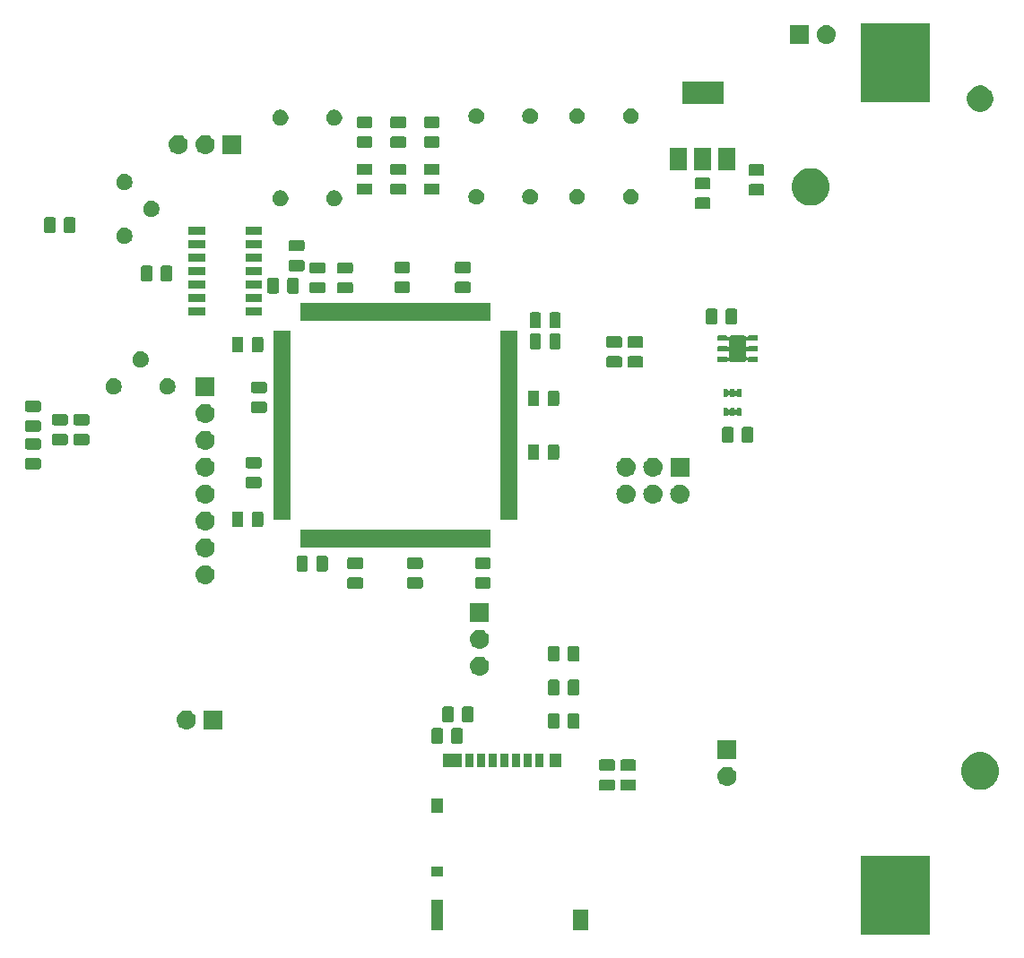
<source format=gbr>
G04 #@! TF.GenerationSoftware,KiCad,Pcbnew,5.1.4-e60b266~84~ubuntu16.04.1*
G04 #@! TF.CreationDate,2019-10-09T19:58:53-07:00*
G04 #@! TF.ProjectId,birdEar,62697264-4561-4722-9e6b-696361645f70,rev?*
G04 #@! TF.SameCoordinates,Original*
G04 #@! TF.FileFunction,Soldermask,Top*
G04 #@! TF.FilePolarity,Negative*
%FSLAX46Y46*%
G04 Gerber Fmt 4.6, Leading zero omitted, Abs format (unit mm)*
G04 Created by KiCad (PCBNEW 5.1.4-e60b266~84~ubuntu16.04.1) date 2019-10-09 19:58:53*
%MOMM*%
%LPD*%
G04 APERTURE LIST*
%ADD10C,0.100000*%
G04 APERTURE END LIST*
D10*
G36*
X153756000Y-166091000D02*
G01*
X147304000Y-166091000D01*
X147304000Y-158649000D01*
X153756000Y-158649000D01*
X153756000Y-166091000D01*
X153756000Y-166091000D01*
G37*
G36*
X121501000Y-165706000D02*
G01*
X120099000Y-165706000D01*
X120099000Y-163704000D01*
X121501000Y-163704000D01*
X121501000Y-165706000D01*
X121501000Y-165706000D01*
G37*
G36*
X107851000Y-165706000D02*
G01*
X106749000Y-165706000D01*
X106749000Y-162804000D01*
X107851000Y-162804000D01*
X107851000Y-165706000D01*
X107851000Y-165706000D01*
G37*
G36*
X107851000Y-160556000D02*
G01*
X106749000Y-160556000D01*
X106749000Y-159654000D01*
X107851000Y-159654000D01*
X107851000Y-160556000D01*
X107851000Y-160556000D01*
G37*
G36*
X107851000Y-154556000D02*
G01*
X106749000Y-154556000D01*
X106749000Y-153254000D01*
X107851000Y-153254000D01*
X107851000Y-154556000D01*
X107851000Y-154556000D01*
G37*
G36*
X123872468Y-151411565D02*
G01*
X123911138Y-151423296D01*
X123946777Y-151442346D01*
X123978017Y-151467983D01*
X124003654Y-151499223D01*
X124022704Y-151534862D01*
X124034435Y-151573532D01*
X124039000Y-151619888D01*
X124039000Y-152271112D01*
X124034435Y-152317468D01*
X124022704Y-152356138D01*
X124003654Y-152391777D01*
X123978017Y-152423017D01*
X123946777Y-152448654D01*
X123911138Y-152467704D01*
X123872468Y-152479435D01*
X123826112Y-152484000D01*
X122749888Y-152484000D01*
X122703532Y-152479435D01*
X122664862Y-152467704D01*
X122629223Y-152448654D01*
X122597983Y-152423017D01*
X122572346Y-152391777D01*
X122553296Y-152356138D01*
X122541565Y-152317468D01*
X122537000Y-152271112D01*
X122537000Y-151619888D01*
X122541565Y-151573532D01*
X122553296Y-151534862D01*
X122572346Y-151499223D01*
X122597983Y-151467983D01*
X122629223Y-151442346D01*
X122664862Y-151423296D01*
X122703532Y-151411565D01*
X122749888Y-151407000D01*
X123826112Y-151407000D01*
X123872468Y-151411565D01*
X123872468Y-151411565D01*
G37*
G36*
X125872468Y-151411565D02*
G01*
X125911138Y-151423296D01*
X125946777Y-151442346D01*
X125978017Y-151467983D01*
X126003654Y-151499223D01*
X126022704Y-151534862D01*
X126034435Y-151573532D01*
X126039000Y-151619888D01*
X126039000Y-152271112D01*
X126034435Y-152317468D01*
X126022704Y-152356138D01*
X126003654Y-152391777D01*
X125978017Y-152423017D01*
X125946777Y-152448654D01*
X125911138Y-152467704D01*
X125872468Y-152479435D01*
X125826112Y-152484000D01*
X124749888Y-152484000D01*
X124703532Y-152479435D01*
X124664862Y-152467704D01*
X124629223Y-152448654D01*
X124597983Y-152423017D01*
X124572346Y-152391777D01*
X124553296Y-152356138D01*
X124541565Y-152317468D01*
X124537000Y-152271112D01*
X124537000Y-151619888D01*
X124541565Y-151573532D01*
X124553296Y-151534862D01*
X124572346Y-151499223D01*
X124597983Y-151467983D01*
X124629223Y-151442346D01*
X124664862Y-151423296D01*
X124703532Y-151411565D01*
X124749888Y-151407000D01*
X125826112Y-151407000D01*
X125872468Y-151411565D01*
X125872468Y-151411565D01*
G37*
G36*
X159048039Y-148932250D02*
G01*
X159237372Y-149010675D01*
X159371251Y-149066129D01*
X159662134Y-149260491D01*
X159909509Y-149507866D01*
X160103871Y-149798749D01*
X160103871Y-149798750D01*
X160237750Y-150121961D01*
X160306000Y-150465078D01*
X160306000Y-150814922D01*
X160237750Y-151158039D01*
X160159325Y-151347372D01*
X160103871Y-151481251D01*
X159909509Y-151772134D01*
X159662134Y-152019509D01*
X159371251Y-152213871D01*
X159242315Y-152267278D01*
X159048039Y-152347750D01*
X158704922Y-152416000D01*
X158355078Y-152416000D01*
X158011961Y-152347750D01*
X157817685Y-152267278D01*
X157688749Y-152213871D01*
X157397866Y-152019509D01*
X157150491Y-151772134D01*
X156956129Y-151481251D01*
X156900675Y-151347372D01*
X156822250Y-151158039D01*
X156754000Y-150814922D01*
X156754000Y-150465078D01*
X156822250Y-150121961D01*
X156956129Y-149798750D01*
X156956129Y-149798749D01*
X157150491Y-149507866D01*
X157397866Y-149260491D01*
X157688749Y-149066129D01*
X157822628Y-149010675D01*
X158011961Y-148932250D01*
X158355078Y-148864000D01*
X158704922Y-148864000D01*
X159048039Y-148932250D01*
X159048039Y-148932250D01*
G37*
G36*
X134730442Y-150235518D02*
G01*
X134796627Y-150242037D01*
X134966466Y-150293557D01*
X135122991Y-150377222D01*
X135146008Y-150396112D01*
X135260186Y-150489814D01*
X135341178Y-150588505D01*
X135372778Y-150627009D01*
X135456443Y-150783534D01*
X135507963Y-150953373D01*
X135525359Y-151130000D01*
X135507963Y-151306627D01*
X135456443Y-151476466D01*
X135372778Y-151632991D01*
X135343448Y-151668729D01*
X135260186Y-151770186D01*
X135158729Y-151853448D01*
X135122991Y-151882778D01*
X134966466Y-151966443D01*
X134796627Y-152017963D01*
X134730442Y-152024482D01*
X134664260Y-152031000D01*
X134575740Y-152031000D01*
X134509558Y-152024482D01*
X134443373Y-152017963D01*
X134273534Y-151966443D01*
X134117009Y-151882778D01*
X134081271Y-151853448D01*
X133979814Y-151770186D01*
X133896552Y-151668729D01*
X133867222Y-151632991D01*
X133783557Y-151476466D01*
X133732037Y-151306627D01*
X133714641Y-151130000D01*
X133732037Y-150953373D01*
X133783557Y-150783534D01*
X133867222Y-150627009D01*
X133898822Y-150588505D01*
X133979814Y-150489814D01*
X134093992Y-150396112D01*
X134117009Y-150377222D01*
X134273534Y-150293557D01*
X134443373Y-150242037D01*
X134509558Y-150235518D01*
X134575740Y-150229000D01*
X134664260Y-150229000D01*
X134730442Y-150235518D01*
X134730442Y-150235518D01*
G37*
G36*
X123872468Y-149536565D02*
G01*
X123911138Y-149548296D01*
X123946777Y-149567346D01*
X123978017Y-149592983D01*
X124003654Y-149624223D01*
X124022704Y-149659862D01*
X124034435Y-149698532D01*
X124039000Y-149744888D01*
X124039000Y-150396112D01*
X124034435Y-150442468D01*
X124022704Y-150481138D01*
X124003654Y-150516777D01*
X123978017Y-150548017D01*
X123946777Y-150573654D01*
X123911138Y-150592704D01*
X123872468Y-150604435D01*
X123826112Y-150609000D01*
X122749888Y-150609000D01*
X122703532Y-150604435D01*
X122664862Y-150592704D01*
X122629223Y-150573654D01*
X122597983Y-150548017D01*
X122572346Y-150516777D01*
X122553296Y-150481138D01*
X122541565Y-150442468D01*
X122537000Y-150396112D01*
X122537000Y-149744888D01*
X122541565Y-149698532D01*
X122553296Y-149659862D01*
X122572346Y-149624223D01*
X122597983Y-149592983D01*
X122629223Y-149567346D01*
X122664862Y-149548296D01*
X122703532Y-149536565D01*
X122749888Y-149532000D01*
X123826112Y-149532000D01*
X123872468Y-149536565D01*
X123872468Y-149536565D01*
G37*
G36*
X125872468Y-149536565D02*
G01*
X125911138Y-149548296D01*
X125946777Y-149567346D01*
X125978017Y-149592983D01*
X126003654Y-149624223D01*
X126022704Y-149659862D01*
X126034435Y-149698532D01*
X126039000Y-149744888D01*
X126039000Y-150396112D01*
X126034435Y-150442468D01*
X126022704Y-150481138D01*
X126003654Y-150516777D01*
X125978017Y-150548017D01*
X125946777Y-150573654D01*
X125911138Y-150592704D01*
X125872468Y-150604435D01*
X125826112Y-150609000D01*
X124749888Y-150609000D01*
X124703532Y-150604435D01*
X124664862Y-150592704D01*
X124629223Y-150573654D01*
X124597983Y-150548017D01*
X124572346Y-150516777D01*
X124553296Y-150481138D01*
X124541565Y-150442468D01*
X124537000Y-150396112D01*
X124537000Y-149744888D01*
X124541565Y-149698532D01*
X124553296Y-149659862D01*
X124572346Y-149624223D01*
X124597983Y-149592983D01*
X124629223Y-149567346D01*
X124664862Y-149548296D01*
X124703532Y-149536565D01*
X124749888Y-149532000D01*
X125826112Y-149532000D01*
X125872468Y-149536565D01*
X125872468Y-149536565D01*
G37*
G36*
X114001000Y-150256000D02*
G01*
X113199000Y-150256000D01*
X113199000Y-148954000D01*
X114001000Y-148954000D01*
X114001000Y-150256000D01*
X114001000Y-150256000D01*
G37*
G36*
X109601000Y-150256000D02*
G01*
X107849000Y-150256000D01*
X107849000Y-148954000D01*
X109601000Y-148954000D01*
X109601000Y-150256000D01*
X109601000Y-150256000D01*
G37*
G36*
X117301000Y-150256000D02*
G01*
X116499000Y-150256000D01*
X116499000Y-148954000D01*
X117301000Y-148954000D01*
X117301000Y-150256000D01*
X117301000Y-150256000D01*
G37*
G36*
X116201000Y-150256000D02*
G01*
X115399000Y-150256000D01*
X115399000Y-148954000D01*
X116201000Y-148954000D01*
X116201000Y-150256000D01*
X116201000Y-150256000D01*
G37*
G36*
X115101000Y-150256000D02*
G01*
X114299000Y-150256000D01*
X114299000Y-148954000D01*
X115101000Y-148954000D01*
X115101000Y-150256000D01*
X115101000Y-150256000D01*
G37*
G36*
X112901000Y-150256000D02*
G01*
X112099000Y-150256000D01*
X112099000Y-148954000D01*
X112901000Y-148954000D01*
X112901000Y-150256000D01*
X112901000Y-150256000D01*
G37*
G36*
X111801000Y-150256000D02*
G01*
X110999000Y-150256000D01*
X110999000Y-148954000D01*
X111801000Y-148954000D01*
X111801000Y-150256000D01*
X111801000Y-150256000D01*
G37*
G36*
X119001000Y-150256000D02*
G01*
X117899000Y-150256000D01*
X117899000Y-148954000D01*
X119001000Y-148954000D01*
X119001000Y-150256000D01*
X119001000Y-150256000D01*
G37*
G36*
X110701000Y-150256000D02*
G01*
X109899000Y-150256000D01*
X109899000Y-148954000D01*
X110701000Y-148954000D01*
X110701000Y-150256000D01*
X110701000Y-150256000D01*
G37*
G36*
X135521000Y-149491000D02*
G01*
X133719000Y-149491000D01*
X133719000Y-147689000D01*
X135521000Y-147689000D01*
X135521000Y-149491000D01*
X135521000Y-149491000D01*
G37*
G36*
X107638468Y-146573565D02*
G01*
X107677138Y-146585296D01*
X107712777Y-146604346D01*
X107744017Y-146629983D01*
X107769654Y-146661223D01*
X107788704Y-146696862D01*
X107800435Y-146735532D01*
X107805000Y-146781888D01*
X107805000Y-147858112D01*
X107800435Y-147904468D01*
X107788704Y-147943138D01*
X107769654Y-147978777D01*
X107744017Y-148010017D01*
X107712777Y-148035654D01*
X107677138Y-148054704D01*
X107638468Y-148066435D01*
X107592112Y-148071000D01*
X106940888Y-148071000D01*
X106894532Y-148066435D01*
X106855862Y-148054704D01*
X106820223Y-148035654D01*
X106788983Y-148010017D01*
X106763346Y-147978777D01*
X106744296Y-147943138D01*
X106732565Y-147904468D01*
X106728000Y-147858112D01*
X106728000Y-146781888D01*
X106732565Y-146735532D01*
X106744296Y-146696862D01*
X106763346Y-146661223D01*
X106788983Y-146629983D01*
X106820223Y-146604346D01*
X106855862Y-146585296D01*
X106894532Y-146573565D01*
X106940888Y-146569000D01*
X107592112Y-146569000D01*
X107638468Y-146573565D01*
X107638468Y-146573565D01*
G37*
G36*
X109513468Y-146573565D02*
G01*
X109552138Y-146585296D01*
X109587777Y-146604346D01*
X109619017Y-146629983D01*
X109644654Y-146661223D01*
X109663704Y-146696862D01*
X109675435Y-146735532D01*
X109680000Y-146781888D01*
X109680000Y-147858112D01*
X109675435Y-147904468D01*
X109663704Y-147943138D01*
X109644654Y-147978777D01*
X109619017Y-148010017D01*
X109587777Y-148035654D01*
X109552138Y-148054704D01*
X109513468Y-148066435D01*
X109467112Y-148071000D01*
X108815888Y-148071000D01*
X108769532Y-148066435D01*
X108730862Y-148054704D01*
X108695223Y-148035654D01*
X108663983Y-148010017D01*
X108638346Y-147978777D01*
X108619296Y-147943138D01*
X108607565Y-147904468D01*
X108603000Y-147858112D01*
X108603000Y-146781888D01*
X108607565Y-146735532D01*
X108619296Y-146696862D01*
X108638346Y-146661223D01*
X108663983Y-146629983D01*
X108695223Y-146604346D01*
X108730862Y-146585296D01*
X108769532Y-146573565D01*
X108815888Y-146569000D01*
X109467112Y-146569000D01*
X109513468Y-146573565D01*
X109513468Y-146573565D01*
G37*
G36*
X83676442Y-144901518D02*
G01*
X83742627Y-144908037D01*
X83912466Y-144959557D01*
X84068991Y-145043222D01*
X84104729Y-145072552D01*
X84206186Y-145155814D01*
X84276278Y-145241223D01*
X84318778Y-145293009D01*
X84402443Y-145449534D01*
X84453963Y-145619373D01*
X84471359Y-145796000D01*
X84453963Y-145972627D01*
X84402443Y-146142466D01*
X84318778Y-146298991D01*
X84289448Y-146334729D01*
X84206186Y-146436186D01*
X84104729Y-146519448D01*
X84068991Y-146548778D01*
X83912466Y-146632443D01*
X83742627Y-146683963D01*
X83694906Y-146688663D01*
X83610260Y-146697000D01*
X83521740Y-146697000D01*
X83437094Y-146688663D01*
X83389373Y-146683963D01*
X83219534Y-146632443D01*
X83063009Y-146548778D01*
X83027271Y-146519448D01*
X82925814Y-146436186D01*
X82842552Y-146334729D01*
X82813222Y-146298991D01*
X82729557Y-146142466D01*
X82678037Y-145972627D01*
X82660641Y-145796000D01*
X82678037Y-145619373D01*
X82729557Y-145449534D01*
X82813222Y-145293009D01*
X82855722Y-145241223D01*
X82925814Y-145155814D01*
X83027271Y-145072552D01*
X83063009Y-145043222D01*
X83219534Y-144959557D01*
X83389373Y-144908037D01*
X83455558Y-144901518D01*
X83521740Y-144895000D01*
X83610260Y-144895000D01*
X83676442Y-144901518D01*
X83676442Y-144901518D01*
G37*
G36*
X87007000Y-146697000D02*
G01*
X85205000Y-146697000D01*
X85205000Y-144895000D01*
X87007000Y-144895000D01*
X87007000Y-146697000D01*
X87007000Y-146697000D01*
G37*
G36*
X118639468Y-145153565D02*
G01*
X118678138Y-145165296D01*
X118713777Y-145184346D01*
X118745017Y-145209983D01*
X118770654Y-145241223D01*
X118789704Y-145276862D01*
X118801435Y-145315532D01*
X118806000Y-145361888D01*
X118806000Y-146438112D01*
X118801435Y-146484468D01*
X118789704Y-146523138D01*
X118770654Y-146558777D01*
X118745017Y-146590017D01*
X118713777Y-146615654D01*
X118678138Y-146634704D01*
X118639468Y-146646435D01*
X118593112Y-146651000D01*
X117941888Y-146651000D01*
X117895532Y-146646435D01*
X117856862Y-146634704D01*
X117821223Y-146615654D01*
X117789983Y-146590017D01*
X117764346Y-146558777D01*
X117745296Y-146523138D01*
X117733565Y-146484468D01*
X117729000Y-146438112D01*
X117729000Y-145361888D01*
X117733565Y-145315532D01*
X117745296Y-145276862D01*
X117764346Y-145241223D01*
X117789983Y-145209983D01*
X117821223Y-145184346D01*
X117856862Y-145165296D01*
X117895532Y-145153565D01*
X117941888Y-145149000D01*
X118593112Y-145149000D01*
X118639468Y-145153565D01*
X118639468Y-145153565D01*
G37*
G36*
X120514468Y-145153565D02*
G01*
X120553138Y-145165296D01*
X120588777Y-145184346D01*
X120620017Y-145209983D01*
X120645654Y-145241223D01*
X120664704Y-145276862D01*
X120676435Y-145315532D01*
X120681000Y-145361888D01*
X120681000Y-146438112D01*
X120676435Y-146484468D01*
X120664704Y-146523138D01*
X120645654Y-146558777D01*
X120620017Y-146590017D01*
X120588777Y-146615654D01*
X120553138Y-146634704D01*
X120514468Y-146646435D01*
X120468112Y-146651000D01*
X119816888Y-146651000D01*
X119770532Y-146646435D01*
X119731862Y-146634704D01*
X119696223Y-146615654D01*
X119664983Y-146590017D01*
X119639346Y-146558777D01*
X119620296Y-146523138D01*
X119608565Y-146484468D01*
X119604000Y-146438112D01*
X119604000Y-145361888D01*
X119608565Y-145315532D01*
X119620296Y-145276862D01*
X119639346Y-145241223D01*
X119664983Y-145209983D01*
X119696223Y-145184346D01*
X119731862Y-145165296D01*
X119770532Y-145153565D01*
X119816888Y-145149000D01*
X120468112Y-145149000D01*
X120514468Y-145153565D01*
X120514468Y-145153565D01*
G37*
G36*
X108654468Y-144541565D02*
G01*
X108693138Y-144553296D01*
X108728777Y-144572346D01*
X108760017Y-144597983D01*
X108785654Y-144629223D01*
X108804704Y-144664862D01*
X108816435Y-144703532D01*
X108821000Y-144749888D01*
X108821000Y-145826112D01*
X108816435Y-145872468D01*
X108804704Y-145911138D01*
X108785654Y-145946777D01*
X108760017Y-145978017D01*
X108728777Y-146003654D01*
X108693138Y-146022704D01*
X108654468Y-146034435D01*
X108608112Y-146039000D01*
X107956888Y-146039000D01*
X107910532Y-146034435D01*
X107871862Y-146022704D01*
X107836223Y-146003654D01*
X107804983Y-145978017D01*
X107779346Y-145946777D01*
X107760296Y-145911138D01*
X107748565Y-145872468D01*
X107744000Y-145826112D01*
X107744000Y-144749888D01*
X107748565Y-144703532D01*
X107760296Y-144664862D01*
X107779346Y-144629223D01*
X107804983Y-144597983D01*
X107836223Y-144572346D01*
X107871862Y-144553296D01*
X107910532Y-144541565D01*
X107956888Y-144537000D01*
X108608112Y-144537000D01*
X108654468Y-144541565D01*
X108654468Y-144541565D01*
G37*
G36*
X110529468Y-144541565D02*
G01*
X110568138Y-144553296D01*
X110603777Y-144572346D01*
X110635017Y-144597983D01*
X110660654Y-144629223D01*
X110679704Y-144664862D01*
X110691435Y-144703532D01*
X110696000Y-144749888D01*
X110696000Y-145826112D01*
X110691435Y-145872468D01*
X110679704Y-145911138D01*
X110660654Y-145946777D01*
X110635017Y-145978017D01*
X110603777Y-146003654D01*
X110568138Y-146022704D01*
X110529468Y-146034435D01*
X110483112Y-146039000D01*
X109831888Y-146039000D01*
X109785532Y-146034435D01*
X109746862Y-146022704D01*
X109711223Y-146003654D01*
X109679983Y-145978017D01*
X109654346Y-145946777D01*
X109635296Y-145911138D01*
X109623565Y-145872468D01*
X109619000Y-145826112D01*
X109619000Y-144749888D01*
X109623565Y-144703532D01*
X109635296Y-144664862D01*
X109654346Y-144629223D01*
X109679983Y-144597983D01*
X109711223Y-144572346D01*
X109746862Y-144553296D01*
X109785532Y-144541565D01*
X109831888Y-144537000D01*
X110483112Y-144537000D01*
X110529468Y-144541565D01*
X110529468Y-144541565D01*
G37*
G36*
X120514468Y-141978565D02*
G01*
X120553138Y-141990296D01*
X120588777Y-142009346D01*
X120620017Y-142034983D01*
X120645654Y-142066223D01*
X120664704Y-142101862D01*
X120676435Y-142140532D01*
X120681000Y-142186888D01*
X120681000Y-143263112D01*
X120676435Y-143309468D01*
X120664704Y-143348138D01*
X120645654Y-143383777D01*
X120620017Y-143415017D01*
X120588777Y-143440654D01*
X120553138Y-143459704D01*
X120514468Y-143471435D01*
X120468112Y-143476000D01*
X119816888Y-143476000D01*
X119770532Y-143471435D01*
X119731862Y-143459704D01*
X119696223Y-143440654D01*
X119664983Y-143415017D01*
X119639346Y-143383777D01*
X119620296Y-143348138D01*
X119608565Y-143309468D01*
X119604000Y-143263112D01*
X119604000Y-142186888D01*
X119608565Y-142140532D01*
X119620296Y-142101862D01*
X119639346Y-142066223D01*
X119664983Y-142034983D01*
X119696223Y-142009346D01*
X119731862Y-141990296D01*
X119770532Y-141978565D01*
X119816888Y-141974000D01*
X120468112Y-141974000D01*
X120514468Y-141978565D01*
X120514468Y-141978565D01*
G37*
G36*
X118639468Y-141978565D02*
G01*
X118678138Y-141990296D01*
X118713777Y-142009346D01*
X118745017Y-142034983D01*
X118770654Y-142066223D01*
X118789704Y-142101862D01*
X118801435Y-142140532D01*
X118806000Y-142186888D01*
X118806000Y-143263112D01*
X118801435Y-143309468D01*
X118789704Y-143348138D01*
X118770654Y-143383777D01*
X118745017Y-143415017D01*
X118713777Y-143440654D01*
X118678138Y-143459704D01*
X118639468Y-143471435D01*
X118593112Y-143476000D01*
X117941888Y-143476000D01*
X117895532Y-143471435D01*
X117856862Y-143459704D01*
X117821223Y-143440654D01*
X117789983Y-143415017D01*
X117764346Y-143383777D01*
X117745296Y-143348138D01*
X117733565Y-143309468D01*
X117729000Y-143263112D01*
X117729000Y-142186888D01*
X117733565Y-142140532D01*
X117745296Y-142101862D01*
X117764346Y-142066223D01*
X117789983Y-142034983D01*
X117821223Y-142009346D01*
X117856862Y-141990296D01*
X117895532Y-141978565D01*
X117941888Y-141974000D01*
X118593112Y-141974000D01*
X118639468Y-141978565D01*
X118639468Y-141978565D01*
G37*
G36*
X111362443Y-139821519D02*
G01*
X111428627Y-139828037D01*
X111598466Y-139879557D01*
X111754991Y-139963222D01*
X111790729Y-139992552D01*
X111892186Y-140075814D01*
X111975448Y-140177271D01*
X112004778Y-140213009D01*
X112088443Y-140369534D01*
X112139963Y-140539373D01*
X112157359Y-140716000D01*
X112139963Y-140892627D01*
X112088443Y-141062466D01*
X112004778Y-141218991D01*
X111975448Y-141254729D01*
X111892186Y-141356186D01*
X111790729Y-141439448D01*
X111754991Y-141468778D01*
X111598466Y-141552443D01*
X111428627Y-141603963D01*
X111362443Y-141610481D01*
X111296260Y-141617000D01*
X111207740Y-141617000D01*
X111141557Y-141610481D01*
X111075373Y-141603963D01*
X110905534Y-141552443D01*
X110749009Y-141468778D01*
X110713271Y-141439448D01*
X110611814Y-141356186D01*
X110528552Y-141254729D01*
X110499222Y-141218991D01*
X110415557Y-141062466D01*
X110364037Y-140892627D01*
X110346641Y-140716000D01*
X110364037Y-140539373D01*
X110415557Y-140369534D01*
X110499222Y-140213009D01*
X110528552Y-140177271D01*
X110611814Y-140075814D01*
X110713271Y-139992552D01*
X110749009Y-139963222D01*
X110905534Y-139879557D01*
X111075373Y-139828037D01*
X111141557Y-139821519D01*
X111207740Y-139815000D01*
X111296260Y-139815000D01*
X111362443Y-139821519D01*
X111362443Y-139821519D01*
G37*
G36*
X118639468Y-138803565D02*
G01*
X118678138Y-138815296D01*
X118713777Y-138834346D01*
X118745017Y-138859983D01*
X118770654Y-138891223D01*
X118789704Y-138926862D01*
X118801435Y-138965532D01*
X118806000Y-139011888D01*
X118806000Y-140088112D01*
X118801435Y-140134468D01*
X118789704Y-140173138D01*
X118770654Y-140208777D01*
X118745017Y-140240017D01*
X118713777Y-140265654D01*
X118678138Y-140284704D01*
X118639468Y-140296435D01*
X118593112Y-140301000D01*
X117941888Y-140301000D01*
X117895532Y-140296435D01*
X117856862Y-140284704D01*
X117821223Y-140265654D01*
X117789983Y-140240017D01*
X117764346Y-140208777D01*
X117745296Y-140173138D01*
X117733565Y-140134468D01*
X117729000Y-140088112D01*
X117729000Y-139011888D01*
X117733565Y-138965532D01*
X117745296Y-138926862D01*
X117764346Y-138891223D01*
X117789983Y-138859983D01*
X117821223Y-138834346D01*
X117856862Y-138815296D01*
X117895532Y-138803565D01*
X117941888Y-138799000D01*
X118593112Y-138799000D01*
X118639468Y-138803565D01*
X118639468Y-138803565D01*
G37*
G36*
X120514468Y-138803565D02*
G01*
X120553138Y-138815296D01*
X120588777Y-138834346D01*
X120620017Y-138859983D01*
X120645654Y-138891223D01*
X120664704Y-138926862D01*
X120676435Y-138965532D01*
X120681000Y-139011888D01*
X120681000Y-140088112D01*
X120676435Y-140134468D01*
X120664704Y-140173138D01*
X120645654Y-140208777D01*
X120620017Y-140240017D01*
X120588777Y-140265654D01*
X120553138Y-140284704D01*
X120514468Y-140296435D01*
X120468112Y-140301000D01*
X119816888Y-140301000D01*
X119770532Y-140296435D01*
X119731862Y-140284704D01*
X119696223Y-140265654D01*
X119664983Y-140240017D01*
X119639346Y-140208777D01*
X119620296Y-140173138D01*
X119608565Y-140134468D01*
X119604000Y-140088112D01*
X119604000Y-139011888D01*
X119608565Y-138965532D01*
X119620296Y-138926862D01*
X119639346Y-138891223D01*
X119664983Y-138859983D01*
X119696223Y-138834346D01*
X119731862Y-138815296D01*
X119770532Y-138803565D01*
X119816888Y-138799000D01*
X120468112Y-138799000D01*
X120514468Y-138803565D01*
X120514468Y-138803565D01*
G37*
G36*
X111362442Y-137281518D02*
G01*
X111428627Y-137288037D01*
X111598466Y-137339557D01*
X111754991Y-137423222D01*
X111790729Y-137452552D01*
X111892186Y-137535814D01*
X111975448Y-137637271D01*
X112004778Y-137673009D01*
X112088443Y-137829534D01*
X112139963Y-137999373D01*
X112157359Y-138176000D01*
X112139963Y-138352627D01*
X112088443Y-138522466D01*
X112004778Y-138678991D01*
X111975448Y-138714729D01*
X111892186Y-138816186D01*
X111800752Y-138891223D01*
X111754991Y-138928778D01*
X111598466Y-139012443D01*
X111428627Y-139063963D01*
X111362442Y-139070482D01*
X111296260Y-139077000D01*
X111207740Y-139077000D01*
X111141558Y-139070482D01*
X111075373Y-139063963D01*
X110905534Y-139012443D01*
X110749009Y-138928778D01*
X110703248Y-138891223D01*
X110611814Y-138816186D01*
X110528552Y-138714729D01*
X110499222Y-138678991D01*
X110415557Y-138522466D01*
X110364037Y-138352627D01*
X110346641Y-138176000D01*
X110364037Y-137999373D01*
X110415557Y-137829534D01*
X110499222Y-137673009D01*
X110528552Y-137637271D01*
X110611814Y-137535814D01*
X110713271Y-137452552D01*
X110749009Y-137423222D01*
X110905534Y-137339557D01*
X111075373Y-137288037D01*
X111141558Y-137281518D01*
X111207740Y-137275000D01*
X111296260Y-137275000D01*
X111362442Y-137281518D01*
X111362442Y-137281518D01*
G37*
G36*
X112153000Y-136537000D02*
G01*
X110351000Y-136537000D01*
X110351000Y-134735000D01*
X112153000Y-134735000D01*
X112153000Y-136537000D01*
X112153000Y-136537000D01*
G37*
G36*
X112169468Y-132333565D02*
G01*
X112208138Y-132345296D01*
X112243777Y-132364346D01*
X112275017Y-132389983D01*
X112300654Y-132421223D01*
X112319704Y-132456862D01*
X112331435Y-132495532D01*
X112336000Y-132541888D01*
X112336000Y-133193112D01*
X112331435Y-133239468D01*
X112319704Y-133278138D01*
X112300654Y-133313777D01*
X112275017Y-133345017D01*
X112243777Y-133370654D01*
X112208138Y-133389704D01*
X112169468Y-133401435D01*
X112123112Y-133406000D01*
X111046888Y-133406000D01*
X111000532Y-133401435D01*
X110961862Y-133389704D01*
X110926223Y-133370654D01*
X110894983Y-133345017D01*
X110869346Y-133313777D01*
X110850296Y-133278138D01*
X110838565Y-133239468D01*
X110834000Y-133193112D01*
X110834000Y-132541888D01*
X110838565Y-132495532D01*
X110850296Y-132456862D01*
X110869346Y-132421223D01*
X110894983Y-132389983D01*
X110926223Y-132364346D01*
X110961862Y-132345296D01*
X111000532Y-132333565D01*
X111046888Y-132329000D01*
X112123112Y-132329000D01*
X112169468Y-132333565D01*
X112169468Y-132333565D01*
G37*
G36*
X105740468Y-132333565D02*
G01*
X105779138Y-132345296D01*
X105814777Y-132364346D01*
X105846017Y-132389983D01*
X105871654Y-132421223D01*
X105890704Y-132456862D01*
X105902435Y-132495532D01*
X105907000Y-132541888D01*
X105907000Y-133193112D01*
X105902435Y-133239468D01*
X105890704Y-133278138D01*
X105871654Y-133313777D01*
X105846017Y-133345017D01*
X105814777Y-133370654D01*
X105779138Y-133389704D01*
X105740468Y-133401435D01*
X105694112Y-133406000D01*
X104617888Y-133406000D01*
X104571532Y-133401435D01*
X104532862Y-133389704D01*
X104497223Y-133370654D01*
X104465983Y-133345017D01*
X104440346Y-133313777D01*
X104421296Y-133278138D01*
X104409565Y-133239468D01*
X104405000Y-133193112D01*
X104405000Y-132541888D01*
X104409565Y-132495532D01*
X104421296Y-132456862D01*
X104440346Y-132421223D01*
X104465983Y-132389983D01*
X104497223Y-132364346D01*
X104532862Y-132345296D01*
X104571532Y-132333565D01*
X104617888Y-132329000D01*
X105694112Y-132329000D01*
X105740468Y-132333565D01*
X105740468Y-132333565D01*
G37*
G36*
X100104468Y-132333565D02*
G01*
X100143138Y-132345296D01*
X100178777Y-132364346D01*
X100210017Y-132389983D01*
X100235654Y-132421223D01*
X100254704Y-132456862D01*
X100266435Y-132495532D01*
X100271000Y-132541888D01*
X100271000Y-133193112D01*
X100266435Y-133239468D01*
X100254704Y-133278138D01*
X100235654Y-133313777D01*
X100210017Y-133345017D01*
X100178777Y-133370654D01*
X100143138Y-133389704D01*
X100104468Y-133401435D01*
X100058112Y-133406000D01*
X98981888Y-133406000D01*
X98935532Y-133401435D01*
X98896862Y-133389704D01*
X98861223Y-133370654D01*
X98829983Y-133345017D01*
X98804346Y-133313777D01*
X98785296Y-133278138D01*
X98773565Y-133239468D01*
X98769000Y-133193112D01*
X98769000Y-132541888D01*
X98773565Y-132495532D01*
X98785296Y-132456862D01*
X98804346Y-132421223D01*
X98829983Y-132389983D01*
X98861223Y-132364346D01*
X98896862Y-132345296D01*
X98935532Y-132333565D01*
X98981888Y-132329000D01*
X100058112Y-132329000D01*
X100104468Y-132333565D01*
X100104468Y-132333565D01*
G37*
G36*
X85454442Y-131185518D02*
G01*
X85520627Y-131192037D01*
X85690466Y-131243557D01*
X85690468Y-131243558D01*
X85768728Y-131285389D01*
X85846991Y-131327222D01*
X85882729Y-131356552D01*
X85984186Y-131439814D01*
X86051428Y-131521750D01*
X86096778Y-131577009D01*
X86180443Y-131733534D01*
X86231963Y-131903373D01*
X86249359Y-132080000D01*
X86231963Y-132256627D01*
X86180443Y-132426466D01*
X86096778Y-132582991D01*
X86084255Y-132598250D01*
X85984186Y-132720186D01*
X85882729Y-132803448D01*
X85846991Y-132832778D01*
X85690466Y-132916443D01*
X85520627Y-132967963D01*
X85454443Y-132974481D01*
X85388260Y-132981000D01*
X85299740Y-132981000D01*
X85233557Y-132974481D01*
X85167373Y-132967963D01*
X84997534Y-132916443D01*
X84841009Y-132832778D01*
X84805271Y-132803448D01*
X84703814Y-132720186D01*
X84603745Y-132598250D01*
X84591222Y-132582991D01*
X84507557Y-132426466D01*
X84456037Y-132256627D01*
X84438641Y-132080000D01*
X84456037Y-131903373D01*
X84507557Y-131733534D01*
X84591222Y-131577009D01*
X84636572Y-131521750D01*
X84703814Y-131439814D01*
X84805271Y-131356552D01*
X84841009Y-131327222D01*
X84919272Y-131285389D01*
X84997532Y-131243558D01*
X84997534Y-131243557D01*
X85167373Y-131192037D01*
X85233558Y-131185518D01*
X85299740Y-131179000D01*
X85388260Y-131179000D01*
X85454442Y-131185518D01*
X85454442Y-131185518D01*
G37*
G36*
X96769468Y-130293565D02*
G01*
X96808138Y-130305296D01*
X96843777Y-130324346D01*
X96875017Y-130349983D01*
X96900654Y-130381223D01*
X96919704Y-130416862D01*
X96931435Y-130455532D01*
X96936000Y-130501888D01*
X96936000Y-131578112D01*
X96931435Y-131624468D01*
X96919704Y-131663138D01*
X96900654Y-131698777D01*
X96875017Y-131730017D01*
X96843777Y-131755654D01*
X96808138Y-131774704D01*
X96769468Y-131786435D01*
X96723112Y-131791000D01*
X96071888Y-131791000D01*
X96025532Y-131786435D01*
X95986862Y-131774704D01*
X95951223Y-131755654D01*
X95919983Y-131730017D01*
X95894346Y-131698777D01*
X95875296Y-131663138D01*
X95863565Y-131624468D01*
X95859000Y-131578112D01*
X95859000Y-130501888D01*
X95863565Y-130455532D01*
X95875296Y-130416862D01*
X95894346Y-130381223D01*
X95919983Y-130349983D01*
X95951223Y-130324346D01*
X95986862Y-130305296D01*
X96025532Y-130293565D01*
X96071888Y-130289000D01*
X96723112Y-130289000D01*
X96769468Y-130293565D01*
X96769468Y-130293565D01*
G37*
G36*
X94894468Y-130293565D02*
G01*
X94933138Y-130305296D01*
X94968777Y-130324346D01*
X95000017Y-130349983D01*
X95025654Y-130381223D01*
X95044704Y-130416862D01*
X95056435Y-130455532D01*
X95061000Y-130501888D01*
X95061000Y-131578112D01*
X95056435Y-131624468D01*
X95044704Y-131663138D01*
X95025654Y-131698777D01*
X95000017Y-131730017D01*
X94968777Y-131755654D01*
X94933138Y-131774704D01*
X94894468Y-131786435D01*
X94848112Y-131791000D01*
X94196888Y-131791000D01*
X94150532Y-131786435D01*
X94111862Y-131774704D01*
X94076223Y-131755654D01*
X94044983Y-131730017D01*
X94019346Y-131698777D01*
X94000296Y-131663138D01*
X93988565Y-131624468D01*
X93984000Y-131578112D01*
X93984000Y-130501888D01*
X93988565Y-130455532D01*
X94000296Y-130416862D01*
X94019346Y-130381223D01*
X94044983Y-130349983D01*
X94076223Y-130324346D01*
X94111862Y-130305296D01*
X94150532Y-130293565D01*
X94196888Y-130289000D01*
X94848112Y-130289000D01*
X94894468Y-130293565D01*
X94894468Y-130293565D01*
G37*
G36*
X105740468Y-130458565D02*
G01*
X105779138Y-130470296D01*
X105814777Y-130489346D01*
X105846017Y-130514983D01*
X105871654Y-130546223D01*
X105890704Y-130581862D01*
X105902435Y-130620532D01*
X105907000Y-130666888D01*
X105907000Y-131318112D01*
X105902435Y-131364468D01*
X105890704Y-131403138D01*
X105871654Y-131438777D01*
X105846017Y-131470017D01*
X105814777Y-131495654D01*
X105779138Y-131514704D01*
X105740468Y-131526435D01*
X105694112Y-131531000D01*
X104617888Y-131531000D01*
X104571532Y-131526435D01*
X104532862Y-131514704D01*
X104497223Y-131495654D01*
X104465983Y-131470017D01*
X104440346Y-131438777D01*
X104421296Y-131403138D01*
X104409565Y-131364468D01*
X104405000Y-131318112D01*
X104405000Y-130666888D01*
X104409565Y-130620532D01*
X104421296Y-130581862D01*
X104440346Y-130546223D01*
X104465983Y-130514983D01*
X104497223Y-130489346D01*
X104532862Y-130470296D01*
X104571532Y-130458565D01*
X104617888Y-130454000D01*
X105694112Y-130454000D01*
X105740468Y-130458565D01*
X105740468Y-130458565D01*
G37*
G36*
X100104468Y-130458565D02*
G01*
X100143138Y-130470296D01*
X100178777Y-130489346D01*
X100210017Y-130514983D01*
X100235654Y-130546223D01*
X100254704Y-130581862D01*
X100266435Y-130620532D01*
X100271000Y-130666888D01*
X100271000Y-131318112D01*
X100266435Y-131364468D01*
X100254704Y-131403138D01*
X100235654Y-131438777D01*
X100210017Y-131470017D01*
X100178777Y-131495654D01*
X100143138Y-131514704D01*
X100104468Y-131526435D01*
X100058112Y-131531000D01*
X98981888Y-131531000D01*
X98935532Y-131526435D01*
X98896862Y-131514704D01*
X98861223Y-131495654D01*
X98829983Y-131470017D01*
X98804346Y-131438777D01*
X98785296Y-131403138D01*
X98773565Y-131364468D01*
X98769000Y-131318112D01*
X98769000Y-130666888D01*
X98773565Y-130620532D01*
X98785296Y-130581862D01*
X98804346Y-130546223D01*
X98829983Y-130514983D01*
X98861223Y-130489346D01*
X98896862Y-130470296D01*
X98935532Y-130458565D01*
X98981888Y-130454000D01*
X100058112Y-130454000D01*
X100104468Y-130458565D01*
X100104468Y-130458565D01*
G37*
G36*
X112169468Y-130458565D02*
G01*
X112208138Y-130470296D01*
X112243777Y-130489346D01*
X112275017Y-130514983D01*
X112300654Y-130546223D01*
X112319704Y-130581862D01*
X112331435Y-130620532D01*
X112336000Y-130666888D01*
X112336000Y-131318112D01*
X112331435Y-131364468D01*
X112319704Y-131403138D01*
X112300654Y-131438777D01*
X112275017Y-131470017D01*
X112243777Y-131495654D01*
X112208138Y-131514704D01*
X112169468Y-131526435D01*
X112123112Y-131531000D01*
X111046888Y-131531000D01*
X111000532Y-131526435D01*
X110961862Y-131514704D01*
X110926223Y-131495654D01*
X110894983Y-131470017D01*
X110869346Y-131438777D01*
X110850296Y-131403138D01*
X110838565Y-131364468D01*
X110834000Y-131318112D01*
X110834000Y-130666888D01*
X110838565Y-130620532D01*
X110850296Y-130581862D01*
X110869346Y-130546223D01*
X110894983Y-130514983D01*
X110926223Y-130489346D01*
X110961862Y-130470296D01*
X111000532Y-130458565D01*
X111046888Y-130454000D01*
X112123112Y-130454000D01*
X112169468Y-130458565D01*
X112169468Y-130458565D01*
G37*
G36*
X85454443Y-128645519D02*
G01*
X85520627Y-128652037D01*
X85690466Y-128703557D01*
X85846991Y-128787222D01*
X85882729Y-128816552D01*
X85984186Y-128899814D01*
X86067448Y-129001271D01*
X86096778Y-129037009D01*
X86180443Y-129193534D01*
X86231963Y-129363373D01*
X86249359Y-129540000D01*
X86231963Y-129716627D01*
X86180443Y-129886466D01*
X86096778Y-130042991D01*
X86067448Y-130078729D01*
X85984186Y-130180186D01*
X85882729Y-130263448D01*
X85846991Y-130292778D01*
X85690466Y-130376443D01*
X85520627Y-130427963D01*
X85454443Y-130434481D01*
X85388260Y-130441000D01*
X85299740Y-130441000D01*
X85233557Y-130434481D01*
X85167373Y-130427963D01*
X84997534Y-130376443D01*
X84841009Y-130292778D01*
X84805271Y-130263448D01*
X84703814Y-130180186D01*
X84620552Y-130078729D01*
X84591222Y-130042991D01*
X84507557Y-129886466D01*
X84456037Y-129716627D01*
X84438641Y-129540000D01*
X84456037Y-129363373D01*
X84507557Y-129193534D01*
X84591222Y-129037009D01*
X84620552Y-129001271D01*
X84703814Y-128899814D01*
X84805271Y-128816552D01*
X84841009Y-128787222D01*
X84997534Y-128703557D01*
X85167373Y-128652037D01*
X85233557Y-128645519D01*
X85299740Y-128639000D01*
X85388260Y-128639000D01*
X85454443Y-128645519D01*
X85454443Y-128645519D01*
G37*
G36*
X112281000Y-129486000D02*
G01*
X94379000Y-129486000D01*
X94379000Y-127834000D01*
X112281000Y-127834000D01*
X112281000Y-129486000D01*
X112281000Y-129486000D01*
G37*
G36*
X85454443Y-126105519D02*
G01*
X85520627Y-126112037D01*
X85690466Y-126163557D01*
X85846991Y-126247222D01*
X85882729Y-126276552D01*
X85984186Y-126359814D01*
X86067448Y-126461271D01*
X86096778Y-126497009D01*
X86180443Y-126653534D01*
X86231963Y-126823373D01*
X86249359Y-127000000D01*
X86231963Y-127176627D01*
X86180443Y-127346466D01*
X86096778Y-127502991D01*
X86067448Y-127538729D01*
X85984186Y-127640186D01*
X85882729Y-127723448D01*
X85846991Y-127752778D01*
X85846989Y-127752779D01*
X85695037Y-127834000D01*
X85690466Y-127836443D01*
X85520627Y-127887963D01*
X85454442Y-127894482D01*
X85388260Y-127901000D01*
X85299740Y-127901000D01*
X85233558Y-127894482D01*
X85167373Y-127887963D01*
X84997534Y-127836443D01*
X84992964Y-127834000D01*
X84841011Y-127752779D01*
X84841009Y-127752778D01*
X84805271Y-127723448D01*
X84703814Y-127640186D01*
X84620552Y-127538729D01*
X84591222Y-127502991D01*
X84507557Y-127346466D01*
X84456037Y-127176627D01*
X84438641Y-127000000D01*
X84456037Y-126823373D01*
X84507557Y-126653534D01*
X84591222Y-126497009D01*
X84620552Y-126461271D01*
X84703814Y-126359814D01*
X84805271Y-126276552D01*
X84841009Y-126247222D01*
X84997534Y-126163557D01*
X85167373Y-126112037D01*
X85233557Y-126105519D01*
X85299740Y-126099000D01*
X85388260Y-126099000D01*
X85454443Y-126105519D01*
X85454443Y-126105519D01*
G37*
G36*
X88794468Y-126103565D02*
G01*
X88833138Y-126115296D01*
X88868777Y-126134346D01*
X88900017Y-126159983D01*
X88925654Y-126191223D01*
X88944704Y-126226862D01*
X88956435Y-126265532D01*
X88961000Y-126311888D01*
X88961000Y-127388112D01*
X88956435Y-127434468D01*
X88944704Y-127473138D01*
X88925654Y-127508777D01*
X88900017Y-127540017D01*
X88868777Y-127565654D01*
X88833138Y-127584704D01*
X88794468Y-127596435D01*
X88748112Y-127601000D01*
X88096888Y-127601000D01*
X88050532Y-127596435D01*
X88011862Y-127584704D01*
X87976223Y-127565654D01*
X87944983Y-127540017D01*
X87919346Y-127508777D01*
X87900296Y-127473138D01*
X87888565Y-127434468D01*
X87884000Y-127388112D01*
X87884000Y-126311888D01*
X87888565Y-126265532D01*
X87900296Y-126226862D01*
X87919346Y-126191223D01*
X87944983Y-126159983D01*
X87976223Y-126134346D01*
X88011862Y-126115296D01*
X88050532Y-126103565D01*
X88096888Y-126099000D01*
X88748112Y-126099000D01*
X88794468Y-126103565D01*
X88794468Y-126103565D01*
G37*
G36*
X90669468Y-126103565D02*
G01*
X90708138Y-126115296D01*
X90743777Y-126134346D01*
X90775017Y-126159983D01*
X90800654Y-126191223D01*
X90819704Y-126226862D01*
X90831435Y-126265532D01*
X90836000Y-126311888D01*
X90836000Y-127388112D01*
X90831435Y-127434468D01*
X90819704Y-127473138D01*
X90800654Y-127508777D01*
X90775017Y-127540017D01*
X90743777Y-127565654D01*
X90708138Y-127584704D01*
X90669468Y-127596435D01*
X90623112Y-127601000D01*
X89971888Y-127601000D01*
X89925532Y-127596435D01*
X89886862Y-127584704D01*
X89851223Y-127565654D01*
X89819983Y-127540017D01*
X89794346Y-127508777D01*
X89775296Y-127473138D01*
X89763565Y-127434468D01*
X89759000Y-127388112D01*
X89759000Y-126311888D01*
X89763565Y-126265532D01*
X89775296Y-126226862D01*
X89794346Y-126191223D01*
X89819983Y-126159983D01*
X89851223Y-126134346D01*
X89886862Y-126115296D01*
X89925532Y-126103565D01*
X89971888Y-126099000D01*
X90623112Y-126099000D01*
X90669468Y-126103565D01*
X90669468Y-126103565D01*
G37*
G36*
X93456000Y-126911000D02*
G01*
X91804000Y-126911000D01*
X91804000Y-109009000D01*
X93456000Y-109009000D01*
X93456000Y-126911000D01*
X93456000Y-126911000D01*
G37*
G36*
X114856000Y-126911000D02*
G01*
X113204000Y-126911000D01*
X113204000Y-109009000D01*
X114856000Y-109009000D01*
X114856000Y-126911000D01*
X114856000Y-126911000D01*
G37*
G36*
X125205442Y-123565518D02*
G01*
X125271627Y-123572037D01*
X125441466Y-123623557D01*
X125441468Y-123623558D01*
X125519728Y-123665389D01*
X125597991Y-123707222D01*
X125633729Y-123736552D01*
X125735186Y-123819814D01*
X125810019Y-123911000D01*
X125847778Y-123957009D01*
X125931443Y-124113534D01*
X125982963Y-124283373D01*
X126000359Y-124460000D01*
X125982963Y-124636627D01*
X125931443Y-124806466D01*
X125847778Y-124962991D01*
X125818448Y-124998729D01*
X125735186Y-125100186D01*
X125633729Y-125183448D01*
X125597991Y-125212778D01*
X125441466Y-125296443D01*
X125271627Y-125347963D01*
X125205442Y-125354482D01*
X125139260Y-125361000D01*
X125050740Y-125361000D01*
X124984558Y-125354482D01*
X124918373Y-125347963D01*
X124748534Y-125296443D01*
X124592009Y-125212778D01*
X124556271Y-125183448D01*
X124454814Y-125100186D01*
X124371552Y-124998729D01*
X124342222Y-124962991D01*
X124258557Y-124806466D01*
X124207037Y-124636627D01*
X124189641Y-124460000D01*
X124207037Y-124283373D01*
X124258557Y-124113534D01*
X124342222Y-123957009D01*
X124379981Y-123911000D01*
X124454814Y-123819814D01*
X124556271Y-123736552D01*
X124592009Y-123707222D01*
X124670272Y-123665389D01*
X124748532Y-123623558D01*
X124748534Y-123623557D01*
X124918373Y-123572037D01*
X124984558Y-123565518D01*
X125050740Y-123559000D01*
X125139260Y-123559000D01*
X125205442Y-123565518D01*
X125205442Y-123565518D01*
G37*
G36*
X127745442Y-123565518D02*
G01*
X127811627Y-123572037D01*
X127981466Y-123623557D01*
X127981468Y-123623558D01*
X128059728Y-123665389D01*
X128137991Y-123707222D01*
X128173729Y-123736552D01*
X128275186Y-123819814D01*
X128350019Y-123911000D01*
X128387778Y-123957009D01*
X128471443Y-124113534D01*
X128522963Y-124283373D01*
X128540359Y-124460000D01*
X128522963Y-124636627D01*
X128471443Y-124806466D01*
X128387778Y-124962991D01*
X128358448Y-124998729D01*
X128275186Y-125100186D01*
X128173729Y-125183448D01*
X128137991Y-125212778D01*
X127981466Y-125296443D01*
X127811627Y-125347963D01*
X127745442Y-125354482D01*
X127679260Y-125361000D01*
X127590740Y-125361000D01*
X127524558Y-125354482D01*
X127458373Y-125347963D01*
X127288534Y-125296443D01*
X127132009Y-125212778D01*
X127096271Y-125183448D01*
X126994814Y-125100186D01*
X126911552Y-124998729D01*
X126882222Y-124962991D01*
X126798557Y-124806466D01*
X126747037Y-124636627D01*
X126729641Y-124460000D01*
X126747037Y-124283373D01*
X126798557Y-124113534D01*
X126882222Y-123957009D01*
X126919981Y-123911000D01*
X126994814Y-123819814D01*
X127096271Y-123736552D01*
X127132009Y-123707222D01*
X127210272Y-123665389D01*
X127288532Y-123623558D01*
X127288534Y-123623557D01*
X127458373Y-123572037D01*
X127524558Y-123565518D01*
X127590740Y-123559000D01*
X127679260Y-123559000D01*
X127745442Y-123565518D01*
X127745442Y-123565518D01*
G37*
G36*
X130285442Y-123565518D02*
G01*
X130351627Y-123572037D01*
X130521466Y-123623557D01*
X130521468Y-123623558D01*
X130599728Y-123665389D01*
X130677991Y-123707222D01*
X130713729Y-123736552D01*
X130815186Y-123819814D01*
X130890019Y-123911000D01*
X130927778Y-123957009D01*
X131011443Y-124113534D01*
X131062963Y-124283373D01*
X131080359Y-124460000D01*
X131062963Y-124636627D01*
X131011443Y-124806466D01*
X130927778Y-124962991D01*
X130898448Y-124998729D01*
X130815186Y-125100186D01*
X130713729Y-125183448D01*
X130677991Y-125212778D01*
X130521466Y-125296443D01*
X130351627Y-125347963D01*
X130285442Y-125354482D01*
X130219260Y-125361000D01*
X130130740Y-125361000D01*
X130064558Y-125354482D01*
X129998373Y-125347963D01*
X129828534Y-125296443D01*
X129672009Y-125212778D01*
X129636271Y-125183448D01*
X129534814Y-125100186D01*
X129451552Y-124998729D01*
X129422222Y-124962991D01*
X129338557Y-124806466D01*
X129287037Y-124636627D01*
X129269641Y-124460000D01*
X129287037Y-124283373D01*
X129338557Y-124113534D01*
X129422222Y-123957009D01*
X129459981Y-123911000D01*
X129534814Y-123819814D01*
X129636271Y-123736552D01*
X129672009Y-123707222D01*
X129750272Y-123665389D01*
X129828532Y-123623558D01*
X129828534Y-123623557D01*
X129998373Y-123572037D01*
X130064558Y-123565518D01*
X130130740Y-123559000D01*
X130219260Y-123559000D01*
X130285442Y-123565518D01*
X130285442Y-123565518D01*
G37*
G36*
X85454442Y-123565518D02*
G01*
X85520627Y-123572037D01*
X85690466Y-123623557D01*
X85690468Y-123623558D01*
X85768728Y-123665389D01*
X85846991Y-123707222D01*
X85882729Y-123736552D01*
X85984186Y-123819814D01*
X86059019Y-123911000D01*
X86096778Y-123957009D01*
X86180443Y-124113534D01*
X86231963Y-124283373D01*
X86249359Y-124460000D01*
X86231963Y-124636627D01*
X86180443Y-124806466D01*
X86096778Y-124962991D01*
X86067448Y-124998729D01*
X85984186Y-125100186D01*
X85882729Y-125183448D01*
X85846991Y-125212778D01*
X85690466Y-125296443D01*
X85520627Y-125347963D01*
X85454442Y-125354482D01*
X85388260Y-125361000D01*
X85299740Y-125361000D01*
X85233558Y-125354482D01*
X85167373Y-125347963D01*
X84997534Y-125296443D01*
X84841009Y-125212778D01*
X84805271Y-125183448D01*
X84703814Y-125100186D01*
X84620552Y-124998729D01*
X84591222Y-124962991D01*
X84507557Y-124806466D01*
X84456037Y-124636627D01*
X84438641Y-124460000D01*
X84456037Y-124283373D01*
X84507557Y-124113534D01*
X84591222Y-123957009D01*
X84628981Y-123911000D01*
X84703814Y-123819814D01*
X84805271Y-123736552D01*
X84841009Y-123707222D01*
X84919272Y-123665389D01*
X84997532Y-123623558D01*
X84997534Y-123623557D01*
X85167373Y-123572037D01*
X85233558Y-123565518D01*
X85299740Y-123559000D01*
X85388260Y-123559000D01*
X85454442Y-123565518D01*
X85454442Y-123565518D01*
G37*
G36*
X90500468Y-122831565D02*
G01*
X90539138Y-122843296D01*
X90574777Y-122862346D01*
X90606017Y-122887983D01*
X90631654Y-122919223D01*
X90650704Y-122954862D01*
X90662435Y-122993532D01*
X90667000Y-123039888D01*
X90667000Y-123691112D01*
X90662435Y-123737468D01*
X90650704Y-123776138D01*
X90631654Y-123811777D01*
X90606017Y-123843017D01*
X90574777Y-123868654D01*
X90539138Y-123887704D01*
X90500468Y-123899435D01*
X90454112Y-123904000D01*
X89377888Y-123904000D01*
X89331532Y-123899435D01*
X89292862Y-123887704D01*
X89257223Y-123868654D01*
X89225983Y-123843017D01*
X89200346Y-123811777D01*
X89181296Y-123776138D01*
X89169565Y-123737468D01*
X89165000Y-123691112D01*
X89165000Y-123039888D01*
X89169565Y-122993532D01*
X89181296Y-122954862D01*
X89200346Y-122919223D01*
X89225983Y-122887983D01*
X89257223Y-122862346D01*
X89292862Y-122843296D01*
X89331532Y-122831565D01*
X89377888Y-122827000D01*
X90454112Y-122827000D01*
X90500468Y-122831565D01*
X90500468Y-122831565D01*
G37*
G36*
X85454442Y-121025518D02*
G01*
X85520627Y-121032037D01*
X85690466Y-121083557D01*
X85846991Y-121167222D01*
X85882729Y-121196552D01*
X85984186Y-121279814D01*
X86067448Y-121381271D01*
X86096778Y-121417009D01*
X86180443Y-121573534D01*
X86231963Y-121743373D01*
X86249359Y-121920000D01*
X86231963Y-122096627D01*
X86180443Y-122266466D01*
X86096778Y-122422991D01*
X86067448Y-122458729D01*
X85984186Y-122560186D01*
X85882729Y-122643448D01*
X85846991Y-122672778D01*
X85690466Y-122756443D01*
X85520627Y-122807963D01*
X85454443Y-122814481D01*
X85388260Y-122821000D01*
X85299740Y-122821000D01*
X85233557Y-122814481D01*
X85167373Y-122807963D01*
X84997534Y-122756443D01*
X84841009Y-122672778D01*
X84805271Y-122643448D01*
X84703814Y-122560186D01*
X84620552Y-122458729D01*
X84591222Y-122422991D01*
X84507557Y-122266466D01*
X84456037Y-122096627D01*
X84438641Y-121920000D01*
X84456037Y-121743373D01*
X84507557Y-121573534D01*
X84591222Y-121417009D01*
X84620552Y-121381271D01*
X84703814Y-121279814D01*
X84805271Y-121196552D01*
X84841009Y-121167222D01*
X84997534Y-121083557D01*
X85167373Y-121032037D01*
X85233558Y-121025518D01*
X85299740Y-121019000D01*
X85388260Y-121019000D01*
X85454442Y-121025518D01*
X85454442Y-121025518D01*
G37*
G36*
X125205442Y-121025518D02*
G01*
X125271627Y-121032037D01*
X125441466Y-121083557D01*
X125597991Y-121167222D01*
X125633729Y-121196552D01*
X125735186Y-121279814D01*
X125818448Y-121381271D01*
X125847778Y-121417009D01*
X125931443Y-121573534D01*
X125982963Y-121743373D01*
X126000359Y-121920000D01*
X125982963Y-122096627D01*
X125931443Y-122266466D01*
X125847778Y-122422991D01*
X125818448Y-122458729D01*
X125735186Y-122560186D01*
X125633729Y-122643448D01*
X125597991Y-122672778D01*
X125441466Y-122756443D01*
X125271627Y-122807963D01*
X125205443Y-122814481D01*
X125139260Y-122821000D01*
X125050740Y-122821000D01*
X124984557Y-122814481D01*
X124918373Y-122807963D01*
X124748534Y-122756443D01*
X124592009Y-122672778D01*
X124556271Y-122643448D01*
X124454814Y-122560186D01*
X124371552Y-122458729D01*
X124342222Y-122422991D01*
X124258557Y-122266466D01*
X124207037Y-122096627D01*
X124189641Y-121920000D01*
X124207037Y-121743373D01*
X124258557Y-121573534D01*
X124342222Y-121417009D01*
X124371552Y-121381271D01*
X124454814Y-121279814D01*
X124556271Y-121196552D01*
X124592009Y-121167222D01*
X124748534Y-121083557D01*
X124918373Y-121032037D01*
X124984558Y-121025518D01*
X125050740Y-121019000D01*
X125139260Y-121019000D01*
X125205442Y-121025518D01*
X125205442Y-121025518D01*
G37*
G36*
X127745442Y-121025518D02*
G01*
X127811627Y-121032037D01*
X127981466Y-121083557D01*
X128137991Y-121167222D01*
X128173729Y-121196552D01*
X128275186Y-121279814D01*
X128358448Y-121381271D01*
X128387778Y-121417009D01*
X128471443Y-121573534D01*
X128522963Y-121743373D01*
X128540359Y-121920000D01*
X128522963Y-122096627D01*
X128471443Y-122266466D01*
X128387778Y-122422991D01*
X128358448Y-122458729D01*
X128275186Y-122560186D01*
X128173729Y-122643448D01*
X128137991Y-122672778D01*
X127981466Y-122756443D01*
X127811627Y-122807963D01*
X127745443Y-122814481D01*
X127679260Y-122821000D01*
X127590740Y-122821000D01*
X127524557Y-122814481D01*
X127458373Y-122807963D01*
X127288534Y-122756443D01*
X127132009Y-122672778D01*
X127096271Y-122643448D01*
X126994814Y-122560186D01*
X126911552Y-122458729D01*
X126882222Y-122422991D01*
X126798557Y-122266466D01*
X126747037Y-122096627D01*
X126729641Y-121920000D01*
X126747037Y-121743373D01*
X126798557Y-121573534D01*
X126882222Y-121417009D01*
X126911552Y-121381271D01*
X126994814Y-121279814D01*
X127096271Y-121196552D01*
X127132009Y-121167222D01*
X127288534Y-121083557D01*
X127458373Y-121032037D01*
X127524558Y-121025518D01*
X127590740Y-121019000D01*
X127679260Y-121019000D01*
X127745442Y-121025518D01*
X127745442Y-121025518D01*
G37*
G36*
X131076000Y-122821000D02*
G01*
X129274000Y-122821000D01*
X129274000Y-121019000D01*
X131076000Y-121019000D01*
X131076000Y-122821000D01*
X131076000Y-122821000D01*
G37*
G36*
X69672468Y-121053565D02*
G01*
X69711138Y-121065296D01*
X69746777Y-121084346D01*
X69778017Y-121109983D01*
X69803654Y-121141223D01*
X69822704Y-121176862D01*
X69834435Y-121215532D01*
X69839000Y-121261888D01*
X69839000Y-121913112D01*
X69834435Y-121959468D01*
X69822704Y-121998138D01*
X69803654Y-122033777D01*
X69778017Y-122065017D01*
X69746777Y-122090654D01*
X69711138Y-122109704D01*
X69672468Y-122121435D01*
X69626112Y-122126000D01*
X68549888Y-122126000D01*
X68503532Y-122121435D01*
X68464862Y-122109704D01*
X68429223Y-122090654D01*
X68397983Y-122065017D01*
X68372346Y-122033777D01*
X68353296Y-121998138D01*
X68341565Y-121959468D01*
X68337000Y-121913112D01*
X68337000Y-121261888D01*
X68341565Y-121215532D01*
X68353296Y-121176862D01*
X68372346Y-121141223D01*
X68397983Y-121109983D01*
X68429223Y-121084346D01*
X68464862Y-121065296D01*
X68503532Y-121053565D01*
X68549888Y-121049000D01*
X69626112Y-121049000D01*
X69672468Y-121053565D01*
X69672468Y-121053565D01*
G37*
G36*
X90500468Y-120956565D02*
G01*
X90539138Y-120968296D01*
X90574777Y-120987346D01*
X90606017Y-121012983D01*
X90631654Y-121044223D01*
X90650704Y-121079862D01*
X90662435Y-121118532D01*
X90667000Y-121164888D01*
X90667000Y-121816112D01*
X90662435Y-121862468D01*
X90650704Y-121901138D01*
X90631654Y-121936777D01*
X90606017Y-121968017D01*
X90574777Y-121993654D01*
X90539138Y-122012704D01*
X90500468Y-122024435D01*
X90454112Y-122029000D01*
X89377888Y-122029000D01*
X89331532Y-122024435D01*
X89292862Y-122012704D01*
X89257223Y-121993654D01*
X89225983Y-121968017D01*
X89200346Y-121936777D01*
X89181296Y-121901138D01*
X89169565Y-121862468D01*
X89165000Y-121816112D01*
X89165000Y-121164888D01*
X89169565Y-121118532D01*
X89181296Y-121079862D01*
X89200346Y-121044223D01*
X89225983Y-121012983D01*
X89257223Y-120987346D01*
X89292862Y-120968296D01*
X89331532Y-120956565D01*
X89377888Y-120952000D01*
X90454112Y-120952000D01*
X90500468Y-120956565D01*
X90500468Y-120956565D01*
G37*
G36*
X116734468Y-119753565D02*
G01*
X116773138Y-119765296D01*
X116808777Y-119784346D01*
X116840017Y-119809983D01*
X116865654Y-119841223D01*
X116884704Y-119876862D01*
X116896435Y-119915532D01*
X116901000Y-119961888D01*
X116901000Y-121038112D01*
X116896435Y-121084468D01*
X116884704Y-121123138D01*
X116865654Y-121158777D01*
X116840017Y-121190017D01*
X116808777Y-121215654D01*
X116773138Y-121234704D01*
X116734468Y-121246435D01*
X116688112Y-121251000D01*
X116036888Y-121251000D01*
X115990532Y-121246435D01*
X115951862Y-121234704D01*
X115916223Y-121215654D01*
X115884983Y-121190017D01*
X115859346Y-121158777D01*
X115840296Y-121123138D01*
X115828565Y-121084468D01*
X115824000Y-121038112D01*
X115824000Y-119961888D01*
X115828565Y-119915532D01*
X115840296Y-119876862D01*
X115859346Y-119841223D01*
X115884983Y-119809983D01*
X115916223Y-119784346D01*
X115951862Y-119765296D01*
X115990532Y-119753565D01*
X116036888Y-119749000D01*
X116688112Y-119749000D01*
X116734468Y-119753565D01*
X116734468Y-119753565D01*
G37*
G36*
X118609468Y-119753565D02*
G01*
X118648138Y-119765296D01*
X118683777Y-119784346D01*
X118715017Y-119809983D01*
X118740654Y-119841223D01*
X118759704Y-119876862D01*
X118771435Y-119915532D01*
X118776000Y-119961888D01*
X118776000Y-121038112D01*
X118771435Y-121084468D01*
X118759704Y-121123138D01*
X118740654Y-121158777D01*
X118715017Y-121190017D01*
X118683777Y-121215654D01*
X118648138Y-121234704D01*
X118609468Y-121246435D01*
X118563112Y-121251000D01*
X117911888Y-121251000D01*
X117865532Y-121246435D01*
X117826862Y-121234704D01*
X117791223Y-121215654D01*
X117759983Y-121190017D01*
X117734346Y-121158777D01*
X117715296Y-121123138D01*
X117703565Y-121084468D01*
X117699000Y-121038112D01*
X117699000Y-119961888D01*
X117703565Y-119915532D01*
X117715296Y-119876862D01*
X117734346Y-119841223D01*
X117759983Y-119809983D01*
X117791223Y-119784346D01*
X117826862Y-119765296D01*
X117865532Y-119753565D01*
X117911888Y-119749000D01*
X118563112Y-119749000D01*
X118609468Y-119753565D01*
X118609468Y-119753565D01*
G37*
G36*
X85454442Y-118485518D02*
G01*
X85520627Y-118492037D01*
X85690466Y-118543557D01*
X85846991Y-118627222D01*
X85882729Y-118656552D01*
X85984186Y-118739814D01*
X86067448Y-118841271D01*
X86096778Y-118877009D01*
X86180443Y-119033534D01*
X86231963Y-119203373D01*
X86249359Y-119380000D01*
X86231963Y-119556627D01*
X86180443Y-119726466D01*
X86096778Y-119882991D01*
X86073791Y-119911000D01*
X85984186Y-120020186D01*
X85905467Y-120084788D01*
X85846991Y-120132778D01*
X85690466Y-120216443D01*
X85520627Y-120267963D01*
X85454442Y-120274482D01*
X85388260Y-120281000D01*
X85299740Y-120281000D01*
X85233558Y-120274482D01*
X85167373Y-120267963D01*
X84997534Y-120216443D01*
X84841009Y-120132778D01*
X84782533Y-120084788D01*
X84703814Y-120020186D01*
X84614209Y-119911000D01*
X84591222Y-119882991D01*
X84507557Y-119726466D01*
X84456037Y-119556627D01*
X84438641Y-119380000D01*
X84456037Y-119203373D01*
X84507557Y-119033534D01*
X84591222Y-118877009D01*
X84620552Y-118841271D01*
X84703814Y-118739814D01*
X84805271Y-118656552D01*
X84841009Y-118627222D01*
X84997534Y-118543557D01*
X85167373Y-118492037D01*
X85233558Y-118485518D01*
X85299740Y-118479000D01*
X85388260Y-118479000D01*
X85454442Y-118485518D01*
X85454442Y-118485518D01*
G37*
G36*
X69672468Y-119178565D02*
G01*
X69711138Y-119190296D01*
X69746777Y-119209346D01*
X69778017Y-119234983D01*
X69803654Y-119266223D01*
X69822704Y-119301862D01*
X69834435Y-119340532D01*
X69839000Y-119386888D01*
X69839000Y-120038112D01*
X69834435Y-120084468D01*
X69822704Y-120123138D01*
X69803654Y-120158777D01*
X69778017Y-120190017D01*
X69746777Y-120215654D01*
X69711138Y-120234704D01*
X69672468Y-120246435D01*
X69626112Y-120251000D01*
X68549888Y-120251000D01*
X68503532Y-120246435D01*
X68464862Y-120234704D01*
X68429223Y-120215654D01*
X68397983Y-120190017D01*
X68372346Y-120158777D01*
X68353296Y-120123138D01*
X68341565Y-120084468D01*
X68337000Y-120038112D01*
X68337000Y-119386888D01*
X68341565Y-119340532D01*
X68353296Y-119301862D01*
X68372346Y-119266223D01*
X68397983Y-119234983D01*
X68429223Y-119209346D01*
X68464862Y-119190296D01*
X68503532Y-119178565D01*
X68549888Y-119174000D01*
X69626112Y-119174000D01*
X69672468Y-119178565D01*
X69672468Y-119178565D01*
G37*
G36*
X72212468Y-118767565D02*
G01*
X72251138Y-118779296D01*
X72286777Y-118798346D01*
X72318017Y-118823983D01*
X72343654Y-118855223D01*
X72362704Y-118890862D01*
X72374435Y-118929532D01*
X72379000Y-118975888D01*
X72379000Y-119627112D01*
X72374435Y-119673468D01*
X72362704Y-119712138D01*
X72343654Y-119747777D01*
X72318017Y-119779017D01*
X72286777Y-119804654D01*
X72251138Y-119823704D01*
X72212468Y-119835435D01*
X72166112Y-119840000D01*
X71089888Y-119840000D01*
X71043532Y-119835435D01*
X71004862Y-119823704D01*
X70969223Y-119804654D01*
X70937983Y-119779017D01*
X70912346Y-119747777D01*
X70893296Y-119712138D01*
X70881565Y-119673468D01*
X70877000Y-119627112D01*
X70877000Y-118975888D01*
X70881565Y-118929532D01*
X70893296Y-118890862D01*
X70912346Y-118855223D01*
X70937983Y-118823983D01*
X70969223Y-118798346D01*
X71004862Y-118779296D01*
X71043532Y-118767565D01*
X71089888Y-118763000D01*
X72166112Y-118763000D01*
X72212468Y-118767565D01*
X72212468Y-118767565D01*
G37*
G36*
X74244468Y-118767565D02*
G01*
X74283138Y-118779296D01*
X74318777Y-118798346D01*
X74350017Y-118823983D01*
X74375654Y-118855223D01*
X74394704Y-118890862D01*
X74406435Y-118929532D01*
X74411000Y-118975888D01*
X74411000Y-119627112D01*
X74406435Y-119673468D01*
X74394704Y-119712138D01*
X74375654Y-119747777D01*
X74350017Y-119779017D01*
X74318777Y-119804654D01*
X74283138Y-119823704D01*
X74244468Y-119835435D01*
X74198112Y-119840000D01*
X73121888Y-119840000D01*
X73075532Y-119835435D01*
X73036862Y-119823704D01*
X73001223Y-119804654D01*
X72969983Y-119779017D01*
X72944346Y-119747777D01*
X72925296Y-119712138D01*
X72913565Y-119673468D01*
X72909000Y-119627112D01*
X72909000Y-118975888D01*
X72913565Y-118929532D01*
X72925296Y-118890862D01*
X72944346Y-118855223D01*
X72969983Y-118823983D01*
X73001223Y-118798346D01*
X73036862Y-118779296D01*
X73075532Y-118767565D01*
X73121888Y-118763000D01*
X74198112Y-118763000D01*
X74244468Y-118767565D01*
X74244468Y-118767565D01*
G37*
G36*
X135070468Y-118125565D02*
G01*
X135109138Y-118137296D01*
X135144777Y-118156346D01*
X135176017Y-118181983D01*
X135201654Y-118213223D01*
X135220704Y-118248862D01*
X135232435Y-118287532D01*
X135237000Y-118333888D01*
X135237000Y-119410112D01*
X135232435Y-119456468D01*
X135220704Y-119495138D01*
X135201654Y-119530777D01*
X135176017Y-119562017D01*
X135144777Y-119587654D01*
X135109138Y-119606704D01*
X135070468Y-119618435D01*
X135024112Y-119623000D01*
X134372888Y-119623000D01*
X134326532Y-119618435D01*
X134287862Y-119606704D01*
X134252223Y-119587654D01*
X134220983Y-119562017D01*
X134195346Y-119530777D01*
X134176296Y-119495138D01*
X134164565Y-119456468D01*
X134160000Y-119410112D01*
X134160000Y-118333888D01*
X134164565Y-118287532D01*
X134176296Y-118248862D01*
X134195346Y-118213223D01*
X134220983Y-118181983D01*
X134252223Y-118156346D01*
X134287862Y-118137296D01*
X134326532Y-118125565D01*
X134372888Y-118121000D01*
X135024112Y-118121000D01*
X135070468Y-118125565D01*
X135070468Y-118125565D01*
G37*
G36*
X136945468Y-118125565D02*
G01*
X136984138Y-118137296D01*
X137019777Y-118156346D01*
X137051017Y-118181983D01*
X137076654Y-118213223D01*
X137095704Y-118248862D01*
X137107435Y-118287532D01*
X137112000Y-118333888D01*
X137112000Y-119410112D01*
X137107435Y-119456468D01*
X137095704Y-119495138D01*
X137076654Y-119530777D01*
X137051017Y-119562017D01*
X137019777Y-119587654D01*
X136984138Y-119606704D01*
X136945468Y-119618435D01*
X136899112Y-119623000D01*
X136247888Y-119623000D01*
X136201532Y-119618435D01*
X136162862Y-119606704D01*
X136127223Y-119587654D01*
X136095983Y-119562017D01*
X136070346Y-119530777D01*
X136051296Y-119495138D01*
X136039565Y-119456468D01*
X136035000Y-119410112D01*
X136035000Y-118333888D01*
X136039565Y-118287532D01*
X136051296Y-118248862D01*
X136070346Y-118213223D01*
X136095983Y-118181983D01*
X136127223Y-118156346D01*
X136162862Y-118137296D01*
X136201532Y-118125565D01*
X136247888Y-118121000D01*
X136899112Y-118121000D01*
X136945468Y-118125565D01*
X136945468Y-118125565D01*
G37*
G36*
X69672468Y-117497565D02*
G01*
X69711138Y-117509296D01*
X69746777Y-117528346D01*
X69778017Y-117553983D01*
X69803654Y-117585223D01*
X69822704Y-117620862D01*
X69834435Y-117659532D01*
X69839000Y-117705888D01*
X69839000Y-118357112D01*
X69834435Y-118403468D01*
X69822704Y-118442138D01*
X69803654Y-118477777D01*
X69778017Y-118509017D01*
X69746777Y-118534654D01*
X69711138Y-118553704D01*
X69672468Y-118565435D01*
X69626112Y-118570000D01*
X68549888Y-118570000D01*
X68503532Y-118565435D01*
X68464862Y-118553704D01*
X68429223Y-118534654D01*
X68397983Y-118509017D01*
X68372346Y-118477777D01*
X68353296Y-118442138D01*
X68341565Y-118403468D01*
X68337000Y-118357112D01*
X68337000Y-117705888D01*
X68341565Y-117659532D01*
X68353296Y-117620862D01*
X68372346Y-117585223D01*
X68397983Y-117553983D01*
X68429223Y-117528346D01*
X68464862Y-117509296D01*
X68503532Y-117497565D01*
X68549888Y-117493000D01*
X69626112Y-117493000D01*
X69672468Y-117497565D01*
X69672468Y-117497565D01*
G37*
G36*
X72212468Y-116892565D02*
G01*
X72251138Y-116904296D01*
X72286777Y-116923346D01*
X72318017Y-116948983D01*
X72343654Y-116980223D01*
X72362704Y-117015862D01*
X72374435Y-117054532D01*
X72379000Y-117100888D01*
X72379000Y-117752112D01*
X72374435Y-117798468D01*
X72362704Y-117837138D01*
X72343654Y-117872777D01*
X72318017Y-117904017D01*
X72286777Y-117929654D01*
X72251138Y-117948704D01*
X72212468Y-117960435D01*
X72166112Y-117965000D01*
X71089888Y-117965000D01*
X71043532Y-117960435D01*
X71004862Y-117948704D01*
X70969223Y-117929654D01*
X70937983Y-117904017D01*
X70912346Y-117872777D01*
X70893296Y-117837138D01*
X70881565Y-117798468D01*
X70877000Y-117752112D01*
X70877000Y-117100888D01*
X70881565Y-117054532D01*
X70893296Y-117015862D01*
X70912346Y-116980223D01*
X70937983Y-116948983D01*
X70969223Y-116923346D01*
X71004862Y-116904296D01*
X71043532Y-116892565D01*
X71089888Y-116888000D01*
X72166112Y-116888000D01*
X72212468Y-116892565D01*
X72212468Y-116892565D01*
G37*
G36*
X74244468Y-116892565D02*
G01*
X74283138Y-116904296D01*
X74318777Y-116923346D01*
X74350017Y-116948983D01*
X74375654Y-116980223D01*
X74394704Y-117015862D01*
X74406435Y-117054532D01*
X74411000Y-117100888D01*
X74411000Y-117752112D01*
X74406435Y-117798468D01*
X74394704Y-117837138D01*
X74375654Y-117872777D01*
X74350017Y-117904017D01*
X74318777Y-117929654D01*
X74283138Y-117948704D01*
X74244468Y-117960435D01*
X74198112Y-117965000D01*
X73121888Y-117965000D01*
X73075532Y-117960435D01*
X73036862Y-117948704D01*
X73001223Y-117929654D01*
X72969983Y-117904017D01*
X72944346Y-117872777D01*
X72925296Y-117837138D01*
X72913565Y-117798468D01*
X72909000Y-117752112D01*
X72909000Y-117100888D01*
X72913565Y-117054532D01*
X72925296Y-117015862D01*
X72944346Y-116980223D01*
X72969983Y-116948983D01*
X73001223Y-116923346D01*
X73036862Y-116904296D01*
X73075532Y-116892565D01*
X73121888Y-116888000D01*
X74198112Y-116888000D01*
X74244468Y-116892565D01*
X74244468Y-116892565D01*
G37*
G36*
X85454442Y-115945518D02*
G01*
X85520627Y-115952037D01*
X85690466Y-116003557D01*
X85846991Y-116087222D01*
X85882729Y-116116552D01*
X85984186Y-116199814D01*
X86067448Y-116301271D01*
X86096778Y-116337009D01*
X86180443Y-116493534D01*
X86231963Y-116663373D01*
X86249359Y-116840000D01*
X86231963Y-117016627D01*
X86180443Y-117186466D01*
X86096778Y-117342991D01*
X86067448Y-117378729D01*
X85984186Y-117480186D01*
X85894263Y-117553983D01*
X85846991Y-117592778D01*
X85690466Y-117676443D01*
X85520627Y-117727963D01*
X85454442Y-117734482D01*
X85388260Y-117741000D01*
X85299740Y-117741000D01*
X85233558Y-117734482D01*
X85167373Y-117727963D01*
X84997534Y-117676443D01*
X84841009Y-117592778D01*
X84793737Y-117553983D01*
X84703814Y-117480186D01*
X84620552Y-117378729D01*
X84591222Y-117342991D01*
X84507557Y-117186466D01*
X84456037Y-117016627D01*
X84438641Y-116840000D01*
X84456037Y-116663373D01*
X84507557Y-116493534D01*
X84591222Y-116337009D01*
X84620552Y-116301271D01*
X84703814Y-116199814D01*
X84805271Y-116116552D01*
X84841009Y-116087222D01*
X84997534Y-116003557D01*
X85167373Y-115952037D01*
X85233558Y-115945518D01*
X85299740Y-115939000D01*
X85388260Y-115939000D01*
X85454442Y-115945518D01*
X85454442Y-115945518D01*
G37*
G36*
X134648295Y-116349323D02*
G01*
X134655310Y-116351451D01*
X134661776Y-116354908D01*
X134667442Y-116359558D01*
X134672092Y-116365224D01*
X134675549Y-116371690D01*
X134677677Y-116378705D01*
X134678603Y-116388109D01*
X134683383Y-116412142D01*
X134692761Y-116434781D01*
X134706374Y-116455155D01*
X134723701Y-116472482D01*
X134744076Y-116486096D01*
X134766715Y-116495474D01*
X134790748Y-116500254D01*
X134815252Y-116500254D01*
X134839285Y-116495474D01*
X134861924Y-116486096D01*
X134882298Y-116472483D01*
X134899625Y-116455156D01*
X134913239Y-116434781D01*
X134922617Y-116412142D01*
X134927397Y-116388109D01*
X134928323Y-116378705D01*
X134930451Y-116371690D01*
X134933908Y-116365224D01*
X134938558Y-116359558D01*
X134944224Y-116354908D01*
X134950690Y-116351451D01*
X134957705Y-116349323D01*
X134971140Y-116348000D01*
X135284860Y-116348000D01*
X135298295Y-116349323D01*
X135305310Y-116351451D01*
X135311776Y-116354908D01*
X135317442Y-116359558D01*
X135322092Y-116365224D01*
X135325549Y-116371690D01*
X135327677Y-116378705D01*
X135328603Y-116388109D01*
X135333383Y-116412142D01*
X135342761Y-116434781D01*
X135356374Y-116455155D01*
X135373701Y-116472482D01*
X135394076Y-116486096D01*
X135416715Y-116495474D01*
X135440748Y-116500254D01*
X135465252Y-116500254D01*
X135489285Y-116495474D01*
X135511924Y-116486096D01*
X135532298Y-116472483D01*
X135549625Y-116455156D01*
X135563239Y-116434781D01*
X135572617Y-116412142D01*
X135577397Y-116388109D01*
X135578323Y-116378705D01*
X135580451Y-116371690D01*
X135583908Y-116365224D01*
X135588558Y-116359558D01*
X135594224Y-116354908D01*
X135600690Y-116351451D01*
X135607705Y-116349323D01*
X135621140Y-116348000D01*
X135934860Y-116348000D01*
X135948295Y-116349323D01*
X135955310Y-116351451D01*
X135961776Y-116354908D01*
X135967442Y-116359558D01*
X135972092Y-116365224D01*
X135975549Y-116371690D01*
X135977677Y-116378705D01*
X135979000Y-116392140D01*
X135979000Y-117055860D01*
X135977677Y-117069295D01*
X135975549Y-117076310D01*
X135972092Y-117082776D01*
X135967442Y-117088442D01*
X135961776Y-117093092D01*
X135955310Y-117096549D01*
X135948295Y-117098677D01*
X135934860Y-117100000D01*
X135621140Y-117100000D01*
X135607705Y-117098677D01*
X135600690Y-117096549D01*
X135594224Y-117093092D01*
X135588558Y-117088442D01*
X135583908Y-117082776D01*
X135580451Y-117076310D01*
X135578323Y-117069295D01*
X135577397Y-117059891D01*
X135572617Y-117035858D01*
X135563239Y-117013219D01*
X135549626Y-116992845D01*
X135532299Y-116975518D01*
X135511924Y-116961904D01*
X135489285Y-116952526D01*
X135465252Y-116947746D01*
X135440748Y-116947746D01*
X135416715Y-116952526D01*
X135394076Y-116961904D01*
X135373702Y-116975517D01*
X135356375Y-116992844D01*
X135342761Y-117013219D01*
X135333383Y-117035858D01*
X135328603Y-117059891D01*
X135327677Y-117069295D01*
X135325549Y-117076310D01*
X135322092Y-117082776D01*
X135317442Y-117088442D01*
X135311776Y-117093092D01*
X135305310Y-117096549D01*
X135298295Y-117098677D01*
X135284860Y-117100000D01*
X134971140Y-117100000D01*
X134957705Y-117098677D01*
X134950690Y-117096549D01*
X134944224Y-117093092D01*
X134938558Y-117088442D01*
X134933908Y-117082776D01*
X134930451Y-117076310D01*
X134928323Y-117069295D01*
X134927397Y-117059891D01*
X134922617Y-117035858D01*
X134913239Y-117013219D01*
X134899626Y-116992845D01*
X134882299Y-116975518D01*
X134861924Y-116961904D01*
X134839285Y-116952526D01*
X134815252Y-116947746D01*
X134790748Y-116947746D01*
X134766715Y-116952526D01*
X134744076Y-116961904D01*
X134723702Y-116975517D01*
X134706375Y-116992844D01*
X134692761Y-117013219D01*
X134683383Y-117035858D01*
X134678603Y-117059891D01*
X134677677Y-117069295D01*
X134675549Y-117076310D01*
X134672092Y-117082776D01*
X134667442Y-117088442D01*
X134661776Y-117093092D01*
X134655310Y-117096549D01*
X134648295Y-117098677D01*
X134634860Y-117100000D01*
X134321140Y-117100000D01*
X134307705Y-117098677D01*
X134300690Y-117096549D01*
X134294224Y-117093092D01*
X134288558Y-117088442D01*
X134283908Y-117082776D01*
X134280451Y-117076310D01*
X134278323Y-117069295D01*
X134277000Y-117055860D01*
X134277000Y-116392140D01*
X134278323Y-116378705D01*
X134280451Y-116371690D01*
X134283908Y-116365224D01*
X134288558Y-116359558D01*
X134294224Y-116354908D01*
X134300690Y-116351451D01*
X134307705Y-116349323D01*
X134321140Y-116348000D01*
X134634860Y-116348000D01*
X134648295Y-116349323D01*
X134648295Y-116349323D01*
G37*
G36*
X91008468Y-115719565D02*
G01*
X91047138Y-115731296D01*
X91082777Y-115750346D01*
X91114017Y-115775983D01*
X91139654Y-115807223D01*
X91158704Y-115842862D01*
X91170435Y-115881532D01*
X91175000Y-115927888D01*
X91175000Y-116579112D01*
X91170435Y-116625468D01*
X91158704Y-116664138D01*
X91139654Y-116699777D01*
X91114017Y-116731017D01*
X91082777Y-116756654D01*
X91047138Y-116775704D01*
X91008468Y-116787435D01*
X90962112Y-116792000D01*
X89885888Y-116792000D01*
X89839532Y-116787435D01*
X89800862Y-116775704D01*
X89765223Y-116756654D01*
X89733983Y-116731017D01*
X89708346Y-116699777D01*
X89689296Y-116664138D01*
X89677565Y-116625468D01*
X89673000Y-116579112D01*
X89673000Y-115927888D01*
X89677565Y-115881532D01*
X89689296Y-115842862D01*
X89708346Y-115807223D01*
X89733983Y-115775983D01*
X89765223Y-115750346D01*
X89800862Y-115731296D01*
X89839532Y-115719565D01*
X89885888Y-115715000D01*
X90962112Y-115715000D01*
X91008468Y-115719565D01*
X91008468Y-115719565D01*
G37*
G36*
X69672468Y-115622565D02*
G01*
X69711138Y-115634296D01*
X69746777Y-115653346D01*
X69778017Y-115678983D01*
X69803654Y-115710223D01*
X69822704Y-115745862D01*
X69834435Y-115784532D01*
X69839000Y-115830888D01*
X69839000Y-116482112D01*
X69834435Y-116528468D01*
X69822704Y-116567138D01*
X69803654Y-116602777D01*
X69778017Y-116634017D01*
X69746777Y-116659654D01*
X69711138Y-116678704D01*
X69672468Y-116690435D01*
X69626112Y-116695000D01*
X68549888Y-116695000D01*
X68503532Y-116690435D01*
X68464862Y-116678704D01*
X68429223Y-116659654D01*
X68397983Y-116634017D01*
X68372346Y-116602777D01*
X68353296Y-116567138D01*
X68341565Y-116528468D01*
X68337000Y-116482112D01*
X68337000Y-115830888D01*
X68341565Y-115784532D01*
X68353296Y-115745862D01*
X68372346Y-115710223D01*
X68397983Y-115678983D01*
X68429223Y-115653346D01*
X68464862Y-115634296D01*
X68503532Y-115622565D01*
X68549888Y-115618000D01*
X69626112Y-115618000D01*
X69672468Y-115622565D01*
X69672468Y-115622565D01*
G37*
G36*
X116734468Y-114673565D02*
G01*
X116773138Y-114685296D01*
X116808777Y-114704346D01*
X116840017Y-114729983D01*
X116865654Y-114761223D01*
X116884704Y-114796862D01*
X116896435Y-114835532D01*
X116901000Y-114881888D01*
X116901000Y-115958112D01*
X116896435Y-116004468D01*
X116884704Y-116043138D01*
X116865654Y-116078777D01*
X116840017Y-116110017D01*
X116808777Y-116135654D01*
X116773138Y-116154704D01*
X116734468Y-116166435D01*
X116688112Y-116171000D01*
X116036888Y-116171000D01*
X115990532Y-116166435D01*
X115951862Y-116154704D01*
X115916223Y-116135654D01*
X115884983Y-116110017D01*
X115859346Y-116078777D01*
X115840296Y-116043138D01*
X115828565Y-116004468D01*
X115824000Y-115958112D01*
X115824000Y-114881888D01*
X115828565Y-114835532D01*
X115840296Y-114796862D01*
X115859346Y-114761223D01*
X115884983Y-114729983D01*
X115916223Y-114704346D01*
X115951862Y-114685296D01*
X115990532Y-114673565D01*
X116036888Y-114669000D01*
X116688112Y-114669000D01*
X116734468Y-114673565D01*
X116734468Y-114673565D01*
G37*
G36*
X118609468Y-114673565D02*
G01*
X118648138Y-114685296D01*
X118683777Y-114704346D01*
X118715017Y-114729983D01*
X118740654Y-114761223D01*
X118759704Y-114796862D01*
X118771435Y-114835532D01*
X118776000Y-114881888D01*
X118776000Y-115958112D01*
X118771435Y-116004468D01*
X118759704Y-116043138D01*
X118740654Y-116078777D01*
X118715017Y-116110017D01*
X118683777Y-116135654D01*
X118648138Y-116154704D01*
X118609468Y-116166435D01*
X118563112Y-116171000D01*
X117911888Y-116171000D01*
X117865532Y-116166435D01*
X117826862Y-116154704D01*
X117791223Y-116135654D01*
X117759983Y-116110017D01*
X117734346Y-116078777D01*
X117715296Y-116043138D01*
X117703565Y-116004468D01*
X117699000Y-115958112D01*
X117699000Y-114881888D01*
X117703565Y-114835532D01*
X117715296Y-114796862D01*
X117734346Y-114761223D01*
X117759983Y-114729983D01*
X117791223Y-114704346D01*
X117826862Y-114685296D01*
X117865532Y-114673565D01*
X117911888Y-114669000D01*
X118563112Y-114669000D01*
X118609468Y-114673565D01*
X118609468Y-114673565D01*
G37*
G36*
X134648295Y-114549323D02*
G01*
X134655310Y-114551451D01*
X134661776Y-114554908D01*
X134667442Y-114559558D01*
X134672092Y-114565224D01*
X134675549Y-114571690D01*
X134677677Y-114578705D01*
X134678603Y-114588109D01*
X134683383Y-114612142D01*
X134692761Y-114634781D01*
X134706374Y-114655155D01*
X134723701Y-114672482D01*
X134744076Y-114686096D01*
X134766715Y-114695474D01*
X134790748Y-114700254D01*
X134815252Y-114700254D01*
X134839285Y-114695474D01*
X134861924Y-114686096D01*
X134882298Y-114672483D01*
X134899625Y-114655156D01*
X134913239Y-114634781D01*
X134922617Y-114612142D01*
X134927397Y-114588109D01*
X134928323Y-114578705D01*
X134930451Y-114571690D01*
X134933908Y-114565224D01*
X134938558Y-114559558D01*
X134944224Y-114554908D01*
X134950690Y-114551451D01*
X134957705Y-114549323D01*
X134971140Y-114548000D01*
X135284860Y-114548000D01*
X135298295Y-114549323D01*
X135305310Y-114551451D01*
X135311776Y-114554908D01*
X135317442Y-114559558D01*
X135322092Y-114565224D01*
X135325549Y-114571690D01*
X135327677Y-114578705D01*
X135328603Y-114588109D01*
X135333383Y-114612142D01*
X135342761Y-114634781D01*
X135356374Y-114655155D01*
X135373701Y-114672482D01*
X135394076Y-114686096D01*
X135416715Y-114695474D01*
X135440748Y-114700254D01*
X135465252Y-114700254D01*
X135489285Y-114695474D01*
X135511924Y-114686096D01*
X135532298Y-114672483D01*
X135549625Y-114655156D01*
X135563239Y-114634781D01*
X135572617Y-114612142D01*
X135577397Y-114588109D01*
X135578323Y-114578705D01*
X135580451Y-114571690D01*
X135583908Y-114565224D01*
X135588558Y-114559558D01*
X135594224Y-114554908D01*
X135600690Y-114551451D01*
X135607705Y-114549323D01*
X135621140Y-114548000D01*
X135934860Y-114548000D01*
X135948295Y-114549323D01*
X135955310Y-114551451D01*
X135961776Y-114554908D01*
X135967442Y-114559558D01*
X135972092Y-114565224D01*
X135975549Y-114571690D01*
X135977677Y-114578705D01*
X135979000Y-114592140D01*
X135979000Y-115255860D01*
X135977677Y-115269295D01*
X135975549Y-115276310D01*
X135972092Y-115282776D01*
X135967442Y-115288442D01*
X135961776Y-115293092D01*
X135955310Y-115296549D01*
X135948295Y-115298677D01*
X135934860Y-115300000D01*
X135621140Y-115300000D01*
X135607705Y-115298677D01*
X135600690Y-115296549D01*
X135594224Y-115293092D01*
X135588558Y-115288442D01*
X135583908Y-115282776D01*
X135580451Y-115276310D01*
X135578323Y-115269295D01*
X135577397Y-115259891D01*
X135572617Y-115235858D01*
X135563239Y-115213219D01*
X135549626Y-115192845D01*
X135532299Y-115175518D01*
X135511924Y-115161904D01*
X135489285Y-115152526D01*
X135465252Y-115147746D01*
X135440748Y-115147746D01*
X135416715Y-115152526D01*
X135394076Y-115161904D01*
X135373702Y-115175517D01*
X135356375Y-115192844D01*
X135342761Y-115213219D01*
X135333383Y-115235858D01*
X135328603Y-115259891D01*
X135327677Y-115269295D01*
X135325549Y-115276310D01*
X135322092Y-115282776D01*
X135317442Y-115288442D01*
X135311776Y-115293092D01*
X135305310Y-115296549D01*
X135298295Y-115298677D01*
X135284860Y-115300000D01*
X134971140Y-115300000D01*
X134957705Y-115298677D01*
X134950690Y-115296549D01*
X134944224Y-115293092D01*
X134938558Y-115288442D01*
X134933908Y-115282776D01*
X134930451Y-115276310D01*
X134928323Y-115269295D01*
X134927397Y-115259891D01*
X134922617Y-115235858D01*
X134913239Y-115213219D01*
X134899626Y-115192845D01*
X134882299Y-115175518D01*
X134861924Y-115161904D01*
X134839285Y-115152526D01*
X134815252Y-115147746D01*
X134790748Y-115147746D01*
X134766715Y-115152526D01*
X134744076Y-115161904D01*
X134723702Y-115175517D01*
X134706375Y-115192844D01*
X134692761Y-115213219D01*
X134683383Y-115235858D01*
X134678603Y-115259891D01*
X134677677Y-115269295D01*
X134675549Y-115276310D01*
X134672092Y-115282776D01*
X134667442Y-115288442D01*
X134661776Y-115293092D01*
X134655310Y-115296549D01*
X134648295Y-115298677D01*
X134634860Y-115300000D01*
X134321140Y-115300000D01*
X134307705Y-115298677D01*
X134300690Y-115296549D01*
X134294224Y-115293092D01*
X134288558Y-115288442D01*
X134283908Y-115282776D01*
X134280451Y-115276310D01*
X134278323Y-115269295D01*
X134277000Y-115255860D01*
X134277000Y-114592140D01*
X134278323Y-114578705D01*
X134280451Y-114571690D01*
X134283908Y-114565224D01*
X134288558Y-114559558D01*
X134294224Y-114554908D01*
X134300690Y-114551451D01*
X134307705Y-114549323D01*
X134321140Y-114548000D01*
X134634860Y-114548000D01*
X134648295Y-114549323D01*
X134648295Y-114549323D01*
G37*
G36*
X86245000Y-115201000D02*
G01*
X84443000Y-115201000D01*
X84443000Y-113399000D01*
X86245000Y-113399000D01*
X86245000Y-115201000D01*
X86245000Y-115201000D01*
G37*
G36*
X81913589Y-113538876D02*
G01*
X82012893Y-113558629D01*
X82153206Y-113616748D01*
X82279484Y-113701125D01*
X82386875Y-113808516D01*
X82471252Y-113934794D01*
X82529371Y-114075107D01*
X82559000Y-114224063D01*
X82559000Y-114375937D01*
X82529371Y-114524893D01*
X82471252Y-114665206D01*
X82386875Y-114791484D01*
X82279484Y-114898875D01*
X82153206Y-114983252D01*
X82012893Y-115041371D01*
X81913589Y-115061124D01*
X81863938Y-115071000D01*
X81712062Y-115071000D01*
X81662411Y-115061124D01*
X81563107Y-115041371D01*
X81422794Y-114983252D01*
X81296516Y-114898875D01*
X81189125Y-114791484D01*
X81104748Y-114665206D01*
X81046629Y-114524893D01*
X81017000Y-114375937D01*
X81017000Y-114224063D01*
X81046629Y-114075107D01*
X81104748Y-113934794D01*
X81189125Y-113808516D01*
X81296516Y-113701125D01*
X81422794Y-113616748D01*
X81563107Y-113558629D01*
X81662411Y-113538876D01*
X81712062Y-113529000D01*
X81863938Y-113529000D01*
X81913589Y-113538876D01*
X81913589Y-113538876D01*
G37*
G36*
X76833589Y-113538876D02*
G01*
X76932893Y-113558629D01*
X77073206Y-113616748D01*
X77199484Y-113701125D01*
X77306875Y-113808516D01*
X77391252Y-113934794D01*
X77449371Y-114075107D01*
X77479000Y-114224063D01*
X77479000Y-114375937D01*
X77449371Y-114524893D01*
X77391252Y-114665206D01*
X77306875Y-114791484D01*
X77199484Y-114898875D01*
X77073206Y-114983252D01*
X76932893Y-115041371D01*
X76833589Y-115061124D01*
X76783938Y-115071000D01*
X76632062Y-115071000D01*
X76582411Y-115061124D01*
X76483107Y-115041371D01*
X76342794Y-114983252D01*
X76216516Y-114898875D01*
X76109125Y-114791484D01*
X76024748Y-114665206D01*
X75966629Y-114524893D01*
X75937000Y-114375937D01*
X75937000Y-114224063D01*
X75966629Y-114075107D01*
X76024748Y-113934794D01*
X76109125Y-113808516D01*
X76216516Y-113701125D01*
X76342794Y-113616748D01*
X76483107Y-113558629D01*
X76582411Y-113538876D01*
X76632062Y-113529000D01*
X76783938Y-113529000D01*
X76833589Y-113538876D01*
X76833589Y-113538876D01*
G37*
G36*
X91008468Y-113844565D02*
G01*
X91047138Y-113856296D01*
X91082777Y-113875346D01*
X91114017Y-113900983D01*
X91139654Y-113932223D01*
X91158704Y-113967862D01*
X91170435Y-114006532D01*
X91175000Y-114052888D01*
X91175000Y-114704112D01*
X91170435Y-114750468D01*
X91158704Y-114789138D01*
X91139654Y-114824777D01*
X91114017Y-114856017D01*
X91082777Y-114881654D01*
X91047138Y-114900704D01*
X91008468Y-114912435D01*
X90962112Y-114917000D01*
X89885888Y-114917000D01*
X89839532Y-114912435D01*
X89800862Y-114900704D01*
X89765223Y-114881654D01*
X89733983Y-114856017D01*
X89708346Y-114824777D01*
X89689296Y-114789138D01*
X89677565Y-114750468D01*
X89673000Y-114704112D01*
X89673000Y-114052888D01*
X89677565Y-114006532D01*
X89689296Y-113967862D01*
X89708346Y-113932223D01*
X89733983Y-113900983D01*
X89765223Y-113875346D01*
X89800862Y-113856296D01*
X89839532Y-113844565D01*
X89885888Y-113840000D01*
X90962112Y-113840000D01*
X91008468Y-113844565D01*
X91008468Y-113844565D01*
G37*
G36*
X79373090Y-110998777D02*
G01*
X79472893Y-111018629D01*
X79613206Y-111076748D01*
X79739484Y-111161125D01*
X79846875Y-111268516D01*
X79931252Y-111394794D01*
X79989371Y-111535107D01*
X80003316Y-111605212D01*
X80019000Y-111684062D01*
X80019000Y-111835938D01*
X80010944Y-111876438D01*
X79989371Y-111984893D01*
X79931252Y-112125206D01*
X79846875Y-112251484D01*
X79739484Y-112358875D01*
X79613206Y-112443252D01*
X79472893Y-112501371D01*
X79373589Y-112521124D01*
X79323938Y-112531000D01*
X79172062Y-112531000D01*
X79122411Y-112521124D01*
X79023107Y-112501371D01*
X78882794Y-112443252D01*
X78756516Y-112358875D01*
X78649125Y-112251484D01*
X78564748Y-112125206D01*
X78506629Y-111984893D01*
X78485056Y-111876438D01*
X78477000Y-111835938D01*
X78477000Y-111684062D01*
X78492684Y-111605212D01*
X78506629Y-111535107D01*
X78564748Y-111394794D01*
X78649125Y-111268516D01*
X78756516Y-111161125D01*
X78882794Y-111076748D01*
X79023107Y-111018629D01*
X79122910Y-110998777D01*
X79172062Y-110989000D01*
X79323938Y-110989000D01*
X79373090Y-110998777D01*
X79373090Y-110998777D01*
G37*
G36*
X126544468Y-111443565D02*
G01*
X126583138Y-111455296D01*
X126618777Y-111474346D01*
X126650017Y-111499983D01*
X126675654Y-111531223D01*
X126694704Y-111566862D01*
X126706435Y-111605532D01*
X126711000Y-111651888D01*
X126711000Y-112303112D01*
X126706435Y-112349468D01*
X126694704Y-112388138D01*
X126675654Y-112423777D01*
X126650017Y-112455017D01*
X126618777Y-112480654D01*
X126583138Y-112499704D01*
X126544468Y-112511435D01*
X126498112Y-112516000D01*
X125421888Y-112516000D01*
X125375532Y-112511435D01*
X125336862Y-112499704D01*
X125301223Y-112480654D01*
X125269983Y-112455017D01*
X125244346Y-112423777D01*
X125225296Y-112388138D01*
X125213565Y-112349468D01*
X125209000Y-112303112D01*
X125209000Y-111651888D01*
X125213565Y-111605532D01*
X125225296Y-111566862D01*
X125244346Y-111531223D01*
X125269983Y-111499983D01*
X125301223Y-111474346D01*
X125336862Y-111455296D01*
X125375532Y-111443565D01*
X125421888Y-111439000D01*
X126498112Y-111439000D01*
X126544468Y-111443565D01*
X126544468Y-111443565D01*
G37*
G36*
X124544468Y-111443565D02*
G01*
X124583138Y-111455296D01*
X124618777Y-111474346D01*
X124650017Y-111499983D01*
X124675654Y-111531223D01*
X124694704Y-111566862D01*
X124706435Y-111605532D01*
X124711000Y-111651888D01*
X124711000Y-112303112D01*
X124706435Y-112349468D01*
X124694704Y-112388138D01*
X124675654Y-112423777D01*
X124650017Y-112455017D01*
X124618777Y-112480654D01*
X124583138Y-112499704D01*
X124544468Y-112511435D01*
X124498112Y-112516000D01*
X123421888Y-112516000D01*
X123375532Y-112511435D01*
X123336862Y-112499704D01*
X123301223Y-112480654D01*
X123269983Y-112455017D01*
X123244346Y-112423777D01*
X123225296Y-112388138D01*
X123213565Y-112349468D01*
X123209000Y-112303112D01*
X123209000Y-111651888D01*
X123213565Y-111605532D01*
X123225296Y-111566862D01*
X123244346Y-111531223D01*
X123269983Y-111499983D01*
X123301223Y-111474346D01*
X123336862Y-111455296D01*
X123375532Y-111443565D01*
X123421888Y-111439000D01*
X124498112Y-111439000D01*
X124544468Y-111443565D01*
X124544468Y-111443565D01*
G37*
G36*
X134586170Y-109494803D02*
G01*
X134597875Y-109498354D01*
X134608665Y-109504121D01*
X134618119Y-109511881D01*
X134625879Y-109521335D01*
X134631648Y-109532129D01*
X134637442Y-109551227D01*
X134646820Y-109573866D01*
X134660434Y-109594240D01*
X134677761Y-109611566D01*
X134698136Y-109625179D01*
X134720775Y-109634556D01*
X134744809Y-109639335D01*
X134769313Y-109639335D01*
X134793346Y-109634553D01*
X134815985Y-109625175D01*
X134836359Y-109611561D01*
X134853685Y-109594234D01*
X134865570Y-109576445D01*
X134889403Y-109547403D01*
X134917239Y-109524560D01*
X134948990Y-109507589D01*
X134983454Y-109497134D01*
X135025425Y-109493000D01*
X136246575Y-109493000D01*
X136288546Y-109497134D01*
X136323010Y-109507589D01*
X136354761Y-109524560D01*
X136382597Y-109547403D01*
X136406430Y-109576445D01*
X136418316Y-109594235D01*
X136435643Y-109611562D01*
X136456017Y-109625176D01*
X136478655Y-109634554D01*
X136502689Y-109639335D01*
X136527193Y-109639335D01*
X136551226Y-109634555D01*
X136573865Y-109625178D01*
X136594240Y-109611565D01*
X136611567Y-109594238D01*
X136625181Y-109573864D01*
X136634558Y-109551227D01*
X136640352Y-109532129D01*
X136646121Y-109521335D01*
X136653881Y-109511881D01*
X136663335Y-109504121D01*
X136674125Y-109498354D01*
X136685830Y-109494803D01*
X136704138Y-109493000D01*
X137467862Y-109493000D01*
X137486170Y-109494803D01*
X137497875Y-109498354D01*
X137508665Y-109504121D01*
X137518119Y-109511881D01*
X137525879Y-109521335D01*
X137531646Y-109532125D01*
X137535197Y-109543830D01*
X137537000Y-109562138D01*
X137537000Y-109925862D01*
X137535197Y-109944170D01*
X137531646Y-109955875D01*
X137525879Y-109966665D01*
X137518119Y-109976119D01*
X137508665Y-109983879D01*
X137497875Y-109989646D01*
X137486170Y-109993197D01*
X137467862Y-109995000D01*
X136704138Y-109995000D01*
X136685830Y-109993197D01*
X136674125Y-109989646D01*
X136663335Y-109983879D01*
X136648096Y-109971372D01*
X136641298Y-109964574D01*
X136620924Y-109950960D01*
X136598285Y-109941583D01*
X136574252Y-109936802D01*
X136549748Y-109936802D01*
X136525715Y-109941582D01*
X136503076Y-109950959D01*
X136482701Y-109964573D01*
X136465374Y-109981900D01*
X136451760Y-110002274D01*
X136442383Y-110024913D01*
X136437602Y-110048946D01*
X136437000Y-110061199D01*
X136437000Y-110426801D01*
X136439402Y-110451187D01*
X136446515Y-110474636D01*
X136458066Y-110496247D01*
X136473611Y-110515189D01*
X136492553Y-110530734D01*
X136514164Y-110542285D01*
X136537613Y-110549398D01*
X136561999Y-110551800D01*
X136586385Y-110549398D01*
X136609834Y-110542285D01*
X136631445Y-110530734D01*
X136650387Y-110515189D01*
X136651948Y-110513467D01*
X136663335Y-110504121D01*
X136674125Y-110498354D01*
X136685830Y-110494803D01*
X136704138Y-110493000D01*
X137467862Y-110493000D01*
X137486170Y-110494803D01*
X137497875Y-110498354D01*
X137508665Y-110504121D01*
X137518119Y-110511881D01*
X137525879Y-110521335D01*
X137531646Y-110532125D01*
X137535197Y-110543830D01*
X137537000Y-110562138D01*
X137537000Y-110925862D01*
X137535197Y-110944170D01*
X137531646Y-110955875D01*
X137525879Y-110966665D01*
X137518119Y-110976119D01*
X137508665Y-110983879D01*
X137497875Y-110989646D01*
X137486170Y-110993197D01*
X137467862Y-110995000D01*
X136704138Y-110995000D01*
X136685830Y-110993197D01*
X136674125Y-110989646D01*
X136663335Y-110983879D01*
X136648096Y-110971372D01*
X136641298Y-110964574D01*
X136620924Y-110950960D01*
X136598285Y-110941583D01*
X136574252Y-110936802D01*
X136549748Y-110936802D01*
X136525715Y-110941582D01*
X136503076Y-110950959D01*
X136482701Y-110964573D01*
X136465374Y-110981900D01*
X136451760Y-111002274D01*
X136442383Y-111024913D01*
X136437602Y-111048946D01*
X136437000Y-111061199D01*
X136437000Y-111426801D01*
X136439402Y-111451187D01*
X136446515Y-111474636D01*
X136458066Y-111496247D01*
X136473611Y-111515189D01*
X136492553Y-111530734D01*
X136514164Y-111542285D01*
X136537613Y-111549398D01*
X136561999Y-111551800D01*
X136586385Y-111549398D01*
X136609834Y-111542285D01*
X136631445Y-111530734D01*
X136650387Y-111515189D01*
X136651948Y-111513467D01*
X136663335Y-111504121D01*
X136674125Y-111498354D01*
X136685830Y-111494803D01*
X136704138Y-111493000D01*
X137467862Y-111493000D01*
X137486170Y-111494803D01*
X137497875Y-111498354D01*
X137508665Y-111504121D01*
X137518119Y-111511881D01*
X137525879Y-111521335D01*
X137531646Y-111532125D01*
X137535197Y-111543830D01*
X137537000Y-111562138D01*
X137537000Y-111925862D01*
X137535197Y-111944170D01*
X137531646Y-111955875D01*
X137525879Y-111966665D01*
X137518119Y-111976119D01*
X137508665Y-111983879D01*
X137497875Y-111989646D01*
X137486170Y-111993197D01*
X137467862Y-111995000D01*
X136704138Y-111995000D01*
X136685830Y-111993197D01*
X136674125Y-111989646D01*
X136663335Y-111983879D01*
X136653881Y-111976119D01*
X136646121Y-111966665D01*
X136640352Y-111955871D01*
X136634558Y-111936773D01*
X136625180Y-111914134D01*
X136611566Y-111893760D01*
X136594239Y-111876434D01*
X136573864Y-111862821D01*
X136551225Y-111853444D01*
X136527191Y-111848665D01*
X136502687Y-111848665D01*
X136478654Y-111853447D01*
X136456015Y-111862825D01*
X136435641Y-111876439D01*
X136418315Y-111893766D01*
X136406430Y-111911555D01*
X136382597Y-111940597D01*
X136354761Y-111963440D01*
X136323010Y-111980411D01*
X136288546Y-111990866D01*
X136246575Y-111995000D01*
X135025425Y-111995000D01*
X134983454Y-111990866D01*
X134948990Y-111980411D01*
X134917239Y-111963440D01*
X134889403Y-111940597D01*
X134865570Y-111911555D01*
X134853684Y-111893765D01*
X134836357Y-111876438D01*
X134815983Y-111862824D01*
X134793345Y-111853446D01*
X134769311Y-111848665D01*
X134744807Y-111848665D01*
X134720774Y-111853445D01*
X134698135Y-111862822D01*
X134677760Y-111876435D01*
X134660433Y-111893762D01*
X134646819Y-111914136D01*
X134637442Y-111936773D01*
X134631648Y-111955871D01*
X134625879Y-111966665D01*
X134618119Y-111976119D01*
X134608665Y-111983879D01*
X134597875Y-111989646D01*
X134586170Y-111993197D01*
X134567862Y-111995000D01*
X133804138Y-111995000D01*
X133785830Y-111993197D01*
X133774125Y-111989646D01*
X133763335Y-111983879D01*
X133753881Y-111976119D01*
X133746121Y-111966665D01*
X133740354Y-111955875D01*
X133736803Y-111944170D01*
X133735000Y-111925862D01*
X133735000Y-111562138D01*
X133736803Y-111543830D01*
X133740354Y-111532125D01*
X133746121Y-111521335D01*
X133753881Y-111511881D01*
X133763335Y-111504121D01*
X133774125Y-111498354D01*
X133785830Y-111494803D01*
X133804138Y-111493000D01*
X134567862Y-111493000D01*
X134586170Y-111494803D01*
X134597875Y-111498354D01*
X134608665Y-111504121D01*
X134623904Y-111516628D01*
X134630702Y-111523426D01*
X134651076Y-111537040D01*
X134673715Y-111546417D01*
X134697748Y-111551198D01*
X134722252Y-111551198D01*
X134746285Y-111546418D01*
X134768924Y-111537041D01*
X134789299Y-111523427D01*
X134806626Y-111506100D01*
X134820240Y-111485726D01*
X134829617Y-111463087D01*
X134834398Y-111439054D01*
X134835000Y-111426801D01*
X134835000Y-111061199D01*
X134832598Y-111036813D01*
X134825485Y-111013364D01*
X134813934Y-110991753D01*
X134798389Y-110972811D01*
X134779447Y-110957266D01*
X134757836Y-110945715D01*
X134734387Y-110938602D01*
X134710001Y-110936200D01*
X134685615Y-110938602D01*
X134662166Y-110945715D01*
X134640555Y-110957266D01*
X134621613Y-110972811D01*
X134620052Y-110974533D01*
X134608665Y-110983879D01*
X134597875Y-110989646D01*
X134586170Y-110993197D01*
X134567862Y-110995000D01*
X133804138Y-110995000D01*
X133785830Y-110993197D01*
X133774125Y-110989646D01*
X133763335Y-110983879D01*
X133753881Y-110976119D01*
X133746121Y-110966665D01*
X133740354Y-110955875D01*
X133736803Y-110944170D01*
X133735000Y-110925862D01*
X133735000Y-110562138D01*
X133736803Y-110543830D01*
X133740354Y-110532125D01*
X133746121Y-110521335D01*
X133753881Y-110511881D01*
X133763335Y-110504121D01*
X133774125Y-110498354D01*
X133785830Y-110494803D01*
X133804138Y-110493000D01*
X134567862Y-110493000D01*
X134586170Y-110494803D01*
X134597875Y-110498354D01*
X134608665Y-110504121D01*
X134623904Y-110516628D01*
X134630702Y-110523426D01*
X134651076Y-110537040D01*
X134673715Y-110546417D01*
X134697748Y-110551198D01*
X134722252Y-110551198D01*
X134746285Y-110546418D01*
X134768924Y-110537041D01*
X134789299Y-110523427D01*
X134806626Y-110506100D01*
X134820240Y-110485726D01*
X134829617Y-110463087D01*
X134834398Y-110439054D01*
X134835000Y-110426801D01*
X134835000Y-110061199D01*
X134832598Y-110036813D01*
X134825485Y-110013364D01*
X134813934Y-109991753D01*
X134798389Y-109972811D01*
X134779447Y-109957266D01*
X134757836Y-109945715D01*
X134734387Y-109938602D01*
X134710001Y-109936200D01*
X134685615Y-109938602D01*
X134662166Y-109945715D01*
X134640555Y-109957266D01*
X134621613Y-109972811D01*
X134620052Y-109974533D01*
X134608665Y-109983879D01*
X134597875Y-109989646D01*
X134586170Y-109993197D01*
X134567862Y-109995000D01*
X133804138Y-109995000D01*
X133785830Y-109993197D01*
X133774125Y-109989646D01*
X133763335Y-109983879D01*
X133753881Y-109976119D01*
X133746121Y-109966665D01*
X133740354Y-109955875D01*
X133736803Y-109944170D01*
X133735000Y-109925862D01*
X133735000Y-109562138D01*
X133736803Y-109543830D01*
X133740354Y-109532125D01*
X133746121Y-109521335D01*
X133753881Y-109511881D01*
X133763335Y-109504121D01*
X133774125Y-109498354D01*
X133785830Y-109494803D01*
X133804138Y-109493000D01*
X134567862Y-109493000D01*
X134586170Y-109494803D01*
X134586170Y-109494803D01*
G37*
G36*
X88794468Y-109593565D02*
G01*
X88833138Y-109605296D01*
X88868777Y-109624346D01*
X88900017Y-109649983D01*
X88925654Y-109681223D01*
X88944704Y-109716862D01*
X88956435Y-109755532D01*
X88961000Y-109801888D01*
X88961000Y-110878112D01*
X88956435Y-110924468D01*
X88944704Y-110963138D01*
X88925654Y-110998777D01*
X88900017Y-111030017D01*
X88868777Y-111055654D01*
X88833138Y-111074704D01*
X88794468Y-111086435D01*
X88748112Y-111091000D01*
X88096888Y-111091000D01*
X88050532Y-111086435D01*
X88011862Y-111074704D01*
X87976223Y-111055654D01*
X87944983Y-111030017D01*
X87919346Y-110998777D01*
X87900296Y-110963138D01*
X87888565Y-110924468D01*
X87884000Y-110878112D01*
X87884000Y-109801888D01*
X87888565Y-109755532D01*
X87900296Y-109716862D01*
X87919346Y-109681223D01*
X87944983Y-109649983D01*
X87976223Y-109624346D01*
X88011862Y-109605296D01*
X88050532Y-109593565D01*
X88096888Y-109589000D01*
X88748112Y-109589000D01*
X88794468Y-109593565D01*
X88794468Y-109593565D01*
G37*
G36*
X90669468Y-109593565D02*
G01*
X90708138Y-109605296D01*
X90743777Y-109624346D01*
X90775017Y-109649983D01*
X90800654Y-109681223D01*
X90819704Y-109716862D01*
X90831435Y-109755532D01*
X90836000Y-109801888D01*
X90836000Y-110878112D01*
X90831435Y-110924468D01*
X90819704Y-110963138D01*
X90800654Y-110998777D01*
X90775017Y-111030017D01*
X90743777Y-111055654D01*
X90708138Y-111074704D01*
X90669468Y-111086435D01*
X90623112Y-111091000D01*
X89971888Y-111091000D01*
X89925532Y-111086435D01*
X89886862Y-111074704D01*
X89851223Y-111055654D01*
X89819983Y-111030017D01*
X89794346Y-110998777D01*
X89775296Y-110963138D01*
X89763565Y-110924468D01*
X89759000Y-110878112D01*
X89759000Y-109801888D01*
X89763565Y-109755532D01*
X89775296Y-109716862D01*
X89794346Y-109681223D01*
X89819983Y-109649983D01*
X89851223Y-109624346D01*
X89886862Y-109605296D01*
X89925532Y-109593565D01*
X89971888Y-109589000D01*
X90623112Y-109589000D01*
X90669468Y-109593565D01*
X90669468Y-109593565D01*
G37*
G36*
X118769468Y-109285565D02*
G01*
X118808138Y-109297296D01*
X118843777Y-109316346D01*
X118875017Y-109341983D01*
X118900654Y-109373223D01*
X118919704Y-109408862D01*
X118931435Y-109447532D01*
X118936000Y-109493888D01*
X118936000Y-110570112D01*
X118931435Y-110616468D01*
X118919704Y-110655138D01*
X118900654Y-110690777D01*
X118875017Y-110722017D01*
X118843777Y-110747654D01*
X118808138Y-110766704D01*
X118769468Y-110778435D01*
X118723112Y-110783000D01*
X118071888Y-110783000D01*
X118025532Y-110778435D01*
X117986862Y-110766704D01*
X117951223Y-110747654D01*
X117919983Y-110722017D01*
X117894346Y-110690777D01*
X117875296Y-110655138D01*
X117863565Y-110616468D01*
X117859000Y-110570112D01*
X117859000Y-109493888D01*
X117863565Y-109447532D01*
X117875296Y-109408862D01*
X117894346Y-109373223D01*
X117919983Y-109341983D01*
X117951223Y-109316346D01*
X117986862Y-109297296D01*
X118025532Y-109285565D01*
X118071888Y-109281000D01*
X118723112Y-109281000D01*
X118769468Y-109285565D01*
X118769468Y-109285565D01*
G37*
G36*
X116894468Y-109285565D02*
G01*
X116933138Y-109297296D01*
X116968777Y-109316346D01*
X117000017Y-109341983D01*
X117025654Y-109373223D01*
X117044704Y-109408862D01*
X117056435Y-109447532D01*
X117061000Y-109493888D01*
X117061000Y-110570112D01*
X117056435Y-110616468D01*
X117044704Y-110655138D01*
X117025654Y-110690777D01*
X117000017Y-110722017D01*
X116968777Y-110747654D01*
X116933138Y-110766704D01*
X116894468Y-110778435D01*
X116848112Y-110783000D01*
X116196888Y-110783000D01*
X116150532Y-110778435D01*
X116111862Y-110766704D01*
X116076223Y-110747654D01*
X116044983Y-110722017D01*
X116019346Y-110690777D01*
X116000296Y-110655138D01*
X115988565Y-110616468D01*
X115984000Y-110570112D01*
X115984000Y-109493888D01*
X115988565Y-109447532D01*
X116000296Y-109408862D01*
X116019346Y-109373223D01*
X116044983Y-109341983D01*
X116076223Y-109316346D01*
X116111862Y-109297296D01*
X116150532Y-109285565D01*
X116196888Y-109281000D01*
X116848112Y-109281000D01*
X116894468Y-109285565D01*
X116894468Y-109285565D01*
G37*
G36*
X124544468Y-109568565D02*
G01*
X124583138Y-109580296D01*
X124618777Y-109599346D01*
X124650017Y-109624983D01*
X124675654Y-109656223D01*
X124694704Y-109691862D01*
X124706435Y-109730532D01*
X124711000Y-109776888D01*
X124711000Y-110428112D01*
X124706435Y-110474468D01*
X124694704Y-110513138D01*
X124675654Y-110548777D01*
X124650017Y-110580017D01*
X124618777Y-110605654D01*
X124583138Y-110624704D01*
X124544468Y-110636435D01*
X124498112Y-110641000D01*
X123421888Y-110641000D01*
X123375532Y-110636435D01*
X123336862Y-110624704D01*
X123301223Y-110605654D01*
X123269983Y-110580017D01*
X123244346Y-110548777D01*
X123225296Y-110513138D01*
X123213565Y-110474468D01*
X123209000Y-110428112D01*
X123209000Y-109776888D01*
X123213565Y-109730532D01*
X123225296Y-109691862D01*
X123244346Y-109656223D01*
X123269983Y-109624983D01*
X123301223Y-109599346D01*
X123336862Y-109580296D01*
X123375532Y-109568565D01*
X123421888Y-109564000D01*
X124498112Y-109564000D01*
X124544468Y-109568565D01*
X124544468Y-109568565D01*
G37*
G36*
X126544468Y-109568565D02*
G01*
X126583138Y-109580296D01*
X126618777Y-109599346D01*
X126650017Y-109624983D01*
X126675654Y-109656223D01*
X126694704Y-109691862D01*
X126706435Y-109730532D01*
X126711000Y-109776888D01*
X126711000Y-110428112D01*
X126706435Y-110474468D01*
X126694704Y-110513138D01*
X126675654Y-110548777D01*
X126650017Y-110580017D01*
X126618777Y-110605654D01*
X126583138Y-110624704D01*
X126544468Y-110636435D01*
X126498112Y-110641000D01*
X125421888Y-110641000D01*
X125375532Y-110636435D01*
X125336862Y-110624704D01*
X125301223Y-110605654D01*
X125269983Y-110580017D01*
X125244346Y-110548777D01*
X125225296Y-110513138D01*
X125213565Y-110474468D01*
X125209000Y-110428112D01*
X125209000Y-109776888D01*
X125213565Y-109730532D01*
X125225296Y-109691862D01*
X125244346Y-109656223D01*
X125269983Y-109624983D01*
X125301223Y-109599346D01*
X125336862Y-109580296D01*
X125375532Y-109568565D01*
X125421888Y-109564000D01*
X126498112Y-109564000D01*
X126544468Y-109568565D01*
X126544468Y-109568565D01*
G37*
G36*
X116894468Y-107285565D02*
G01*
X116933138Y-107297296D01*
X116968777Y-107316346D01*
X117000017Y-107341983D01*
X117025654Y-107373223D01*
X117044704Y-107408862D01*
X117056435Y-107447532D01*
X117061000Y-107493888D01*
X117061000Y-108570112D01*
X117056435Y-108616468D01*
X117044704Y-108655138D01*
X117025654Y-108690777D01*
X117000017Y-108722017D01*
X116968777Y-108747654D01*
X116933138Y-108766704D01*
X116894468Y-108778435D01*
X116848112Y-108783000D01*
X116196888Y-108783000D01*
X116150532Y-108778435D01*
X116111862Y-108766704D01*
X116076223Y-108747654D01*
X116044983Y-108722017D01*
X116019346Y-108690777D01*
X116000296Y-108655138D01*
X115988565Y-108616468D01*
X115984000Y-108570112D01*
X115984000Y-107493888D01*
X115988565Y-107447532D01*
X116000296Y-107408862D01*
X116019346Y-107373223D01*
X116044983Y-107341983D01*
X116076223Y-107316346D01*
X116111862Y-107297296D01*
X116150532Y-107285565D01*
X116196888Y-107281000D01*
X116848112Y-107281000D01*
X116894468Y-107285565D01*
X116894468Y-107285565D01*
G37*
G36*
X118769468Y-107285565D02*
G01*
X118808138Y-107297296D01*
X118843777Y-107316346D01*
X118875017Y-107341983D01*
X118900654Y-107373223D01*
X118919704Y-107408862D01*
X118931435Y-107447532D01*
X118936000Y-107493888D01*
X118936000Y-108570112D01*
X118931435Y-108616468D01*
X118919704Y-108655138D01*
X118900654Y-108690777D01*
X118875017Y-108722017D01*
X118843777Y-108747654D01*
X118808138Y-108766704D01*
X118769468Y-108778435D01*
X118723112Y-108783000D01*
X118071888Y-108783000D01*
X118025532Y-108778435D01*
X117986862Y-108766704D01*
X117951223Y-108747654D01*
X117919983Y-108722017D01*
X117894346Y-108690777D01*
X117875296Y-108655138D01*
X117863565Y-108616468D01*
X117859000Y-108570112D01*
X117859000Y-107493888D01*
X117863565Y-107447532D01*
X117875296Y-107408862D01*
X117894346Y-107373223D01*
X117919983Y-107341983D01*
X117951223Y-107316346D01*
X117986862Y-107297296D01*
X118025532Y-107285565D01*
X118071888Y-107281000D01*
X118723112Y-107281000D01*
X118769468Y-107285565D01*
X118769468Y-107285565D01*
G37*
G36*
X133546468Y-106949565D02*
G01*
X133585138Y-106961296D01*
X133620777Y-106980346D01*
X133652017Y-107005983D01*
X133677654Y-107037223D01*
X133696704Y-107072862D01*
X133708435Y-107111532D01*
X133713000Y-107157888D01*
X133713000Y-108234112D01*
X133708435Y-108280468D01*
X133696704Y-108319138D01*
X133677654Y-108354777D01*
X133652017Y-108386017D01*
X133620777Y-108411654D01*
X133585138Y-108430704D01*
X133546468Y-108442435D01*
X133500112Y-108447000D01*
X132848888Y-108447000D01*
X132802532Y-108442435D01*
X132763862Y-108430704D01*
X132728223Y-108411654D01*
X132696983Y-108386017D01*
X132671346Y-108354777D01*
X132652296Y-108319138D01*
X132640565Y-108280468D01*
X132636000Y-108234112D01*
X132636000Y-107157888D01*
X132640565Y-107111532D01*
X132652296Y-107072862D01*
X132671346Y-107037223D01*
X132696983Y-107005983D01*
X132728223Y-106980346D01*
X132763862Y-106961296D01*
X132802532Y-106949565D01*
X132848888Y-106945000D01*
X133500112Y-106945000D01*
X133546468Y-106949565D01*
X133546468Y-106949565D01*
G37*
G36*
X135421468Y-106949565D02*
G01*
X135460138Y-106961296D01*
X135495777Y-106980346D01*
X135527017Y-107005983D01*
X135552654Y-107037223D01*
X135571704Y-107072862D01*
X135583435Y-107111532D01*
X135588000Y-107157888D01*
X135588000Y-108234112D01*
X135583435Y-108280468D01*
X135571704Y-108319138D01*
X135552654Y-108354777D01*
X135527017Y-108386017D01*
X135495777Y-108411654D01*
X135460138Y-108430704D01*
X135421468Y-108442435D01*
X135375112Y-108447000D01*
X134723888Y-108447000D01*
X134677532Y-108442435D01*
X134638862Y-108430704D01*
X134603223Y-108411654D01*
X134571983Y-108386017D01*
X134546346Y-108354777D01*
X134527296Y-108319138D01*
X134515565Y-108280468D01*
X134511000Y-108234112D01*
X134511000Y-107157888D01*
X134515565Y-107111532D01*
X134527296Y-107072862D01*
X134546346Y-107037223D01*
X134571983Y-107005983D01*
X134603223Y-106980346D01*
X134638862Y-106961296D01*
X134677532Y-106949565D01*
X134723888Y-106945000D01*
X135375112Y-106945000D01*
X135421468Y-106949565D01*
X135421468Y-106949565D01*
G37*
G36*
X112281000Y-108086000D02*
G01*
X94379000Y-108086000D01*
X94379000Y-106434000D01*
X112281000Y-106434000D01*
X112281000Y-108086000D01*
X112281000Y-108086000D01*
G37*
G36*
X90744000Y-107570000D02*
G01*
X89142000Y-107570000D01*
X89142000Y-106868000D01*
X90744000Y-106868000D01*
X90744000Y-107570000D01*
X90744000Y-107570000D01*
G37*
G36*
X85344000Y-107570000D02*
G01*
X83742000Y-107570000D01*
X83742000Y-106868000D01*
X85344000Y-106868000D01*
X85344000Y-107570000D01*
X85344000Y-107570000D01*
G37*
G36*
X90744000Y-106300000D02*
G01*
X89142000Y-106300000D01*
X89142000Y-105598000D01*
X90744000Y-105598000D01*
X90744000Y-106300000D01*
X90744000Y-106300000D01*
G37*
G36*
X85344000Y-106300000D02*
G01*
X83742000Y-106300000D01*
X83742000Y-105598000D01*
X85344000Y-105598000D01*
X85344000Y-106300000D01*
X85344000Y-106300000D01*
G37*
G36*
X92144468Y-104028565D02*
G01*
X92183138Y-104040296D01*
X92218777Y-104059346D01*
X92250017Y-104084983D01*
X92275654Y-104116223D01*
X92294704Y-104151862D01*
X92306435Y-104190532D01*
X92311000Y-104236888D01*
X92311000Y-105313112D01*
X92306435Y-105359468D01*
X92294704Y-105398138D01*
X92275654Y-105433777D01*
X92250017Y-105465017D01*
X92218777Y-105490654D01*
X92183138Y-105509704D01*
X92144468Y-105521435D01*
X92098112Y-105526000D01*
X91446888Y-105526000D01*
X91400532Y-105521435D01*
X91361862Y-105509704D01*
X91326223Y-105490654D01*
X91294983Y-105465017D01*
X91269346Y-105433777D01*
X91250296Y-105398138D01*
X91238565Y-105359468D01*
X91234000Y-105313112D01*
X91234000Y-104236888D01*
X91238565Y-104190532D01*
X91250296Y-104151862D01*
X91269346Y-104116223D01*
X91294983Y-104084983D01*
X91326223Y-104059346D01*
X91361862Y-104040296D01*
X91400532Y-104028565D01*
X91446888Y-104024000D01*
X92098112Y-104024000D01*
X92144468Y-104028565D01*
X92144468Y-104028565D01*
G37*
G36*
X94019468Y-104028565D02*
G01*
X94058138Y-104040296D01*
X94093777Y-104059346D01*
X94125017Y-104084983D01*
X94150654Y-104116223D01*
X94169704Y-104151862D01*
X94181435Y-104190532D01*
X94186000Y-104236888D01*
X94186000Y-105313112D01*
X94181435Y-105359468D01*
X94169704Y-105398138D01*
X94150654Y-105433777D01*
X94125017Y-105465017D01*
X94093777Y-105490654D01*
X94058138Y-105509704D01*
X94019468Y-105521435D01*
X93973112Y-105526000D01*
X93321888Y-105526000D01*
X93275532Y-105521435D01*
X93236862Y-105509704D01*
X93201223Y-105490654D01*
X93169983Y-105465017D01*
X93144346Y-105433777D01*
X93125296Y-105398138D01*
X93113565Y-105359468D01*
X93109000Y-105313112D01*
X93109000Y-104236888D01*
X93113565Y-104190532D01*
X93125296Y-104151862D01*
X93144346Y-104116223D01*
X93169983Y-104084983D01*
X93201223Y-104059346D01*
X93236862Y-104040296D01*
X93275532Y-104028565D01*
X93321888Y-104024000D01*
X93973112Y-104024000D01*
X94019468Y-104028565D01*
X94019468Y-104028565D01*
G37*
G36*
X96544468Y-104443565D02*
G01*
X96583138Y-104455296D01*
X96618777Y-104474346D01*
X96650017Y-104499983D01*
X96675654Y-104531223D01*
X96694704Y-104566862D01*
X96706435Y-104605532D01*
X96711000Y-104651888D01*
X96711000Y-105303112D01*
X96706435Y-105349468D01*
X96694704Y-105388138D01*
X96675654Y-105423777D01*
X96650017Y-105455017D01*
X96618777Y-105480654D01*
X96583138Y-105499704D01*
X96544468Y-105511435D01*
X96498112Y-105516000D01*
X95421888Y-105516000D01*
X95375532Y-105511435D01*
X95336862Y-105499704D01*
X95301223Y-105480654D01*
X95269983Y-105455017D01*
X95244346Y-105423777D01*
X95225296Y-105388138D01*
X95213565Y-105349468D01*
X95209000Y-105303112D01*
X95209000Y-104651888D01*
X95213565Y-104605532D01*
X95225296Y-104566862D01*
X95244346Y-104531223D01*
X95269983Y-104499983D01*
X95301223Y-104474346D01*
X95336862Y-104455296D01*
X95375532Y-104443565D01*
X95421888Y-104439000D01*
X96498112Y-104439000D01*
X96544468Y-104443565D01*
X96544468Y-104443565D01*
G37*
G36*
X99136468Y-104443565D02*
G01*
X99175138Y-104455296D01*
X99210777Y-104474346D01*
X99242017Y-104499983D01*
X99267654Y-104531223D01*
X99286704Y-104566862D01*
X99298435Y-104605532D01*
X99303000Y-104651888D01*
X99303000Y-105303112D01*
X99298435Y-105349468D01*
X99286704Y-105388138D01*
X99267654Y-105423777D01*
X99242017Y-105455017D01*
X99210777Y-105480654D01*
X99175138Y-105499704D01*
X99136468Y-105511435D01*
X99090112Y-105516000D01*
X98013888Y-105516000D01*
X97967532Y-105511435D01*
X97928862Y-105499704D01*
X97893223Y-105480654D01*
X97861983Y-105455017D01*
X97836346Y-105423777D01*
X97817296Y-105388138D01*
X97805565Y-105349468D01*
X97801000Y-105303112D01*
X97801000Y-104651888D01*
X97805565Y-104605532D01*
X97817296Y-104566862D01*
X97836346Y-104531223D01*
X97861983Y-104499983D01*
X97893223Y-104474346D01*
X97928862Y-104455296D01*
X97967532Y-104443565D01*
X98013888Y-104439000D01*
X99090112Y-104439000D01*
X99136468Y-104443565D01*
X99136468Y-104443565D01*
G37*
G36*
X110264468Y-104393565D02*
G01*
X110303138Y-104405296D01*
X110338777Y-104424346D01*
X110370017Y-104449983D01*
X110395654Y-104481223D01*
X110414704Y-104516862D01*
X110426435Y-104555532D01*
X110431000Y-104601888D01*
X110431000Y-105253112D01*
X110426435Y-105299468D01*
X110414704Y-105338138D01*
X110395654Y-105373777D01*
X110370017Y-105405017D01*
X110338777Y-105430654D01*
X110303138Y-105449704D01*
X110264468Y-105461435D01*
X110218112Y-105466000D01*
X109141888Y-105466000D01*
X109095532Y-105461435D01*
X109056862Y-105449704D01*
X109021223Y-105430654D01*
X108989983Y-105405017D01*
X108964346Y-105373777D01*
X108945296Y-105338138D01*
X108933565Y-105299468D01*
X108929000Y-105253112D01*
X108929000Y-104601888D01*
X108933565Y-104555532D01*
X108945296Y-104516862D01*
X108964346Y-104481223D01*
X108989983Y-104449983D01*
X109021223Y-104424346D01*
X109056862Y-104405296D01*
X109095532Y-104393565D01*
X109141888Y-104389000D01*
X110218112Y-104389000D01*
X110264468Y-104393565D01*
X110264468Y-104393565D01*
G37*
G36*
X104549468Y-104393565D02*
G01*
X104588138Y-104405296D01*
X104623777Y-104424346D01*
X104655017Y-104449983D01*
X104680654Y-104481223D01*
X104699704Y-104516862D01*
X104711435Y-104555532D01*
X104716000Y-104601888D01*
X104716000Y-105253112D01*
X104711435Y-105299468D01*
X104699704Y-105338138D01*
X104680654Y-105373777D01*
X104655017Y-105405017D01*
X104623777Y-105430654D01*
X104588138Y-105449704D01*
X104549468Y-105461435D01*
X104503112Y-105466000D01*
X103426888Y-105466000D01*
X103380532Y-105461435D01*
X103341862Y-105449704D01*
X103306223Y-105430654D01*
X103274983Y-105405017D01*
X103249346Y-105373777D01*
X103230296Y-105338138D01*
X103218565Y-105299468D01*
X103214000Y-105253112D01*
X103214000Y-104601888D01*
X103218565Y-104555532D01*
X103230296Y-104516862D01*
X103249346Y-104481223D01*
X103274983Y-104449983D01*
X103306223Y-104424346D01*
X103341862Y-104405296D01*
X103380532Y-104393565D01*
X103426888Y-104389000D01*
X104503112Y-104389000D01*
X104549468Y-104393565D01*
X104549468Y-104393565D01*
G37*
G36*
X85344000Y-105030000D02*
G01*
X83742000Y-105030000D01*
X83742000Y-104328000D01*
X85344000Y-104328000D01*
X85344000Y-105030000D01*
X85344000Y-105030000D01*
G37*
G36*
X90744000Y-105030000D02*
G01*
X89142000Y-105030000D01*
X89142000Y-104328000D01*
X90744000Y-104328000D01*
X90744000Y-105030000D01*
X90744000Y-105030000D01*
G37*
G36*
X82081468Y-102885565D02*
G01*
X82120138Y-102897296D01*
X82155777Y-102916346D01*
X82187017Y-102941983D01*
X82212654Y-102973223D01*
X82231704Y-103008862D01*
X82243435Y-103047532D01*
X82248000Y-103093888D01*
X82248000Y-104170112D01*
X82243435Y-104216468D01*
X82231704Y-104255138D01*
X82212654Y-104290777D01*
X82187017Y-104322017D01*
X82155777Y-104347654D01*
X82120138Y-104366704D01*
X82081468Y-104378435D01*
X82035112Y-104383000D01*
X81383888Y-104383000D01*
X81337532Y-104378435D01*
X81298862Y-104366704D01*
X81263223Y-104347654D01*
X81231983Y-104322017D01*
X81206346Y-104290777D01*
X81187296Y-104255138D01*
X81175565Y-104216468D01*
X81171000Y-104170112D01*
X81171000Y-103093888D01*
X81175565Y-103047532D01*
X81187296Y-103008862D01*
X81206346Y-102973223D01*
X81231983Y-102941983D01*
X81263223Y-102916346D01*
X81298862Y-102897296D01*
X81337532Y-102885565D01*
X81383888Y-102881000D01*
X82035112Y-102881000D01*
X82081468Y-102885565D01*
X82081468Y-102885565D01*
G37*
G36*
X80206468Y-102885565D02*
G01*
X80245138Y-102897296D01*
X80280777Y-102916346D01*
X80312017Y-102941983D01*
X80337654Y-102973223D01*
X80356704Y-103008862D01*
X80368435Y-103047532D01*
X80373000Y-103093888D01*
X80373000Y-104170112D01*
X80368435Y-104216468D01*
X80356704Y-104255138D01*
X80337654Y-104290777D01*
X80312017Y-104322017D01*
X80280777Y-104347654D01*
X80245138Y-104366704D01*
X80206468Y-104378435D01*
X80160112Y-104383000D01*
X79508888Y-104383000D01*
X79462532Y-104378435D01*
X79423862Y-104366704D01*
X79388223Y-104347654D01*
X79356983Y-104322017D01*
X79331346Y-104290777D01*
X79312296Y-104255138D01*
X79300565Y-104216468D01*
X79296000Y-104170112D01*
X79296000Y-103093888D01*
X79300565Y-103047532D01*
X79312296Y-103008862D01*
X79331346Y-102973223D01*
X79356983Y-102941983D01*
X79388223Y-102916346D01*
X79423862Y-102897296D01*
X79462532Y-102885565D01*
X79508888Y-102881000D01*
X80160112Y-102881000D01*
X80206468Y-102885565D01*
X80206468Y-102885565D01*
G37*
G36*
X85344000Y-103760000D02*
G01*
X83742000Y-103760000D01*
X83742000Y-103058000D01*
X85344000Y-103058000D01*
X85344000Y-103760000D01*
X85344000Y-103760000D01*
G37*
G36*
X90744000Y-103760000D02*
G01*
X89142000Y-103760000D01*
X89142000Y-103058000D01*
X90744000Y-103058000D01*
X90744000Y-103760000D01*
X90744000Y-103760000D01*
G37*
G36*
X96544468Y-102568565D02*
G01*
X96583138Y-102580296D01*
X96618777Y-102599346D01*
X96650017Y-102624983D01*
X96675654Y-102656223D01*
X96694704Y-102691862D01*
X96706435Y-102730532D01*
X96711000Y-102776888D01*
X96711000Y-103428112D01*
X96706435Y-103474468D01*
X96694704Y-103513138D01*
X96675654Y-103548777D01*
X96650017Y-103580017D01*
X96618777Y-103605654D01*
X96583138Y-103624704D01*
X96544468Y-103636435D01*
X96498112Y-103641000D01*
X95421888Y-103641000D01*
X95375532Y-103636435D01*
X95336862Y-103624704D01*
X95301223Y-103605654D01*
X95269983Y-103580017D01*
X95244346Y-103548777D01*
X95225296Y-103513138D01*
X95213565Y-103474468D01*
X95209000Y-103428112D01*
X95209000Y-102776888D01*
X95213565Y-102730532D01*
X95225296Y-102691862D01*
X95244346Y-102656223D01*
X95269983Y-102624983D01*
X95301223Y-102599346D01*
X95336862Y-102580296D01*
X95375532Y-102568565D01*
X95421888Y-102564000D01*
X96498112Y-102564000D01*
X96544468Y-102568565D01*
X96544468Y-102568565D01*
G37*
G36*
X99136468Y-102568565D02*
G01*
X99175138Y-102580296D01*
X99210777Y-102599346D01*
X99242017Y-102624983D01*
X99267654Y-102656223D01*
X99286704Y-102691862D01*
X99298435Y-102730532D01*
X99303000Y-102776888D01*
X99303000Y-103428112D01*
X99298435Y-103474468D01*
X99286704Y-103513138D01*
X99267654Y-103548777D01*
X99242017Y-103580017D01*
X99210777Y-103605654D01*
X99175138Y-103624704D01*
X99136468Y-103636435D01*
X99090112Y-103641000D01*
X98013888Y-103641000D01*
X97967532Y-103636435D01*
X97928862Y-103624704D01*
X97893223Y-103605654D01*
X97861983Y-103580017D01*
X97836346Y-103548777D01*
X97817296Y-103513138D01*
X97805565Y-103474468D01*
X97801000Y-103428112D01*
X97801000Y-102776888D01*
X97805565Y-102730532D01*
X97817296Y-102691862D01*
X97836346Y-102656223D01*
X97861983Y-102624983D01*
X97893223Y-102599346D01*
X97928862Y-102580296D01*
X97967532Y-102568565D01*
X98013888Y-102564000D01*
X99090112Y-102564000D01*
X99136468Y-102568565D01*
X99136468Y-102568565D01*
G37*
G36*
X104549468Y-102518565D02*
G01*
X104588138Y-102530296D01*
X104623777Y-102549346D01*
X104655017Y-102574983D01*
X104680654Y-102606223D01*
X104699704Y-102641862D01*
X104711435Y-102680532D01*
X104716000Y-102726888D01*
X104716000Y-103378112D01*
X104711435Y-103424468D01*
X104699704Y-103463138D01*
X104680654Y-103498777D01*
X104655017Y-103530017D01*
X104623777Y-103555654D01*
X104588138Y-103574704D01*
X104549468Y-103586435D01*
X104503112Y-103591000D01*
X103426888Y-103591000D01*
X103380532Y-103586435D01*
X103341862Y-103574704D01*
X103306223Y-103555654D01*
X103274983Y-103530017D01*
X103249346Y-103498777D01*
X103230296Y-103463138D01*
X103218565Y-103424468D01*
X103214000Y-103378112D01*
X103214000Y-102726888D01*
X103218565Y-102680532D01*
X103230296Y-102641862D01*
X103249346Y-102606223D01*
X103274983Y-102574983D01*
X103306223Y-102549346D01*
X103341862Y-102530296D01*
X103380532Y-102518565D01*
X103426888Y-102514000D01*
X104503112Y-102514000D01*
X104549468Y-102518565D01*
X104549468Y-102518565D01*
G37*
G36*
X110264468Y-102518565D02*
G01*
X110303138Y-102530296D01*
X110338777Y-102549346D01*
X110370017Y-102574983D01*
X110395654Y-102606223D01*
X110414704Y-102641862D01*
X110426435Y-102680532D01*
X110431000Y-102726888D01*
X110431000Y-103378112D01*
X110426435Y-103424468D01*
X110414704Y-103463138D01*
X110395654Y-103498777D01*
X110370017Y-103530017D01*
X110338777Y-103555654D01*
X110303138Y-103574704D01*
X110264468Y-103586435D01*
X110218112Y-103591000D01*
X109141888Y-103591000D01*
X109095532Y-103586435D01*
X109056862Y-103574704D01*
X109021223Y-103555654D01*
X108989983Y-103530017D01*
X108964346Y-103498777D01*
X108945296Y-103463138D01*
X108933565Y-103424468D01*
X108929000Y-103378112D01*
X108929000Y-102726888D01*
X108933565Y-102680532D01*
X108945296Y-102641862D01*
X108964346Y-102606223D01*
X108989983Y-102574983D01*
X109021223Y-102549346D01*
X109056862Y-102530296D01*
X109095532Y-102518565D01*
X109141888Y-102514000D01*
X110218112Y-102514000D01*
X110264468Y-102518565D01*
X110264468Y-102518565D01*
G37*
G36*
X94564468Y-102336065D02*
G01*
X94603138Y-102347796D01*
X94638777Y-102366846D01*
X94670017Y-102392483D01*
X94695654Y-102423723D01*
X94714704Y-102459362D01*
X94726435Y-102498032D01*
X94731000Y-102544388D01*
X94731000Y-103195612D01*
X94726435Y-103241968D01*
X94714704Y-103280638D01*
X94695654Y-103316277D01*
X94670017Y-103347517D01*
X94638777Y-103373154D01*
X94603138Y-103392204D01*
X94564468Y-103403935D01*
X94518112Y-103408500D01*
X93441888Y-103408500D01*
X93395532Y-103403935D01*
X93356862Y-103392204D01*
X93321223Y-103373154D01*
X93289983Y-103347517D01*
X93264346Y-103316277D01*
X93245296Y-103280638D01*
X93233565Y-103241968D01*
X93229000Y-103195612D01*
X93229000Y-102544388D01*
X93233565Y-102498032D01*
X93245296Y-102459362D01*
X93264346Y-102423723D01*
X93289983Y-102392483D01*
X93321223Y-102366846D01*
X93356862Y-102347796D01*
X93395532Y-102336065D01*
X93441888Y-102331500D01*
X94518112Y-102331500D01*
X94564468Y-102336065D01*
X94564468Y-102336065D01*
G37*
G36*
X85344000Y-102490000D02*
G01*
X83742000Y-102490000D01*
X83742000Y-101788000D01*
X85344000Y-101788000D01*
X85344000Y-102490000D01*
X85344000Y-102490000D01*
G37*
G36*
X90744000Y-102490000D02*
G01*
X89142000Y-102490000D01*
X89142000Y-101788000D01*
X90744000Y-101788000D01*
X90744000Y-102490000D01*
X90744000Y-102490000D01*
G37*
G36*
X94564468Y-100461065D02*
G01*
X94603138Y-100472796D01*
X94638777Y-100491846D01*
X94670017Y-100517483D01*
X94695654Y-100548723D01*
X94714704Y-100584362D01*
X94726435Y-100623032D01*
X94731000Y-100669388D01*
X94731000Y-101320612D01*
X94726435Y-101366968D01*
X94714704Y-101405638D01*
X94695654Y-101441277D01*
X94670017Y-101472517D01*
X94638777Y-101498154D01*
X94603138Y-101517204D01*
X94564468Y-101528935D01*
X94518112Y-101533500D01*
X93441888Y-101533500D01*
X93395532Y-101528935D01*
X93356862Y-101517204D01*
X93321223Y-101498154D01*
X93289983Y-101472517D01*
X93264346Y-101441277D01*
X93245296Y-101405638D01*
X93233565Y-101366968D01*
X93229000Y-101320612D01*
X93229000Y-100669388D01*
X93233565Y-100623032D01*
X93245296Y-100584362D01*
X93264346Y-100548723D01*
X93289983Y-100517483D01*
X93321223Y-100491846D01*
X93356862Y-100472796D01*
X93395532Y-100461065D01*
X93441888Y-100456500D01*
X94518112Y-100456500D01*
X94564468Y-100461065D01*
X94564468Y-100461065D01*
G37*
G36*
X85344000Y-101220000D02*
G01*
X83742000Y-101220000D01*
X83742000Y-100518000D01*
X85344000Y-100518000D01*
X85344000Y-101220000D01*
X85344000Y-101220000D01*
G37*
G36*
X90744000Y-101220000D02*
G01*
X89142000Y-101220000D01*
X89142000Y-100518000D01*
X90744000Y-100518000D01*
X90744000Y-101220000D01*
X90744000Y-101220000D01*
G37*
G36*
X77849589Y-99314876D02*
G01*
X77948893Y-99334629D01*
X78089206Y-99392748D01*
X78215484Y-99477125D01*
X78322875Y-99584516D01*
X78407252Y-99710794D01*
X78465371Y-99851107D01*
X78495000Y-100000063D01*
X78495000Y-100151937D01*
X78465371Y-100300893D01*
X78407252Y-100441206D01*
X78322875Y-100567484D01*
X78215484Y-100674875D01*
X78089206Y-100759252D01*
X77948893Y-100817371D01*
X77849589Y-100837124D01*
X77799938Y-100847000D01*
X77648062Y-100847000D01*
X77598411Y-100837124D01*
X77499107Y-100817371D01*
X77358794Y-100759252D01*
X77232516Y-100674875D01*
X77125125Y-100567484D01*
X77040748Y-100441206D01*
X76982629Y-100300893D01*
X76953000Y-100151937D01*
X76953000Y-100000063D01*
X76982629Y-99851107D01*
X77040748Y-99710794D01*
X77125125Y-99584516D01*
X77232516Y-99477125D01*
X77358794Y-99392748D01*
X77499107Y-99334629D01*
X77598411Y-99314876D01*
X77648062Y-99305000D01*
X77799938Y-99305000D01*
X77849589Y-99314876D01*
X77849589Y-99314876D01*
G37*
G36*
X85344000Y-99950000D02*
G01*
X83742000Y-99950000D01*
X83742000Y-99248000D01*
X85344000Y-99248000D01*
X85344000Y-99950000D01*
X85344000Y-99950000D01*
G37*
G36*
X90744000Y-99950000D02*
G01*
X89142000Y-99950000D01*
X89142000Y-99248000D01*
X90744000Y-99248000D01*
X90744000Y-99950000D01*
X90744000Y-99950000D01*
G37*
G36*
X72937468Y-98313565D02*
G01*
X72976138Y-98325296D01*
X73011777Y-98344346D01*
X73043017Y-98369983D01*
X73068654Y-98401223D01*
X73087704Y-98436862D01*
X73099435Y-98475532D01*
X73104000Y-98521888D01*
X73104000Y-99598112D01*
X73099435Y-99644468D01*
X73087704Y-99683138D01*
X73068654Y-99718777D01*
X73043017Y-99750017D01*
X73011777Y-99775654D01*
X72976138Y-99794704D01*
X72937468Y-99806435D01*
X72891112Y-99811000D01*
X72239888Y-99811000D01*
X72193532Y-99806435D01*
X72154862Y-99794704D01*
X72119223Y-99775654D01*
X72087983Y-99750017D01*
X72062346Y-99718777D01*
X72043296Y-99683138D01*
X72031565Y-99644468D01*
X72027000Y-99598112D01*
X72027000Y-98521888D01*
X72031565Y-98475532D01*
X72043296Y-98436862D01*
X72062346Y-98401223D01*
X72087983Y-98369983D01*
X72119223Y-98344346D01*
X72154862Y-98325296D01*
X72193532Y-98313565D01*
X72239888Y-98309000D01*
X72891112Y-98309000D01*
X72937468Y-98313565D01*
X72937468Y-98313565D01*
G37*
G36*
X71062468Y-98313565D02*
G01*
X71101138Y-98325296D01*
X71136777Y-98344346D01*
X71168017Y-98369983D01*
X71193654Y-98401223D01*
X71212704Y-98436862D01*
X71224435Y-98475532D01*
X71229000Y-98521888D01*
X71229000Y-99598112D01*
X71224435Y-99644468D01*
X71212704Y-99683138D01*
X71193654Y-99718777D01*
X71168017Y-99750017D01*
X71136777Y-99775654D01*
X71101138Y-99794704D01*
X71062468Y-99806435D01*
X71016112Y-99811000D01*
X70364888Y-99811000D01*
X70318532Y-99806435D01*
X70279862Y-99794704D01*
X70244223Y-99775654D01*
X70212983Y-99750017D01*
X70187346Y-99718777D01*
X70168296Y-99683138D01*
X70156565Y-99644468D01*
X70152000Y-99598112D01*
X70152000Y-98521888D01*
X70156565Y-98475532D01*
X70168296Y-98436862D01*
X70187346Y-98401223D01*
X70212983Y-98369983D01*
X70244223Y-98344346D01*
X70279862Y-98325296D01*
X70318532Y-98313565D01*
X70364888Y-98309000D01*
X71016112Y-98309000D01*
X71062468Y-98313565D01*
X71062468Y-98313565D01*
G37*
G36*
X80389589Y-96774876D02*
G01*
X80488893Y-96794629D01*
X80629206Y-96852748D01*
X80755484Y-96937125D01*
X80862875Y-97044516D01*
X80947252Y-97170794D01*
X81005371Y-97311107D01*
X81015054Y-97359788D01*
X81029772Y-97433777D01*
X81035000Y-97460063D01*
X81035000Y-97611937D01*
X81005371Y-97760893D01*
X80947252Y-97901206D01*
X80862875Y-98027484D01*
X80755484Y-98134875D01*
X80629206Y-98219252D01*
X80488893Y-98277371D01*
X80389589Y-98297124D01*
X80339938Y-98307000D01*
X80188062Y-98307000D01*
X80138411Y-98297124D01*
X80039107Y-98277371D01*
X79898794Y-98219252D01*
X79772516Y-98134875D01*
X79665125Y-98027484D01*
X79580748Y-97901206D01*
X79522629Y-97760893D01*
X79493000Y-97611937D01*
X79493000Y-97460063D01*
X79498229Y-97433777D01*
X79512946Y-97359788D01*
X79522629Y-97311107D01*
X79580748Y-97170794D01*
X79665125Y-97044516D01*
X79772516Y-96937125D01*
X79898794Y-96852748D01*
X80039107Y-96794629D01*
X80138411Y-96774876D01*
X80188062Y-96765000D01*
X80339938Y-96765000D01*
X80389589Y-96774876D01*
X80389589Y-96774876D01*
G37*
G36*
X132914468Y-96453565D02*
G01*
X132953138Y-96465296D01*
X132988777Y-96484346D01*
X133020017Y-96509983D01*
X133045654Y-96541223D01*
X133064704Y-96576862D01*
X133076435Y-96615532D01*
X133081000Y-96661888D01*
X133081000Y-97313112D01*
X133076435Y-97359468D01*
X133064704Y-97398138D01*
X133045654Y-97433777D01*
X133020017Y-97465017D01*
X132988777Y-97490654D01*
X132953138Y-97509704D01*
X132914468Y-97521435D01*
X132868112Y-97526000D01*
X131791888Y-97526000D01*
X131745532Y-97521435D01*
X131706862Y-97509704D01*
X131671223Y-97490654D01*
X131639983Y-97465017D01*
X131614346Y-97433777D01*
X131595296Y-97398138D01*
X131583565Y-97359468D01*
X131579000Y-97313112D01*
X131579000Y-96661888D01*
X131583565Y-96615532D01*
X131595296Y-96576862D01*
X131614346Y-96541223D01*
X131639983Y-96509983D01*
X131671223Y-96484346D01*
X131706862Y-96465296D01*
X131745532Y-96453565D01*
X131791888Y-96449000D01*
X132868112Y-96449000D01*
X132914468Y-96453565D01*
X132914468Y-96453565D01*
G37*
G36*
X92550425Y-95774599D02*
G01*
X92674621Y-95799302D01*
X92811022Y-95855801D01*
X92933779Y-95937825D01*
X93038175Y-96042221D01*
X93120199Y-96164978D01*
X93176698Y-96301379D01*
X93201401Y-96425575D01*
X93205031Y-96443820D01*
X93205500Y-96446181D01*
X93205500Y-96593819D01*
X93176698Y-96738621D01*
X93120199Y-96875022D01*
X93038175Y-96997779D01*
X92933779Y-97102175D01*
X92811022Y-97184199D01*
X92674621Y-97240698D01*
X92550425Y-97265401D01*
X92529820Y-97269500D01*
X92382180Y-97269500D01*
X92361575Y-97265401D01*
X92237379Y-97240698D01*
X92100978Y-97184199D01*
X91978221Y-97102175D01*
X91873825Y-96997779D01*
X91791801Y-96875022D01*
X91735302Y-96738621D01*
X91706500Y-96593819D01*
X91706500Y-96446181D01*
X91706970Y-96443820D01*
X91710599Y-96425575D01*
X91735302Y-96301379D01*
X91791801Y-96164978D01*
X91873825Y-96042221D01*
X91978221Y-95937825D01*
X92100978Y-95855801D01*
X92237379Y-95799302D01*
X92361575Y-95774599D01*
X92382180Y-95770500D01*
X92529820Y-95770500D01*
X92550425Y-95774599D01*
X92550425Y-95774599D01*
G37*
G36*
X97630425Y-95774599D02*
G01*
X97754621Y-95799302D01*
X97891022Y-95855801D01*
X98013779Y-95937825D01*
X98118175Y-96042221D01*
X98200199Y-96164978D01*
X98256698Y-96301379D01*
X98281401Y-96425575D01*
X98285031Y-96443820D01*
X98285500Y-96446181D01*
X98285500Y-96593819D01*
X98256698Y-96738621D01*
X98200199Y-96875022D01*
X98118175Y-96997779D01*
X98013779Y-97102175D01*
X97891022Y-97184199D01*
X97754621Y-97240698D01*
X97630425Y-97265401D01*
X97609820Y-97269500D01*
X97462180Y-97269500D01*
X97441575Y-97265401D01*
X97317379Y-97240698D01*
X97180978Y-97184199D01*
X97058221Y-97102175D01*
X96953825Y-96997779D01*
X96871801Y-96875022D01*
X96815302Y-96738621D01*
X96786500Y-96593819D01*
X96786500Y-96446181D01*
X96786970Y-96443820D01*
X96790599Y-96425575D01*
X96815302Y-96301379D01*
X96871801Y-96164978D01*
X96953825Y-96042221D01*
X97058221Y-95937825D01*
X97180978Y-95855801D01*
X97317379Y-95799302D01*
X97441575Y-95774599D01*
X97462180Y-95770500D01*
X97609820Y-95770500D01*
X97630425Y-95774599D01*
X97630425Y-95774599D01*
G37*
G36*
X143048039Y-93732250D02*
G01*
X143237372Y-93810675D01*
X143371251Y-93866129D01*
X143662134Y-94060491D01*
X143909509Y-94307866D01*
X144103871Y-94598749D01*
X144146582Y-94701862D01*
X144237750Y-94921961D01*
X144306000Y-95265078D01*
X144306000Y-95614922D01*
X144237750Y-95958039D01*
X144167292Y-96128138D01*
X144103871Y-96281251D01*
X143909509Y-96572134D01*
X143662134Y-96819509D01*
X143371251Y-97013871D01*
X143237372Y-97069325D01*
X143048039Y-97147750D01*
X142704922Y-97216000D01*
X142355078Y-97216000D01*
X142011961Y-97147750D01*
X141822628Y-97069325D01*
X141688749Y-97013871D01*
X141397866Y-96819509D01*
X141150491Y-96572134D01*
X140956129Y-96281251D01*
X140892708Y-96128138D01*
X140822250Y-95958039D01*
X140754000Y-95614922D01*
X140754000Y-95265078D01*
X140822250Y-94921961D01*
X140913418Y-94701862D01*
X140956129Y-94598749D01*
X141150491Y-94307866D01*
X141397866Y-94060491D01*
X141688749Y-93866129D01*
X141822628Y-93810675D01*
X142011961Y-93732250D01*
X142355078Y-93664000D01*
X142704922Y-93664000D01*
X143048039Y-93732250D01*
X143048039Y-93732250D01*
G37*
G36*
X116124425Y-95624599D02*
G01*
X116248621Y-95649302D01*
X116385022Y-95705801D01*
X116507779Y-95787825D01*
X116612175Y-95892221D01*
X116694199Y-96014978D01*
X116750698Y-96151379D01*
X116770600Y-96251435D01*
X116779500Y-96296180D01*
X116779500Y-96443820D01*
X116777440Y-96454174D01*
X116750698Y-96588621D01*
X116694199Y-96725022D01*
X116612175Y-96847779D01*
X116507779Y-96952175D01*
X116385022Y-97034199D01*
X116248621Y-97090698D01*
X116124425Y-97115401D01*
X116103820Y-97119500D01*
X115956180Y-97119500D01*
X115935575Y-97115401D01*
X115811379Y-97090698D01*
X115674978Y-97034199D01*
X115552221Y-96952175D01*
X115447825Y-96847779D01*
X115365801Y-96725022D01*
X115309302Y-96588621D01*
X115282560Y-96454174D01*
X115280500Y-96443820D01*
X115280500Y-96296180D01*
X115289400Y-96251435D01*
X115309302Y-96151379D01*
X115365801Y-96014978D01*
X115447825Y-95892221D01*
X115552221Y-95787825D01*
X115674978Y-95705801D01*
X115811379Y-95649302D01*
X115935575Y-95624599D01*
X115956180Y-95620500D01*
X116103820Y-95620500D01*
X116124425Y-95624599D01*
X116124425Y-95624599D01*
G37*
G36*
X125649425Y-95624599D02*
G01*
X125773621Y-95649302D01*
X125910022Y-95705801D01*
X126032779Y-95787825D01*
X126137175Y-95892221D01*
X126219199Y-96014978D01*
X126275698Y-96151379D01*
X126295600Y-96251435D01*
X126304500Y-96296180D01*
X126304500Y-96443820D01*
X126302440Y-96454174D01*
X126275698Y-96588621D01*
X126219199Y-96725022D01*
X126137175Y-96847779D01*
X126032779Y-96952175D01*
X125910022Y-97034199D01*
X125773621Y-97090698D01*
X125649425Y-97115401D01*
X125628820Y-97119500D01*
X125481180Y-97119500D01*
X125460575Y-97115401D01*
X125336379Y-97090698D01*
X125199978Y-97034199D01*
X125077221Y-96952175D01*
X124972825Y-96847779D01*
X124890801Y-96725022D01*
X124834302Y-96588621D01*
X124807560Y-96454174D01*
X124805500Y-96443820D01*
X124805500Y-96296180D01*
X124814400Y-96251435D01*
X124834302Y-96151379D01*
X124890801Y-96014978D01*
X124972825Y-95892221D01*
X125077221Y-95787825D01*
X125199978Y-95705801D01*
X125336379Y-95649302D01*
X125460575Y-95624599D01*
X125481180Y-95620500D01*
X125628820Y-95620500D01*
X125649425Y-95624599D01*
X125649425Y-95624599D01*
G37*
G36*
X120569425Y-95624599D02*
G01*
X120693621Y-95649302D01*
X120830022Y-95705801D01*
X120952779Y-95787825D01*
X121057175Y-95892221D01*
X121139199Y-96014978D01*
X121195698Y-96151379D01*
X121215600Y-96251435D01*
X121224500Y-96296180D01*
X121224500Y-96443820D01*
X121222440Y-96454174D01*
X121195698Y-96588621D01*
X121139199Y-96725022D01*
X121057175Y-96847779D01*
X120952779Y-96952175D01*
X120830022Y-97034199D01*
X120693621Y-97090698D01*
X120569425Y-97115401D01*
X120548820Y-97119500D01*
X120401180Y-97119500D01*
X120380575Y-97115401D01*
X120256379Y-97090698D01*
X120119978Y-97034199D01*
X119997221Y-96952175D01*
X119892825Y-96847779D01*
X119810801Y-96725022D01*
X119754302Y-96588621D01*
X119727560Y-96454174D01*
X119725500Y-96443820D01*
X119725500Y-96296180D01*
X119734400Y-96251435D01*
X119754302Y-96151379D01*
X119810801Y-96014978D01*
X119892825Y-95892221D01*
X119997221Y-95787825D01*
X120119978Y-95705801D01*
X120256379Y-95649302D01*
X120380575Y-95624599D01*
X120401180Y-95620500D01*
X120548820Y-95620500D01*
X120569425Y-95624599D01*
X120569425Y-95624599D01*
G37*
G36*
X111044425Y-95624599D02*
G01*
X111168621Y-95649302D01*
X111305022Y-95705801D01*
X111427779Y-95787825D01*
X111532175Y-95892221D01*
X111614199Y-96014978D01*
X111670698Y-96151379D01*
X111690600Y-96251435D01*
X111699500Y-96296180D01*
X111699500Y-96443820D01*
X111697440Y-96454174D01*
X111670698Y-96588621D01*
X111614199Y-96725022D01*
X111532175Y-96847779D01*
X111427779Y-96952175D01*
X111305022Y-97034199D01*
X111168621Y-97090698D01*
X111044425Y-97115401D01*
X111023820Y-97119500D01*
X110876180Y-97119500D01*
X110855575Y-97115401D01*
X110731379Y-97090698D01*
X110594978Y-97034199D01*
X110472221Y-96952175D01*
X110367825Y-96847779D01*
X110285801Y-96725022D01*
X110229302Y-96588621D01*
X110202560Y-96454174D01*
X110200500Y-96443820D01*
X110200500Y-96296180D01*
X110209400Y-96251435D01*
X110229302Y-96151379D01*
X110285801Y-96014978D01*
X110367825Y-95892221D01*
X110472221Y-95787825D01*
X110594978Y-95705801D01*
X110731379Y-95649302D01*
X110855575Y-95624599D01*
X110876180Y-95620500D01*
X111023820Y-95620500D01*
X111044425Y-95624599D01*
X111044425Y-95624599D01*
G37*
G36*
X137994468Y-95183565D02*
G01*
X138033138Y-95195296D01*
X138068777Y-95214346D01*
X138100017Y-95239983D01*
X138125654Y-95271223D01*
X138144704Y-95306862D01*
X138156435Y-95345532D01*
X138161000Y-95391888D01*
X138161000Y-96043112D01*
X138156435Y-96089468D01*
X138144704Y-96128138D01*
X138125654Y-96163777D01*
X138100017Y-96195017D01*
X138068777Y-96220654D01*
X138033138Y-96239704D01*
X137994468Y-96251435D01*
X137948112Y-96256000D01*
X136871888Y-96256000D01*
X136825532Y-96251435D01*
X136786862Y-96239704D01*
X136751223Y-96220654D01*
X136719983Y-96195017D01*
X136694346Y-96163777D01*
X136675296Y-96128138D01*
X136663565Y-96089468D01*
X136659000Y-96043112D01*
X136659000Y-95391888D01*
X136663565Y-95345532D01*
X136675296Y-95306862D01*
X136694346Y-95271223D01*
X136719983Y-95239983D01*
X136751223Y-95214346D01*
X136786862Y-95195296D01*
X136825532Y-95183565D01*
X136871888Y-95179000D01*
X137948112Y-95179000D01*
X137994468Y-95183565D01*
X137994468Y-95183565D01*
G37*
G36*
X104168468Y-95122565D02*
G01*
X104207138Y-95134296D01*
X104242777Y-95153346D01*
X104274017Y-95178983D01*
X104299654Y-95210223D01*
X104318704Y-95245862D01*
X104330435Y-95284532D01*
X104335000Y-95330888D01*
X104335000Y-95982112D01*
X104330435Y-96028468D01*
X104318704Y-96067138D01*
X104299654Y-96102777D01*
X104274017Y-96134017D01*
X104242777Y-96159654D01*
X104207138Y-96178704D01*
X104168468Y-96190435D01*
X104122112Y-96195000D01*
X103045888Y-96195000D01*
X102999532Y-96190435D01*
X102960862Y-96178704D01*
X102925223Y-96159654D01*
X102893983Y-96134017D01*
X102868346Y-96102777D01*
X102849296Y-96067138D01*
X102837565Y-96028468D01*
X102833000Y-95982112D01*
X102833000Y-95330888D01*
X102837565Y-95284532D01*
X102849296Y-95245862D01*
X102868346Y-95210223D01*
X102893983Y-95178983D01*
X102925223Y-95153346D01*
X102960862Y-95134296D01*
X102999532Y-95122565D01*
X103045888Y-95118000D01*
X104122112Y-95118000D01*
X104168468Y-95122565D01*
X104168468Y-95122565D01*
G37*
G36*
X107343468Y-95122565D02*
G01*
X107382138Y-95134296D01*
X107417777Y-95153346D01*
X107449017Y-95178983D01*
X107474654Y-95210223D01*
X107493704Y-95245862D01*
X107505435Y-95284532D01*
X107510000Y-95330888D01*
X107510000Y-95982112D01*
X107505435Y-96028468D01*
X107493704Y-96067138D01*
X107474654Y-96102777D01*
X107449017Y-96134017D01*
X107417777Y-96159654D01*
X107382138Y-96178704D01*
X107343468Y-96190435D01*
X107297112Y-96195000D01*
X106220888Y-96195000D01*
X106174532Y-96190435D01*
X106135862Y-96178704D01*
X106100223Y-96159654D01*
X106068983Y-96134017D01*
X106043346Y-96102777D01*
X106024296Y-96067138D01*
X106012565Y-96028468D01*
X106008000Y-95982112D01*
X106008000Y-95330888D01*
X106012565Y-95284532D01*
X106024296Y-95245862D01*
X106043346Y-95210223D01*
X106068983Y-95178983D01*
X106100223Y-95153346D01*
X106135862Y-95134296D01*
X106174532Y-95122565D01*
X106220888Y-95118000D01*
X107297112Y-95118000D01*
X107343468Y-95122565D01*
X107343468Y-95122565D01*
G37*
G36*
X100993468Y-95122565D02*
G01*
X101032138Y-95134296D01*
X101067777Y-95153346D01*
X101099017Y-95178983D01*
X101124654Y-95210223D01*
X101143704Y-95245862D01*
X101155435Y-95284532D01*
X101160000Y-95330888D01*
X101160000Y-95982112D01*
X101155435Y-96028468D01*
X101143704Y-96067138D01*
X101124654Y-96102777D01*
X101099017Y-96134017D01*
X101067777Y-96159654D01*
X101032138Y-96178704D01*
X100993468Y-96190435D01*
X100947112Y-96195000D01*
X99870888Y-96195000D01*
X99824532Y-96190435D01*
X99785862Y-96178704D01*
X99750223Y-96159654D01*
X99718983Y-96134017D01*
X99693346Y-96102777D01*
X99674296Y-96067138D01*
X99662565Y-96028468D01*
X99658000Y-95982112D01*
X99658000Y-95330888D01*
X99662565Y-95284532D01*
X99674296Y-95245862D01*
X99693346Y-95210223D01*
X99718983Y-95178983D01*
X99750223Y-95153346D01*
X99785862Y-95134296D01*
X99824532Y-95122565D01*
X99870888Y-95118000D01*
X100947112Y-95118000D01*
X100993468Y-95122565D01*
X100993468Y-95122565D01*
G37*
G36*
X77849589Y-94234876D02*
G01*
X77948893Y-94254629D01*
X78089206Y-94312748D01*
X78215484Y-94397125D01*
X78322875Y-94504516D01*
X78407252Y-94630794D01*
X78465371Y-94771107D01*
X78495000Y-94920063D01*
X78495000Y-95071937D01*
X78465371Y-95220893D01*
X78407252Y-95361206D01*
X78322875Y-95487484D01*
X78215484Y-95594875D01*
X78089206Y-95679252D01*
X77948893Y-95737371D01*
X77849589Y-95757124D01*
X77799938Y-95767000D01*
X77648062Y-95767000D01*
X77598411Y-95757124D01*
X77499107Y-95737371D01*
X77358794Y-95679252D01*
X77232516Y-95594875D01*
X77125125Y-95487484D01*
X77040748Y-95361206D01*
X76982629Y-95220893D01*
X76953000Y-95071937D01*
X76953000Y-94920063D01*
X76982629Y-94771107D01*
X77040748Y-94630794D01*
X77125125Y-94504516D01*
X77232516Y-94397125D01*
X77358794Y-94312748D01*
X77499107Y-94254629D01*
X77598411Y-94234876D01*
X77648062Y-94225000D01*
X77799938Y-94225000D01*
X77849589Y-94234876D01*
X77849589Y-94234876D01*
G37*
G36*
X132914468Y-94578565D02*
G01*
X132953138Y-94590296D01*
X132988777Y-94609346D01*
X133020017Y-94634983D01*
X133045654Y-94666223D01*
X133064704Y-94701862D01*
X133076435Y-94740532D01*
X133081000Y-94786888D01*
X133081000Y-95438112D01*
X133076435Y-95484468D01*
X133064704Y-95523138D01*
X133045654Y-95558777D01*
X133020017Y-95590017D01*
X132988777Y-95615654D01*
X132953138Y-95634704D01*
X132914468Y-95646435D01*
X132868112Y-95651000D01*
X131791888Y-95651000D01*
X131745532Y-95646435D01*
X131706862Y-95634704D01*
X131671223Y-95615654D01*
X131639983Y-95590017D01*
X131614346Y-95558777D01*
X131595296Y-95523138D01*
X131583565Y-95484468D01*
X131579000Y-95438112D01*
X131579000Y-94786888D01*
X131583565Y-94740532D01*
X131595296Y-94701862D01*
X131614346Y-94666223D01*
X131639983Y-94634983D01*
X131671223Y-94609346D01*
X131706862Y-94590296D01*
X131745532Y-94578565D01*
X131791888Y-94574000D01*
X132868112Y-94574000D01*
X132914468Y-94578565D01*
X132914468Y-94578565D01*
G37*
G36*
X137994468Y-93308565D02*
G01*
X138033138Y-93320296D01*
X138068777Y-93339346D01*
X138100017Y-93364983D01*
X138125654Y-93396223D01*
X138144704Y-93431862D01*
X138156435Y-93470532D01*
X138161000Y-93516888D01*
X138161000Y-94168112D01*
X138156435Y-94214468D01*
X138144704Y-94253138D01*
X138125654Y-94288777D01*
X138100017Y-94320017D01*
X138068777Y-94345654D01*
X138033138Y-94364704D01*
X137994468Y-94376435D01*
X137948112Y-94381000D01*
X136871888Y-94381000D01*
X136825532Y-94376435D01*
X136786862Y-94364704D01*
X136751223Y-94345654D01*
X136719983Y-94320017D01*
X136694346Y-94288777D01*
X136675296Y-94253138D01*
X136663565Y-94214468D01*
X136659000Y-94168112D01*
X136659000Y-93516888D01*
X136663565Y-93470532D01*
X136675296Y-93431862D01*
X136694346Y-93396223D01*
X136719983Y-93364983D01*
X136751223Y-93339346D01*
X136786862Y-93320296D01*
X136825532Y-93308565D01*
X136871888Y-93304000D01*
X137948112Y-93304000D01*
X137994468Y-93308565D01*
X137994468Y-93308565D01*
G37*
G36*
X100993468Y-93247565D02*
G01*
X101032138Y-93259296D01*
X101067777Y-93278346D01*
X101099017Y-93303983D01*
X101124654Y-93335223D01*
X101143704Y-93370862D01*
X101155435Y-93409532D01*
X101160000Y-93455888D01*
X101160000Y-94107112D01*
X101155435Y-94153468D01*
X101143704Y-94192138D01*
X101124654Y-94227777D01*
X101099017Y-94259017D01*
X101067777Y-94284654D01*
X101032138Y-94303704D01*
X100993468Y-94315435D01*
X100947112Y-94320000D01*
X99870888Y-94320000D01*
X99824532Y-94315435D01*
X99785862Y-94303704D01*
X99750223Y-94284654D01*
X99718983Y-94259017D01*
X99693346Y-94227777D01*
X99674296Y-94192138D01*
X99662565Y-94153468D01*
X99658000Y-94107112D01*
X99658000Y-93455888D01*
X99662565Y-93409532D01*
X99674296Y-93370862D01*
X99693346Y-93335223D01*
X99718983Y-93303983D01*
X99750223Y-93278346D01*
X99785862Y-93259296D01*
X99824532Y-93247565D01*
X99870888Y-93243000D01*
X100947112Y-93243000D01*
X100993468Y-93247565D01*
X100993468Y-93247565D01*
G37*
G36*
X107343468Y-93247565D02*
G01*
X107382138Y-93259296D01*
X107417777Y-93278346D01*
X107449017Y-93303983D01*
X107474654Y-93335223D01*
X107493704Y-93370862D01*
X107505435Y-93409532D01*
X107510000Y-93455888D01*
X107510000Y-94107112D01*
X107505435Y-94153468D01*
X107493704Y-94192138D01*
X107474654Y-94227777D01*
X107449017Y-94259017D01*
X107417777Y-94284654D01*
X107382138Y-94303704D01*
X107343468Y-94315435D01*
X107297112Y-94320000D01*
X106220888Y-94320000D01*
X106174532Y-94315435D01*
X106135862Y-94303704D01*
X106100223Y-94284654D01*
X106068983Y-94259017D01*
X106043346Y-94227777D01*
X106024296Y-94192138D01*
X106012565Y-94153468D01*
X106008000Y-94107112D01*
X106008000Y-93455888D01*
X106012565Y-93409532D01*
X106024296Y-93370862D01*
X106043346Y-93335223D01*
X106068983Y-93303983D01*
X106100223Y-93278346D01*
X106135862Y-93259296D01*
X106174532Y-93247565D01*
X106220888Y-93243000D01*
X107297112Y-93243000D01*
X107343468Y-93247565D01*
X107343468Y-93247565D01*
G37*
G36*
X104168468Y-93247565D02*
G01*
X104207138Y-93259296D01*
X104242777Y-93278346D01*
X104274017Y-93303983D01*
X104299654Y-93335223D01*
X104318704Y-93370862D01*
X104330435Y-93409532D01*
X104335000Y-93455888D01*
X104335000Y-94107112D01*
X104330435Y-94153468D01*
X104318704Y-94192138D01*
X104299654Y-94227777D01*
X104274017Y-94259017D01*
X104242777Y-94284654D01*
X104207138Y-94303704D01*
X104168468Y-94315435D01*
X104122112Y-94320000D01*
X103045888Y-94320000D01*
X102999532Y-94315435D01*
X102960862Y-94303704D01*
X102925223Y-94284654D01*
X102893983Y-94259017D01*
X102868346Y-94227777D01*
X102849296Y-94192138D01*
X102837565Y-94153468D01*
X102833000Y-94107112D01*
X102833000Y-93455888D01*
X102837565Y-93409532D01*
X102849296Y-93370862D01*
X102868346Y-93335223D01*
X102893983Y-93303983D01*
X102925223Y-93278346D01*
X102960862Y-93259296D01*
X102999532Y-93247565D01*
X103045888Y-93243000D01*
X104122112Y-93243000D01*
X104168468Y-93247565D01*
X104168468Y-93247565D01*
G37*
G36*
X133131000Y-93901000D02*
G01*
X131529000Y-93901000D01*
X131529000Y-91799000D01*
X133131000Y-91799000D01*
X133131000Y-93901000D01*
X133131000Y-93901000D01*
G37*
G36*
X135431000Y-93901000D02*
G01*
X133829000Y-93901000D01*
X133829000Y-91799000D01*
X135431000Y-91799000D01*
X135431000Y-93901000D01*
X135431000Y-93901000D01*
G37*
G36*
X130831000Y-93901000D02*
G01*
X129229000Y-93901000D01*
X129229000Y-91799000D01*
X130831000Y-91799000D01*
X130831000Y-93901000D01*
X130831000Y-93901000D01*
G37*
G36*
X85454443Y-90545519D02*
G01*
X85520627Y-90552037D01*
X85690466Y-90603557D01*
X85846991Y-90687222D01*
X85872730Y-90708346D01*
X85984186Y-90799814D01*
X86054824Y-90885888D01*
X86096778Y-90937009D01*
X86180443Y-91093534D01*
X86231963Y-91263373D01*
X86249359Y-91440000D01*
X86231963Y-91616627D01*
X86180443Y-91786466D01*
X86096778Y-91942991D01*
X86067448Y-91978729D01*
X85984186Y-92080186D01*
X85882729Y-92163448D01*
X85846991Y-92192778D01*
X85690466Y-92276443D01*
X85520627Y-92327963D01*
X85454443Y-92334481D01*
X85388260Y-92341000D01*
X85299740Y-92341000D01*
X85233557Y-92334481D01*
X85167373Y-92327963D01*
X84997534Y-92276443D01*
X84841009Y-92192778D01*
X84805271Y-92163448D01*
X84703814Y-92080186D01*
X84620552Y-91978729D01*
X84591222Y-91942991D01*
X84507557Y-91786466D01*
X84456037Y-91616627D01*
X84438641Y-91440000D01*
X84456037Y-91263373D01*
X84507557Y-91093534D01*
X84591222Y-90937009D01*
X84633176Y-90885888D01*
X84703814Y-90799814D01*
X84815270Y-90708346D01*
X84841009Y-90687222D01*
X84997534Y-90603557D01*
X85167373Y-90552037D01*
X85233557Y-90545519D01*
X85299740Y-90539000D01*
X85388260Y-90539000D01*
X85454443Y-90545519D01*
X85454443Y-90545519D01*
G37*
G36*
X88785000Y-92341000D02*
G01*
X86983000Y-92341000D01*
X86983000Y-90539000D01*
X88785000Y-90539000D01*
X88785000Y-92341000D01*
X88785000Y-92341000D01*
G37*
G36*
X82914443Y-90545519D02*
G01*
X82980627Y-90552037D01*
X83150466Y-90603557D01*
X83306991Y-90687222D01*
X83332730Y-90708346D01*
X83444186Y-90799814D01*
X83514824Y-90885888D01*
X83556778Y-90937009D01*
X83640443Y-91093534D01*
X83691963Y-91263373D01*
X83709359Y-91440000D01*
X83691963Y-91616627D01*
X83640443Y-91786466D01*
X83556778Y-91942991D01*
X83527448Y-91978729D01*
X83444186Y-92080186D01*
X83342729Y-92163448D01*
X83306991Y-92192778D01*
X83150466Y-92276443D01*
X82980627Y-92327963D01*
X82914443Y-92334481D01*
X82848260Y-92341000D01*
X82759740Y-92341000D01*
X82693557Y-92334481D01*
X82627373Y-92327963D01*
X82457534Y-92276443D01*
X82301009Y-92192778D01*
X82265271Y-92163448D01*
X82163814Y-92080186D01*
X82080552Y-91978729D01*
X82051222Y-91942991D01*
X81967557Y-91786466D01*
X81916037Y-91616627D01*
X81898641Y-91440000D01*
X81916037Y-91263373D01*
X81967557Y-91093534D01*
X82051222Y-90937009D01*
X82093176Y-90885888D01*
X82163814Y-90799814D01*
X82275270Y-90708346D01*
X82301009Y-90687222D01*
X82457534Y-90603557D01*
X82627373Y-90552037D01*
X82693557Y-90545519D01*
X82759740Y-90539000D01*
X82848260Y-90539000D01*
X82914443Y-90545519D01*
X82914443Y-90545519D01*
G37*
G36*
X100993468Y-90677565D02*
G01*
X101032138Y-90689296D01*
X101067777Y-90708346D01*
X101099017Y-90733983D01*
X101124654Y-90765223D01*
X101143704Y-90800862D01*
X101155435Y-90839532D01*
X101160000Y-90885888D01*
X101160000Y-91537112D01*
X101155435Y-91583468D01*
X101143704Y-91622138D01*
X101124654Y-91657777D01*
X101099017Y-91689017D01*
X101067777Y-91714654D01*
X101032138Y-91733704D01*
X100993468Y-91745435D01*
X100947112Y-91750000D01*
X99870888Y-91750000D01*
X99824532Y-91745435D01*
X99785862Y-91733704D01*
X99750223Y-91714654D01*
X99718983Y-91689017D01*
X99693346Y-91657777D01*
X99674296Y-91622138D01*
X99662565Y-91583468D01*
X99658000Y-91537112D01*
X99658000Y-90885888D01*
X99662565Y-90839532D01*
X99674296Y-90800862D01*
X99693346Y-90765223D01*
X99718983Y-90733983D01*
X99750223Y-90708346D01*
X99785862Y-90689296D01*
X99824532Y-90677565D01*
X99870888Y-90673000D01*
X100947112Y-90673000D01*
X100993468Y-90677565D01*
X100993468Y-90677565D01*
G37*
G36*
X104168468Y-90677565D02*
G01*
X104207138Y-90689296D01*
X104242777Y-90708346D01*
X104274017Y-90733983D01*
X104299654Y-90765223D01*
X104318704Y-90800862D01*
X104330435Y-90839532D01*
X104335000Y-90885888D01*
X104335000Y-91537112D01*
X104330435Y-91583468D01*
X104318704Y-91622138D01*
X104299654Y-91657777D01*
X104274017Y-91689017D01*
X104242777Y-91714654D01*
X104207138Y-91733704D01*
X104168468Y-91745435D01*
X104122112Y-91750000D01*
X103045888Y-91750000D01*
X102999532Y-91745435D01*
X102960862Y-91733704D01*
X102925223Y-91714654D01*
X102893983Y-91689017D01*
X102868346Y-91657777D01*
X102849296Y-91622138D01*
X102837565Y-91583468D01*
X102833000Y-91537112D01*
X102833000Y-90885888D01*
X102837565Y-90839532D01*
X102849296Y-90800862D01*
X102868346Y-90765223D01*
X102893983Y-90733983D01*
X102925223Y-90708346D01*
X102960862Y-90689296D01*
X102999532Y-90677565D01*
X103045888Y-90673000D01*
X104122112Y-90673000D01*
X104168468Y-90677565D01*
X104168468Y-90677565D01*
G37*
G36*
X107343468Y-90677565D02*
G01*
X107382138Y-90689296D01*
X107417777Y-90708346D01*
X107449017Y-90733983D01*
X107474654Y-90765223D01*
X107493704Y-90800862D01*
X107505435Y-90839532D01*
X107510000Y-90885888D01*
X107510000Y-91537112D01*
X107505435Y-91583468D01*
X107493704Y-91622138D01*
X107474654Y-91657777D01*
X107449017Y-91689017D01*
X107417777Y-91714654D01*
X107382138Y-91733704D01*
X107343468Y-91745435D01*
X107297112Y-91750000D01*
X106220888Y-91750000D01*
X106174532Y-91745435D01*
X106135862Y-91733704D01*
X106100223Y-91714654D01*
X106068983Y-91689017D01*
X106043346Y-91657777D01*
X106024296Y-91622138D01*
X106012565Y-91583468D01*
X106008000Y-91537112D01*
X106008000Y-90885888D01*
X106012565Y-90839532D01*
X106024296Y-90800862D01*
X106043346Y-90765223D01*
X106068983Y-90733983D01*
X106100223Y-90708346D01*
X106135862Y-90689296D01*
X106174532Y-90677565D01*
X106220888Y-90673000D01*
X107297112Y-90673000D01*
X107343468Y-90677565D01*
X107343468Y-90677565D01*
G37*
G36*
X107343468Y-88802565D02*
G01*
X107382138Y-88814296D01*
X107417777Y-88833346D01*
X107449017Y-88858983D01*
X107474654Y-88890223D01*
X107493704Y-88925862D01*
X107505435Y-88964532D01*
X107510000Y-89010888D01*
X107510000Y-89662112D01*
X107505435Y-89708468D01*
X107493704Y-89747138D01*
X107474654Y-89782777D01*
X107449017Y-89814017D01*
X107417777Y-89839654D01*
X107382138Y-89858704D01*
X107343468Y-89870435D01*
X107297112Y-89875000D01*
X106220888Y-89875000D01*
X106174532Y-89870435D01*
X106135862Y-89858704D01*
X106100223Y-89839654D01*
X106068983Y-89814017D01*
X106043346Y-89782777D01*
X106024296Y-89747138D01*
X106012565Y-89708468D01*
X106008000Y-89662112D01*
X106008000Y-89010888D01*
X106012565Y-88964532D01*
X106024296Y-88925862D01*
X106043346Y-88890223D01*
X106068983Y-88858983D01*
X106100223Y-88833346D01*
X106135862Y-88814296D01*
X106174532Y-88802565D01*
X106220888Y-88798000D01*
X107297112Y-88798000D01*
X107343468Y-88802565D01*
X107343468Y-88802565D01*
G37*
G36*
X100993468Y-88802565D02*
G01*
X101032138Y-88814296D01*
X101067777Y-88833346D01*
X101099017Y-88858983D01*
X101124654Y-88890223D01*
X101143704Y-88925862D01*
X101155435Y-88964532D01*
X101160000Y-89010888D01*
X101160000Y-89662112D01*
X101155435Y-89708468D01*
X101143704Y-89747138D01*
X101124654Y-89782777D01*
X101099017Y-89814017D01*
X101067777Y-89839654D01*
X101032138Y-89858704D01*
X100993468Y-89870435D01*
X100947112Y-89875000D01*
X99870888Y-89875000D01*
X99824532Y-89870435D01*
X99785862Y-89858704D01*
X99750223Y-89839654D01*
X99718983Y-89814017D01*
X99693346Y-89782777D01*
X99674296Y-89747138D01*
X99662565Y-89708468D01*
X99658000Y-89662112D01*
X99658000Y-89010888D01*
X99662565Y-88964532D01*
X99674296Y-88925862D01*
X99693346Y-88890223D01*
X99718983Y-88858983D01*
X99750223Y-88833346D01*
X99785862Y-88814296D01*
X99824532Y-88802565D01*
X99870888Y-88798000D01*
X100947112Y-88798000D01*
X100993468Y-88802565D01*
X100993468Y-88802565D01*
G37*
G36*
X104168468Y-88802565D02*
G01*
X104207138Y-88814296D01*
X104242777Y-88833346D01*
X104274017Y-88858983D01*
X104299654Y-88890223D01*
X104318704Y-88925862D01*
X104330435Y-88964532D01*
X104335000Y-89010888D01*
X104335000Y-89662112D01*
X104330435Y-89708468D01*
X104318704Y-89747138D01*
X104299654Y-89782777D01*
X104274017Y-89814017D01*
X104242777Y-89839654D01*
X104207138Y-89858704D01*
X104168468Y-89870435D01*
X104122112Y-89875000D01*
X103045888Y-89875000D01*
X102999532Y-89870435D01*
X102960862Y-89858704D01*
X102925223Y-89839654D01*
X102893983Y-89814017D01*
X102868346Y-89782777D01*
X102849296Y-89747138D01*
X102837565Y-89708468D01*
X102833000Y-89662112D01*
X102833000Y-89010888D01*
X102837565Y-88964532D01*
X102849296Y-88925862D01*
X102868346Y-88890223D01*
X102893983Y-88858983D01*
X102925223Y-88833346D01*
X102960862Y-88814296D01*
X102999532Y-88802565D01*
X103045888Y-88798000D01*
X104122112Y-88798000D01*
X104168468Y-88802565D01*
X104168468Y-88802565D01*
G37*
G36*
X97630425Y-88154599D02*
G01*
X97754621Y-88179302D01*
X97891022Y-88235801D01*
X98013779Y-88317825D01*
X98118175Y-88422221D01*
X98200199Y-88544978D01*
X98256698Y-88681379D01*
X98279895Y-88798000D01*
X98285031Y-88823820D01*
X98285500Y-88826181D01*
X98285500Y-88973819D01*
X98256698Y-89118621D01*
X98200199Y-89255022D01*
X98118175Y-89377779D01*
X98013779Y-89482175D01*
X97891022Y-89564199D01*
X97754621Y-89620698D01*
X97630425Y-89645401D01*
X97609820Y-89649500D01*
X97462180Y-89649500D01*
X97441575Y-89645401D01*
X97317379Y-89620698D01*
X97180978Y-89564199D01*
X97058221Y-89482175D01*
X96953825Y-89377779D01*
X96871801Y-89255022D01*
X96815302Y-89118621D01*
X96786500Y-88973819D01*
X96786500Y-88826181D01*
X96786970Y-88823820D01*
X96792105Y-88798000D01*
X96815302Y-88681379D01*
X96871801Y-88544978D01*
X96953825Y-88422221D01*
X97058221Y-88317825D01*
X97180978Y-88235801D01*
X97317379Y-88179302D01*
X97441575Y-88154599D01*
X97462180Y-88150500D01*
X97609820Y-88150500D01*
X97630425Y-88154599D01*
X97630425Y-88154599D01*
G37*
G36*
X92550425Y-88154599D02*
G01*
X92674621Y-88179302D01*
X92811022Y-88235801D01*
X92933779Y-88317825D01*
X93038175Y-88422221D01*
X93120199Y-88544978D01*
X93176698Y-88681379D01*
X93199895Y-88798000D01*
X93205031Y-88823820D01*
X93205500Y-88826181D01*
X93205500Y-88973819D01*
X93176698Y-89118621D01*
X93120199Y-89255022D01*
X93038175Y-89377779D01*
X92933779Y-89482175D01*
X92811022Y-89564199D01*
X92674621Y-89620698D01*
X92550425Y-89645401D01*
X92529820Y-89649500D01*
X92382180Y-89649500D01*
X92361575Y-89645401D01*
X92237379Y-89620698D01*
X92100978Y-89564199D01*
X91978221Y-89482175D01*
X91873825Y-89377779D01*
X91791801Y-89255022D01*
X91735302Y-89118621D01*
X91706500Y-88973819D01*
X91706500Y-88826181D01*
X91706970Y-88823820D01*
X91712105Y-88798000D01*
X91735302Y-88681379D01*
X91791801Y-88544978D01*
X91873825Y-88422221D01*
X91978221Y-88317825D01*
X92100978Y-88235801D01*
X92237379Y-88179302D01*
X92361575Y-88154599D01*
X92382180Y-88150500D01*
X92529820Y-88150500D01*
X92550425Y-88154599D01*
X92550425Y-88154599D01*
G37*
G36*
X111044425Y-88004599D02*
G01*
X111168621Y-88029302D01*
X111305022Y-88085801D01*
X111427779Y-88167825D01*
X111532175Y-88272221D01*
X111614199Y-88394978D01*
X111670698Y-88531379D01*
X111695401Y-88655575D01*
X111699500Y-88676180D01*
X111699500Y-88823820D01*
X111699030Y-88826181D01*
X111670698Y-88968621D01*
X111614199Y-89105022D01*
X111532175Y-89227779D01*
X111427779Y-89332175D01*
X111305022Y-89414199D01*
X111168621Y-89470698D01*
X111044425Y-89495401D01*
X111023820Y-89499500D01*
X110876180Y-89499500D01*
X110855575Y-89495401D01*
X110731379Y-89470698D01*
X110594978Y-89414199D01*
X110472221Y-89332175D01*
X110367825Y-89227779D01*
X110285801Y-89105022D01*
X110229302Y-88968621D01*
X110200970Y-88826181D01*
X110200500Y-88823820D01*
X110200500Y-88676180D01*
X110204599Y-88655575D01*
X110229302Y-88531379D01*
X110285801Y-88394978D01*
X110367825Y-88272221D01*
X110472221Y-88167825D01*
X110594978Y-88085801D01*
X110731379Y-88029302D01*
X110855575Y-88004599D01*
X110876180Y-88000500D01*
X111023820Y-88000500D01*
X111044425Y-88004599D01*
X111044425Y-88004599D01*
G37*
G36*
X125649425Y-88004599D02*
G01*
X125773621Y-88029302D01*
X125910022Y-88085801D01*
X126032779Y-88167825D01*
X126137175Y-88272221D01*
X126219199Y-88394978D01*
X126275698Y-88531379D01*
X126300401Y-88655575D01*
X126304500Y-88676180D01*
X126304500Y-88823820D01*
X126304030Y-88826181D01*
X126275698Y-88968621D01*
X126219199Y-89105022D01*
X126137175Y-89227779D01*
X126032779Y-89332175D01*
X125910022Y-89414199D01*
X125773621Y-89470698D01*
X125649425Y-89495401D01*
X125628820Y-89499500D01*
X125481180Y-89499500D01*
X125460575Y-89495401D01*
X125336379Y-89470698D01*
X125199978Y-89414199D01*
X125077221Y-89332175D01*
X124972825Y-89227779D01*
X124890801Y-89105022D01*
X124834302Y-88968621D01*
X124805970Y-88826181D01*
X124805500Y-88823820D01*
X124805500Y-88676180D01*
X124809599Y-88655575D01*
X124834302Y-88531379D01*
X124890801Y-88394978D01*
X124972825Y-88272221D01*
X125077221Y-88167825D01*
X125199978Y-88085801D01*
X125336379Y-88029302D01*
X125460575Y-88004599D01*
X125481180Y-88000500D01*
X125628820Y-88000500D01*
X125649425Y-88004599D01*
X125649425Y-88004599D01*
G37*
G36*
X120569425Y-88004599D02*
G01*
X120693621Y-88029302D01*
X120830022Y-88085801D01*
X120952779Y-88167825D01*
X121057175Y-88272221D01*
X121139199Y-88394978D01*
X121195698Y-88531379D01*
X121220401Y-88655575D01*
X121224500Y-88676180D01*
X121224500Y-88823820D01*
X121224030Y-88826181D01*
X121195698Y-88968621D01*
X121139199Y-89105022D01*
X121057175Y-89227779D01*
X120952779Y-89332175D01*
X120830022Y-89414199D01*
X120693621Y-89470698D01*
X120569425Y-89495401D01*
X120548820Y-89499500D01*
X120401180Y-89499500D01*
X120380575Y-89495401D01*
X120256379Y-89470698D01*
X120119978Y-89414199D01*
X119997221Y-89332175D01*
X119892825Y-89227779D01*
X119810801Y-89105022D01*
X119754302Y-88968621D01*
X119725970Y-88826181D01*
X119725500Y-88823820D01*
X119725500Y-88676180D01*
X119729599Y-88655575D01*
X119754302Y-88531379D01*
X119810801Y-88394978D01*
X119892825Y-88272221D01*
X119997221Y-88167825D01*
X120119978Y-88085801D01*
X120256379Y-88029302D01*
X120380575Y-88004599D01*
X120401180Y-88000500D01*
X120548820Y-88000500D01*
X120569425Y-88004599D01*
X120569425Y-88004599D01*
G37*
G36*
X116124425Y-88004599D02*
G01*
X116248621Y-88029302D01*
X116385022Y-88085801D01*
X116507779Y-88167825D01*
X116612175Y-88272221D01*
X116694199Y-88394978D01*
X116750698Y-88531379D01*
X116775401Y-88655575D01*
X116779500Y-88676180D01*
X116779500Y-88823820D01*
X116779030Y-88826181D01*
X116750698Y-88968621D01*
X116694199Y-89105022D01*
X116612175Y-89227779D01*
X116507779Y-89332175D01*
X116385022Y-89414199D01*
X116248621Y-89470698D01*
X116124425Y-89495401D01*
X116103820Y-89499500D01*
X115956180Y-89499500D01*
X115935575Y-89495401D01*
X115811379Y-89470698D01*
X115674978Y-89414199D01*
X115552221Y-89332175D01*
X115447825Y-89227779D01*
X115365801Y-89105022D01*
X115309302Y-88968621D01*
X115280970Y-88826181D01*
X115280500Y-88823820D01*
X115280500Y-88676180D01*
X115284599Y-88655575D01*
X115309302Y-88531379D01*
X115365801Y-88394978D01*
X115447825Y-88272221D01*
X115552221Y-88167825D01*
X115674978Y-88085801D01*
X115811379Y-88029302D01*
X115935575Y-88004599D01*
X115956180Y-88000500D01*
X116103820Y-88000500D01*
X116124425Y-88004599D01*
X116124425Y-88004599D01*
G37*
G36*
X158893444Y-85911882D02*
G01*
X159120201Y-86005808D01*
X159120202Y-86005809D01*
X159324279Y-86142168D01*
X159497832Y-86315721D01*
X159588944Y-86452081D01*
X159634192Y-86519799D01*
X159728118Y-86746556D01*
X159776000Y-86987278D01*
X159776000Y-87232722D01*
X159728118Y-87473444D01*
X159634192Y-87700201D01*
X159634191Y-87700202D01*
X159497832Y-87904279D01*
X159324279Y-88077832D01*
X159312352Y-88085801D01*
X159120201Y-88214192D01*
X158893444Y-88308118D01*
X158652722Y-88356000D01*
X158407278Y-88356000D01*
X158166556Y-88308118D01*
X157939799Y-88214192D01*
X157747648Y-88085801D01*
X157735721Y-88077832D01*
X157562168Y-87904279D01*
X157425809Y-87700202D01*
X157425808Y-87700201D01*
X157331882Y-87473444D01*
X157284000Y-87232722D01*
X157284000Y-86987278D01*
X157331882Y-86746556D01*
X157425808Y-86519799D01*
X157471056Y-86452081D01*
X157562168Y-86315721D01*
X157735721Y-86142168D01*
X157939798Y-86005809D01*
X157939799Y-86005808D01*
X158166556Y-85911882D01*
X158407278Y-85864000D01*
X158652722Y-85864000D01*
X158893444Y-85911882D01*
X158893444Y-85911882D01*
G37*
G36*
X134281000Y-87601000D02*
G01*
X130379000Y-87601000D01*
X130379000Y-85499000D01*
X134281000Y-85499000D01*
X134281000Y-87601000D01*
X134281000Y-87601000D01*
G37*
G36*
X153756000Y-87431000D02*
G01*
X147304000Y-87431000D01*
X147304000Y-79989000D01*
X153756000Y-79989000D01*
X153756000Y-87431000D01*
X153756000Y-87431000D01*
G37*
G36*
X144110442Y-80145518D02*
G01*
X144176627Y-80152037D01*
X144346466Y-80203557D01*
X144502991Y-80287222D01*
X144538729Y-80316552D01*
X144640186Y-80399814D01*
X144723448Y-80501271D01*
X144752778Y-80537009D01*
X144836443Y-80693534D01*
X144887963Y-80863373D01*
X144905359Y-81040000D01*
X144887963Y-81216627D01*
X144836443Y-81386466D01*
X144752778Y-81542991D01*
X144723448Y-81578729D01*
X144640186Y-81680186D01*
X144538729Y-81763448D01*
X144502991Y-81792778D01*
X144346466Y-81876443D01*
X144176627Y-81927963D01*
X144110443Y-81934481D01*
X144044260Y-81941000D01*
X143955740Y-81941000D01*
X143889557Y-81934481D01*
X143823373Y-81927963D01*
X143653534Y-81876443D01*
X143497009Y-81792778D01*
X143461271Y-81763448D01*
X143359814Y-81680186D01*
X143276552Y-81578729D01*
X143247222Y-81542991D01*
X143163557Y-81386466D01*
X143112037Y-81216627D01*
X143094641Y-81040000D01*
X143112037Y-80863373D01*
X143163557Y-80693534D01*
X143247222Y-80537009D01*
X143276552Y-80501271D01*
X143359814Y-80399814D01*
X143461271Y-80316552D01*
X143497009Y-80287222D01*
X143653534Y-80203557D01*
X143823373Y-80152037D01*
X143889558Y-80145518D01*
X143955740Y-80139000D01*
X144044260Y-80139000D01*
X144110442Y-80145518D01*
X144110442Y-80145518D01*
G37*
G36*
X142361000Y-81941000D02*
G01*
X140559000Y-81941000D01*
X140559000Y-80139000D01*
X142361000Y-80139000D01*
X142361000Y-81941000D01*
X142361000Y-81941000D01*
G37*
M02*

</source>
